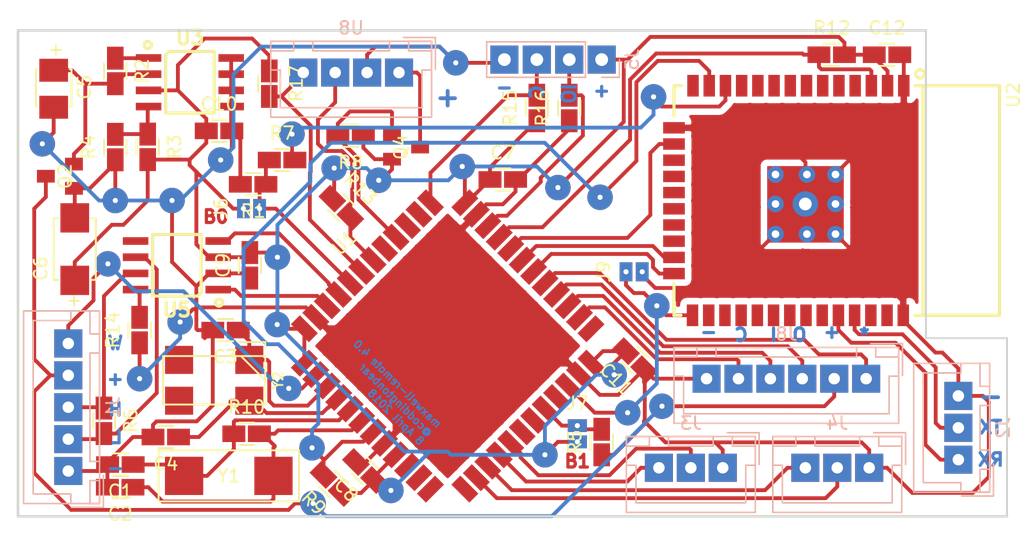
<source format=kicad_pcb>
(kicad_pcb (version 20171130) (host pcbnew no-vcs-found-fddd5ab~61~ubuntu16.04.1)

  (general
    (thickness 1.6)
    (drawings 29)
    (tracks 562)
    (zones 0)
    (modules 46)
    (nets 81)
  )

  (page A4)
  (layers
    (0 F.Cu signal)
    (31 B.Cu signal)
    (32 B.Adhes user)
    (33 F.Adhes user)
    (34 B.Paste user hide)
    (35 F.Paste user)
    (36 B.SilkS user)
    (37 F.SilkS user)
    (38 B.Mask user)
    (39 F.Mask user)
    (40 Dwgs.User user)
    (41 Cmts.User user)
    (42 Eco1.User user)
    (43 Eco2.User user)
    (44 Edge.Cuts user)
    (45 Margin user)
    (46 B.CrtYd user)
    (47 F.CrtYd user)
    (48 B.Fab user)
    (49 F.Fab user)
  )

  (setup
    (last_trace_width 0.3)
    (trace_clearance 0.195)
    (zone_clearance 0.508)
    (zone_45_only no)
    (trace_min 0.2)
    (segment_width 0.2)
    (edge_width 0.15)
    (via_size 2)
    (via_drill 0.4)
    (via_min_size 0.4)
    (via_min_drill 0.3)
    (uvia_size 0.3)
    (uvia_drill 0.1)
    (uvias_allowed no)
    (uvia_min_size 0.2)
    (uvia_min_drill 0.1)
    (pcb_text_width 0.3)
    (pcb_text_size 1.5 1.5)
    (mod_edge_width 0.15)
    (mod_text_size 1 1)
    (mod_text_width 0.15)
    (pad_size 1.524 1.524)
    (pad_drill 0.762)
    (pad_to_mask_clearance 0.2)
    (aux_axis_origin 97.79 93.98)
    (visible_elements FFF9FF7F)
    (pcbplotparams
      (layerselection 0x01000_ffffffff)
      (usegerberextensions false)
      (usegerberattributes false)
      (usegerberadvancedattributes false)
      (creategerberjobfile false)
      (excludeedgelayer true)
      (linewidth 0.100000)
      (plotframeref false)
      (viasonmask false)
      (mode 1)
      (useauxorigin true)
      (hpglpennumber 1)
      (hpglpenspeed 20)
      (hpglpendiameter 15)
      (psnegative false)
      (psa4output false)
      (plotreference true)
      (plotvalue true)
      (plotinvisibletext false)
      (padsonsilk false)
      (subtractmaskfromsilk false)
      (outputformat 1)
      (mirror false)
      (drillshape 0)
      (scaleselection 1)
      (outputdirectory ""))
  )

  (net 0 "")
  (net 1 +3V3)
  (net 2 GND)
  (net 3 +BATT)
  (net 4 ~RIGHT_A)
  (net 5 ~RIGHT_B)
  (net 6 ~LEFT_B)
  (net 7 ~LEFT_A)
  (net 8 "Net-(Q4-Pad3)")
  (net 9 "Net-(C5-Pad1)")
  (net 10 "Net-(R14-Pad2)")
  (net 11 "Net-(R3-Pad1)")
  (net 12 BT_KEY)
  (net 13 SDA)
  (net 14 SCL)
  (net 15 "Net-(U5-Pad5)")
  (net 16 WAKE)
  (net 17 CAN-)
  (net 18 CAN+)
  (net 19 "Net-(U1-Pad10)")
  (net 20 "Net-(U1-Pad18)")
  (net 21 "Net-(U1-Pad19)")
  (net 22 "Net-(U1-Pad38)")
  (net 23 "Net-(U1-Pad41)")
  (net 24 CAN_RX)
  (net 25 CAN_TX)
  (net 26 BOOT1)
  (net 27 SWDIO)
  (net 28 SWCLK)
  (net 29 BOOT0)
  (net 30 "Net-(C1-Pad1)")
  (net 31 "Net-(C2-Pad1)")
  (net 32 "Net-(R2-Pad1)")
  (net 33 ~ENABLE_SCREEN)
  (net 34 "Net-(U2-Pad4)")
  (net 35 "Net-(U2-Pad5)")
  (net 36 "Net-(U2-Pad10)")
  (net 37 "Net-(U2-Pad11)")
  (net 38 "Net-(U2-Pad17)")
  (net 39 "Net-(U2-Pad18)")
  (net 40 "Net-(U2-Pad19)")
  (net 41 "Net-(U2-Pad20)")
  (net 42 "Net-(U2-Pad21)")
  (net 43 "Net-(U2-Pad22)")
  (net 44 "Net-(U2-Pad26)")
  (net 45 "Net-(U2-Pad27)")
  (net 46 "Net-(U2-Pad28)")
  (net 47 "Net-(U2-Pad29)")
  (net 48 "Net-(U2-Pad30)")
  (net 49 "Net-(U2-Pad31)")
  (net 50 "Net-(U2-Pad32)")
  (net 51 "Net-(U2-Pad33)")
  (net 52 "Net-(U1-Pad12)")
  (net 53 "Net-(U1-Pad13)")
  (net 54 "Net-(R7-Pad2)")
  (net 55 "Net-(U2-Pad36)")
  (net 56 "Net-(U2-Pad37)")
  (net 57 "Net-(U2-Pad6)")
  (net 58 "Net-(U2-Pad7)")
  (net 59 "Net-(U1-Pad25)")
  (net 60 "Net-(U1-Pad21)")
  (net 61 "Net-(U2-Pad9)")
  (net 62 DISBABLE_BLUETOOTH_)
  (net 63 BT_OUT)
  (net 64 BT_IN)
  (net 65 "Net-(J8-Pad4)")
  (net 66 "Net-(J8-Pad5)")
  (net 67 "Net-(U1-Pad11)")
  (net 68 MC_IN)
  (net 69 MC_OUT)
  (net 70 "Net-(C4-Pad1)")
  (net 71 "Net-(C3-Pad1)")
  (net 72 "Net-(Y2-Pad2)")
  (net 73 "Net-(Y2-Pad3)")
  (net 74 "Net-(U2-Pad8)")
  (net 75 "Net-(U2-Pad14)")
  (net 76 SPI_CS)
  (net 77 "Net-(J8-Pad3)")
  (net 78 NRST)
  (net 79 "Net-(U1-Pad39)")
  (net 80 ESP_BOOT_MODE)

  (net_class Default "This is the default net class."
    (clearance 0.195)
    (trace_width 0.3)
    (via_dia 2)
    (via_drill 0.4)
    (uvia_dia 0.3)
    (uvia_drill 0.1)
    (add_net +3V3)
    (add_net +BATT)
    (add_net BOOT0)
    (add_net BOOT1)
    (add_net BT_IN)
    (add_net BT_KEY)
    (add_net BT_OUT)
    (add_net CAN+)
    (add_net CAN-)
    (add_net CAN_RX)
    (add_net CAN_TX)
    (add_net DISBABLE_BLUETOOTH_)
    (add_net ESP_BOOT_MODE)
    (add_net GND)
    (add_net MC_IN)
    (add_net MC_OUT)
    (add_net NRST)
    (add_net "Net-(C1-Pad1)")
    (add_net "Net-(C2-Pad1)")
    (add_net "Net-(C3-Pad1)")
    (add_net "Net-(C4-Pad1)")
    (add_net "Net-(C5-Pad1)")
    (add_net "Net-(J8-Pad3)")
    (add_net "Net-(J8-Pad4)")
    (add_net "Net-(J8-Pad5)")
    (add_net "Net-(Q4-Pad3)")
    (add_net "Net-(R14-Pad2)")
    (add_net "Net-(R2-Pad1)")
    (add_net "Net-(R3-Pad1)")
    (add_net "Net-(R7-Pad2)")
    (add_net "Net-(U1-Pad10)")
    (add_net "Net-(U1-Pad11)")
    (add_net "Net-(U1-Pad12)")
    (add_net "Net-(U1-Pad13)")
    (add_net "Net-(U1-Pad18)")
    (add_net "Net-(U1-Pad19)")
    (add_net "Net-(U1-Pad21)")
    (add_net "Net-(U1-Pad25)")
    (add_net "Net-(U1-Pad38)")
    (add_net "Net-(U1-Pad39)")
    (add_net "Net-(U1-Pad41)")
    (add_net "Net-(U2-Pad10)")
    (add_net "Net-(U2-Pad11)")
    (add_net "Net-(U2-Pad14)")
    (add_net "Net-(U2-Pad17)")
    (add_net "Net-(U2-Pad18)")
    (add_net "Net-(U2-Pad19)")
    (add_net "Net-(U2-Pad20)")
    (add_net "Net-(U2-Pad21)")
    (add_net "Net-(U2-Pad22)")
    (add_net "Net-(U2-Pad26)")
    (add_net "Net-(U2-Pad27)")
    (add_net "Net-(U2-Pad28)")
    (add_net "Net-(U2-Pad29)")
    (add_net "Net-(U2-Pad30)")
    (add_net "Net-(U2-Pad31)")
    (add_net "Net-(U2-Pad32)")
    (add_net "Net-(U2-Pad33)")
    (add_net "Net-(U2-Pad36)")
    (add_net "Net-(U2-Pad37)")
    (add_net "Net-(U2-Pad4)")
    (add_net "Net-(U2-Pad5)")
    (add_net "Net-(U2-Pad6)")
    (add_net "Net-(U2-Pad7)")
    (add_net "Net-(U2-Pad8)")
    (add_net "Net-(U2-Pad9)")
    (add_net "Net-(U5-Pad5)")
    (add_net "Net-(Y2-Pad2)")
    (add_net "Net-(Y2-Pad3)")
    (add_net SCL)
    (add_net SDA)
    (add_net SPI_CS)
    (add_net SWCLK)
    (add_net SWDIO)
    (add_net WAKE)
    (add_net ~ENABLE_SCREEN)
    (add_net ~LEFT_A)
    (add_net ~LEFT_B)
    (add_net ~RIGHT_A)
    (add_net ~RIGHT_B)
  )

  (module coddingtonbear/coddingtonbear.pretty:Pin_Header_Straight_1x02_Pitch1.27mm_JMP (layer F.Cu) (tedit 5AADA2C1) (tstamp 5B4968AF)
    (at 145.415 74.803 90)
    (descr "Through hole straight pin header, 1x02, 1.27mm pitch, single row")
    (tags "Through hole pin header THT 1x02 1.27mm single row")
    (path /5AE04FD4)
    (fp_text reference J9 (at 0 -1.755 90) (layer F.SilkS)
      (effects (font (size 1 1) (thickness 0.15)))
    )
    (fp_text value ESP_BM (at 0 3.025 90) (layer F.Fab)
      (effects (font (size 1 1) (thickness 0.15)))
    )
    (pad 1 thru_hole rect (at 0 0 90) (size 1.5 1) (drill 0.4) (layers *.Cu *.Mask)
      (net 80 ESP_BOOT_MODE))
    (pad 2 thru_hole rect (at 0 1.27 90) (size 1.5 1) (drill 0.4) (layers *.Cu *.Mask)
      (net 2 GND))
    (model Pin_Headers.3dshapes/Pin_Header_Straight_1x02_Pitch1.27mm.wrl
      (at (xyz 0 0 0))
      (scale (xyz 1 1 1))
      (rotate (xyz 0 0 0))
    )
  )

  (module coddingtonbear:JST_XH_B06B-XH-A_06x2.50mm_Straight_LargePads (layer B.Cu) (tedit 5A888AF4) (tstamp 5B48FAAD)
    (at 164.225 83.185 180)
    (descr "JST XH series connector, B06B-XH-A, top entry type, through hole")
    (tags "connector jst xh tht top vertical 2.50mm")
    (path /5ADB9B68)
    (fp_text reference J8 (at 6.25 3.5 180) (layer B.SilkS)
      (effects (font (size 1 1) (thickness 0.15)) (justify mirror))
    )
    (fp_text value SPI2 (at 6.25 -4.5 180) (layer B.Fab)
      (effects (font (size 1 1) (thickness 0.15)) (justify mirror))
    )
    (fp_text user %R (at 6.25 -2.5 180) (layer B.Fab)
      (effects (font (size 1 1) (thickness 0.15)) (justify mirror))
    )
    (fp_line (start -2.85 2.75) (end -2.85 0.25) (layer B.Fab) (width 0.1))
    (fp_line (start -0.35 2.75) (end -2.85 2.75) (layer B.Fab) (width 0.1))
    (fp_line (start -2.85 2.75) (end -2.85 0.25) (layer B.SilkS) (width 0.12))
    (fp_line (start -0.35 2.75) (end -2.85 2.75) (layer B.SilkS) (width 0.12))
    (fp_line (start 14.3 -2.75) (end 6.25 -2.75) (layer B.SilkS) (width 0.12))
    (fp_line (start 14.3 0.2) (end 14.3 -2.75) (layer B.SilkS) (width 0.12))
    (fp_line (start 15.05 0.2) (end 14.3 0.2) (layer B.SilkS) (width 0.12))
    (fp_line (start -1.8 -2.75) (end 6.25 -2.75) (layer B.SilkS) (width 0.12))
    (fp_line (start -1.8 0.2) (end -1.8 -2.75) (layer B.SilkS) (width 0.12))
    (fp_line (start -2.55 0.2) (end -1.8 0.2) (layer B.SilkS) (width 0.12))
    (fp_line (start 15.05 2.45) (end 13.25 2.45) (layer B.SilkS) (width 0.12))
    (fp_line (start 15.05 1.7) (end 15.05 2.45) (layer B.SilkS) (width 0.12))
    (fp_line (start 13.25 1.7) (end 15.05 1.7) (layer B.SilkS) (width 0.12))
    (fp_line (start 13.25 2.45) (end 13.25 1.7) (layer B.SilkS) (width 0.12))
    (fp_line (start -0.75 2.45) (end -2.55 2.45) (layer B.SilkS) (width 0.12))
    (fp_line (start -0.75 1.7) (end -0.75 2.45) (layer B.SilkS) (width 0.12))
    (fp_line (start -2.55 1.7) (end -0.75 1.7) (layer B.SilkS) (width 0.12))
    (fp_line (start -2.55 2.45) (end -2.55 1.7) (layer B.SilkS) (width 0.12))
    (fp_line (start 11.75 2.45) (end 0.75 2.45) (layer B.SilkS) (width 0.12))
    (fp_line (start 11.75 1.7) (end 11.75 2.45) (layer B.SilkS) (width 0.12))
    (fp_line (start 0.75 1.7) (end 11.75 1.7) (layer B.SilkS) (width 0.12))
    (fp_line (start 0.75 2.45) (end 0.75 1.7) (layer B.SilkS) (width 0.12))
    (fp_line (start 15.05 2.45) (end -2.55 2.45) (layer B.SilkS) (width 0.12))
    (fp_line (start 15.05 -3.5) (end 15.05 2.45) (layer B.SilkS) (width 0.12))
    (fp_line (start -2.55 -3.5) (end 15.05 -3.5) (layer B.SilkS) (width 0.12))
    (fp_line (start -2.55 2.45) (end -2.55 -3.5) (layer B.SilkS) (width 0.12))
    (fp_line (start 15.4 2.85) (end -2.95 2.85) (layer B.CrtYd) (width 0.05))
    (fp_line (start 15.4 -3.9) (end 15.4 2.85) (layer B.CrtYd) (width 0.05))
    (fp_line (start -2.95 -3.9) (end 15.4 -3.9) (layer B.CrtYd) (width 0.05))
    (fp_line (start -2.95 2.85) (end -2.95 -3.9) (layer B.CrtYd) (width 0.05))
    (fp_line (start 14.95 2.35) (end -2.45 2.35) (layer B.Fab) (width 0.1))
    (fp_line (start 14.95 -3.4) (end 14.95 2.35) (layer B.Fab) (width 0.1))
    (fp_line (start -2.45 -3.4) (end 14.95 -3.4) (layer B.Fab) (width 0.1))
    (fp_line (start -2.45 2.35) (end -2.45 -3.4) (layer B.Fab) (width 0.1))
    (pad 6 thru_hole rect (at 12.5 0 180) (size 2.2 2.2) (drill 0.9) (layers *.Cu *.Mask)
      (net 2 GND))
    (pad 5 thru_hole rect (at 10 0 180) (size 2.2 2.2) (drill 0.9) (layers *.Cu *.Mask)
      (net 66 "Net-(J8-Pad5)"))
    (pad 4 thru_hole rect (at 7.5 0 180) (size 2.2 2.2) (drill 0.9) (layers *.Cu *.Mask)
      (net 65 "Net-(J8-Pad4)"))
    (pad 3 thru_hole rect (at 5 0 180) (size 2.2 2.2) (drill 0.9) (layers *.Cu *.Mask)
      (net 77 "Net-(J8-Pad3)"))
    (pad 2 thru_hole rect (at 2.5 0 180) (size 2.2 2.2) (drill 0.9) (layers *.Cu *.Mask)
      (net 3 +BATT))
    (pad 1 thru_hole rect (at 0 0 180) (size 2.2 2.2) (drill 0.9) (layers *.Cu *.Mask)
      (net 76 SPI_CS))
    (model Connectors_JST.3dshapes/JST_XH_B06B-XH-A_06x2.50mm_Straight.wrl
      (at (xyz 0 0 0))
      (scale (xyz 1 1 1))
      (rotate (xyz 0 0 0))
    )
  )

  (module coddingtonbear:SM-CRYSTAL-ABS25_LargePads (layer F.Cu) (tedit 5AAD93AE) (tstamp 5B36DA9E)
    (at 113.157 83.312 180)
    (path /5AD8B52F)
    (fp_text reference Y2 (at -5 0 270) (layer F.SilkS)
      (effects (font (size 0.762 0.762) (thickness 0.1524)))
    )
    (fp_text value Crystal_GND23 (at 0 0 180) (layer F.SilkS) hide
      (effects (font (size 0.762 0.762) (thickness 0.1524)))
    )
    (fp_line (start -2 3) (end -4 3) (layer F.SilkS) (width 0.1524))
    (fp_line (start -4 3) (end -4 2.5) (layer F.SilkS) (width 0.1524))
    (fp_line (start -4 0) (end -2.1 1.9) (layer F.SilkS) (width 0.1524))
    (fp_line (start -4 -1.9) (end -4 1.9) (layer F.SilkS) (width 0.1524))
    (fp_line (start -4 1.9) (end 4 1.9) (layer F.SilkS) (width 0.1524))
    (fp_line (start 4 1.9) (end 4 -1.9) (layer F.SilkS) (width 0.1524))
    (fp_line (start 4 -1.9) (end -4 -1.9) (layer F.SilkS) (width 0.1524))
    (pad 1 smd rect (at -2.75 1.6 180) (size 2.2 2.2) (layers F.Cu F.Paste F.Mask)
      (net 71 "Net-(C3-Pad1)"))
    (pad 2 smd rect (at 2.75 1.6 180) (size 2.2 2.2) (layers F.Cu F.Paste F.Mask)
      (net 72 "Net-(Y2-Pad2)"))
    (pad 3 smd rect (at 2.75 -1.6 180) (size 2.2 2.2) (layers F.Cu F.Paste F.Mask)
      (net 73 "Net-(Y2-Pad3)"))
    (pad 4 smd rect (at -2.75 -1.6 180) (size 2.2 2.2) (layers F.Cu F.Paste F.Mask)
      (net 70 "Net-(C4-Pad1)"))
  )

  (module coddingtonbear/coddingtonbear.pretty:0805_Milling (layer F.Cu) (tedit 5A864972) (tstamp 5B36D9F5)
    (at 114.046 79.375 180)
    (descr "Resistor SMD 0805, reflow soldering, Vishay (see dcrcw.pdf)")
    (tags "resistor 0805")
    (path /5AD8B64B)
    (attr smd)
    (fp_text reference C3 (at 0 -2.1 180) (layer F.SilkS)
      (effects (font (size 1 1) (thickness 0.15)))
    )
    (fp_text value 22p (at 0 2.1 180) (layer F.Fab)
      (effects (font (size 1 1) (thickness 0.15)))
    )
    (fp_line (start 0.6 0.875) (end -0.6 0.875) (layer F.SilkS) (width 0.15))
    (fp_line (start -0.6 -0.875) (end 0.6 -0.875) (layer F.SilkS) (width 0.15))
    (pad 1 smd rect (at -1 0 180) (size 1.79 1.3) (layers F.Cu F.Paste F.Mask)
      (net 71 "Net-(C3-Pad1)"))
    (pad 2 smd rect (at 1 0 180) (size 1.79 1.3) (layers F.Cu F.Paste F.Mask)
      (net 2 GND))
    (model Resistors_SMD.3dshapes/R_0805.wrl
      (at (xyz 0 0 0))
      (scale (xyz 1 1 1))
      (rotate (xyz 0 0 0))
    )
  )

  (module coddingtonbear/coddingtonbear.pretty:0805_Milling (layer F.Cu) (tedit 5A864972) (tstamp 5B36D9ED)
    (at 109.363 87.757 180)
    (descr "Resistor SMD 0805, reflow soldering, Vishay (see dcrcw.pdf)")
    (tags "resistor 0805")
    (path /5AD8B6C1)
    (attr smd)
    (fp_text reference C4 (at 0 -2.1 180) (layer F.SilkS)
      (effects (font (size 1 1) (thickness 0.15)))
    )
    (fp_text value 22p (at 0 2.1 180) (layer F.Fab)
      (effects (font (size 1 1) (thickness 0.15)))
    )
    (fp_line (start -0.6 -0.875) (end 0.6 -0.875) (layer F.SilkS) (width 0.15))
    (fp_line (start 0.6 0.875) (end -0.6 0.875) (layer F.SilkS) (width 0.15))
    (pad 2 smd rect (at 1 0 180) (size 1.79 1.3) (layers F.Cu F.Paste F.Mask)
      (net 2 GND))
    (pad 1 smd rect (at -1 0 180) (size 1.79 1.3) (layers F.Cu F.Paste F.Mask)
      (net 70 "Net-(C4-Pad1)"))
    (model Resistors_SMD.3dshapes/R_0805.wrl
      (at (xyz 0 0 0))
      (scale (xyz 1 1 1))
      (rotate (xyz 0 0 0))
    )
  )

  (module coddingtonbear/coddingtonbear.pretty:0805_Milling (layer F.Cu) (tedit 5A864972) (tstamp 5C4F12D7)
    (at 123.117893 69.777893 315)
    (descr "Resistor SMD 0805, reflow soldering, Vishay (see dcrcw.pdf)")
    (tags "resistor 0805")
    (path /5AD2D96A)
    (attr smd)
    (fp_text reference R13 (at 0 -2.1 315) (layer F.SilkS)
      (effects (font (size 1 1) (thickness 0.15)))
    )
    (fp_text value 2.2k (at 0 2.1 315) (layer F.Fab)
      (effects (font (size 1 1) (thickness 0.15)))
    )
    (fp_line (start 0.6 0.875) (end -0.6 0.875) (layer F.SilkS) (width 0.15))
    (fp_line (start -0.6 -0.875) (end 0.6 -0.875) (layer F.SilkS) (width 0.15))
    (pad 1 smd rect (at -1 0 315) (size 1.79 1.3) (layers F.Cu F.Paste F.Mask)
      (net 1 +3V3))
    (pad 2 smd rect (at 1 0 315) (size 1.79 1.3) (layers F.Cu F.Paste F.Mask)
      (net 14 SCL))
    (model Resistors_SMD.3dshapes/R_0805.wrl
      (at (xyz 0 0 0))
      (scale (xyz 1 1 1))
      (rotate (xyz 0 0 0))
    )
  )

  (module coddingtonbear/coddingtonbear.pretty:0805_Milling (layer F.Cu) (tedit 5A864972) (tstamp 5C4F12EC)
    (at 117.475 60.055 270)
    (descr "Resistor SMD 0805, reflow soldering, Vishay (see dcrcw.pdf)")
    (tags "resistor 0805")
    (path /5AD2D9E4)
    (attr smd)
    (fp_text reference R17 (at 0 -2.1 270) (layer F.SilkS)
      (effects (font (size 1 1) (thickness 0.15)))
    )
    (fp_text value 2.2k (at 0 2.1 270) (layer F.Fab)
      (effects (font (size 1 1) (thickness 0.15)))
    )
    (fp_line (start -0.6 -0.875) (end 0.6 -0.875) (layer F.SilkS) (width 0.15))
    (fp_line (start 0.6 0.875) (end -0.6 0.875) (layer F.SilkS) (width 0.15))
    (pad 2 smd rect (at 1 0 270) (size 1.79 1.3) (layers F.Cu F.Paste F.Mask)
      (net 13 SDA))
    (pad 1 smd rect (at -1 0 270) (size 1.79 1.3) (layers F.Cu F.Paste F.Mask)
      (net 1 +3V3))
    (model Resistors_SMD.3dshapes/R_0805.wrl
      (at (xyz 0 0 0))
      (scale (xyz 1 1 1))
      (rotate (xyz 0 0 0))
    )
  )

  (module cpavlina/kicad-pcblib/smd-non-ipc.pretty:Abracon-ABM2 (layer F.Cu) (tedit 5750DE2C) (tstamp 5C4F0D71)
    (at 114.3 90.805 180)
    (path /5A6DB766)
    (fp_text reference Y1 (at 0 0 180) (layer F.SilkS)
      (effects (font (size 1 1) (thickness 0.15)))
    )
    (fp_text value Crystal (at 0 0 180) (layer F.Fab)
      (effects (font (size 1 1) (thickness 0.15)))
    )
    (fp_line (start 5.5 -2) (end 5.5 2) (layer F.SilkS) (width 0.15))
    (fp_line (start 5.5 2) (end -5.5 2) (layer F.SilkS) (width 0.15))
    (fp_line (start -5.5 2) (end -5.5 -2) (layer F.SilkS) (width 0.15))
    (fp_line (start -5.5 -2) (end 5.5 -2) (layer F.SilkS) (width 0.15))
    (pad 1 smd rect (at -3.5 0 180) (size 3 3) (layers F.Cu F.Paste F.Mask)
      (net 31 "Net-(C2-Pad1)"))
    (pad 2 smd rect (at 3.5 0 180) (size 3 3) (layers F.Cu F.Paste F.Mask)
      (net 30 "Net-(C1-Pad1)"))
  )

  (module coddingtonbear/coddingtonbear.pretty:Pin_Header_Straight_1x02_Pitch1.27mm_JMP (layer F.Cu) (tedit 5AADA2C1) (tstamp 5B605AF2)
    (at 141.605 86.868)
    (descr "Through hole straight pin header, 1x02, 1.27mm pitch, single row")
    (tags "Through hole pin header THT 1x02 1.27mm single row")
    (path /5A761DF6)
    (fp_text reference J7 (at 0 -1.755) (layer F.SilkS)
      (effects (font (size 1 1) (thickness 0.15)))
    )
    (fp_text value B1_JMP (at 0 3.025) (layer F.Fab)
      (effects (font (size 1 1) (thickness 0.15)))
    )
    (pad 2 thru_hole rect (at 0 1.27) (size 1.5 1) (drill 0.4) (layers *.Cu *.Mask)
      (net 1 +3V3))
    (pad 1 thru_hole rect (at 0 0) (size 1.5 1) (drill 0.4) (layers *.Cu *.Mask)
      (net 26 BOOT1))
    (model Pin_Headers.3dshapes/Pin_Header_Straight_1x02_Pitch1.27mm.wrl
      (at (xyz 0 0 0))
      (scale (xyz 1 1 1))
      (rotate (xyz 0 0 0))
    )
  )

  (module coddingtonbear/coddingtonbear.pretty:Pin_Header_Straight_1x02_Pitch1.27mm_JMP (layer F.Cu) (tedit 5AADA2C1) (tstamp 5B605AF7)
    (at 115.443 69.85 90)
    (descr "Through hole straight pin header, 1x02, 1.27mm pitch, single row")
    (tags "Through hole pin header THT 1x02 1.27mm single row")
    (path /5A77B1E4)
    (fp_text reference J6 (at 0 -1.755 90) (layer F.SilkS)
      (effects (font (size 1 1) (thickness 0.15)))
    )
    (fp_text value B0_JMP (at 0 3.025 90) (layer F.Fab)
      (effects (font (size 1 1) (thickness 0.15)))
    )
    (pad 2 thru_hole rect (at 0 1.27 90) (size 1.5 1) (drill 0.4) (layers *.Cu *.Mask)
      (net 29 BOOT0))
    (pad 1 thru_hole rect (at 0 0 90) (size 1.5 1) (drill 0.4) (layers *.Cu *.Mask)
      (net 1 +3V3))
    (model Pin_Headers.3dshapes/Pin_Header_Straight_1x02_Pitch1.27mm.wrl
      (at (xyz 0 0 0))
      (scale (xyz 1 1 1))
      (rotate (xyz 0 0 0))
    )
  )

  (module coddingtonbear:JST_XH_B03B-XH-A_03x2.50mm_Straight_LargePads (layer B.Cu) (tedit 5A888B23) (tstamp 5BABB0AA)
    (at 152.995 90.17 180)
    (descr "JST XH series connector, B03B-XH-A, top entry type, through hole")
    (tags "connector jst xh tht top vertical 2.50mm")
    (path /5A57AA24)
    (fp_text reference J3 (at 2.5 3.5 180) (layer B.SilkS)
      (effects (font (size 1 1) (thickness 0.15)) (justify mirror))
    )
    (fp_text value Left (at 2.5 -4.5 180) (layer B.Fab)
      (effects (font (size 1 1) (thickness 0.15)) (justify mirror))
    )
    (fp_text user %R (at 2.5 -2.5 180) (layer B.Fab)
      (effects (font (size 1 1) (thickness 0.15)) (justify mirror))
    )
    (fp_line (start -2.85 2.75) (end -2.85 0.25) (layer B.Fab) (width 0.1))
    (fp_line (start -0.35 2.75) (end -2.85 2.75) (layer B.Fab) (width 0.1))
    (fp_line (start -2.85 2.75) (end -2.85 0.25) (layer B.SilkS) (width 0.12))
    (fp_line (start -0.35 2.75) (end -2.85 2.75) (layer B.SilkS) (width 0.12))
    (fp_line (start 6.8 -2.75) (end 2.5 -2.75) (layer B.SilkS) (width 0.12))
    (fp_line (start 6.8 0.2) (end 6.8 -2.75) (layer B.SilkS) (width 0.12))
    (fp_line (start 7.55 0.2) (end 6.8 0.2) (layer B.SilkS) (width 0.12))
    (fp_line (start -1.8 -2.75) (end 2.5 -2.75) (layer B.SilkS) (width 0.12))
    (fp_line (start -1.8 0.2) (end -1.8 -2.75) (layer B.SilkS) (width 0.12))
    (fp_line (start -2.55 0.2) (end -1.8 0.2) (layer B.SilkS) (width 0.12))
    (fp_line (start 7.55 2.45) (end 5.75 2.45) (layer B.SilkS) (width 0.12))
    (fp_line (start 7.55 1.7) (end 7.55 2.45) (layer B.SilkS) (width 0.12))
    (fp_line (start 5.75 1.7) (end 7.55 1.7) (layer B.SilkS) (width 0.12))
    (fp_line (start 5.75 2.45) (end 5.75 1.7) (layer B.SilkS) (width 0.12))
    (fp_line (start -0.75 2.45) (end -2.55 2.45) (layer B.SilkS) (width 0.12))
    (fp_line (start -0.75 1.7) (end -0.75 2.45) (layer B.SilkS) (width 0.12))
    (fp_line (start -2.55 1.7) (end -0.75 1.7) (layer B.SilkS) (width 0.12))
    (fp_line (start -2.55 2.45) (end -2.55 1.7) (layer B.SilkS) (width 0.12))
    (fp_line (start 4.25 2.45) (end 0.75 2.45) (layer B.SilkS) (width 0.12))
    (fp_line (start 4.25 1.7) (end 4.25 2.45) (layer B.SilkS) (width 0.12))
    (fp_line (start 0.75 1.7) (end 4.25 1.7) (layer B.SilkS) (width 0.12))
    (fp_line (start 0.75 2.45) (end 0.75 1.7) (layer B.SilkS) (width 0.12))
    (fp_line (start 7.55 2.45) (end -2.55 2.45) (layer B.SilkS) (width 0.12))
    (fp_line (start 7.55 -3.5) (end 7.55 2.45) (layer B.SilkS) (width 0.12))
    (fp_line (start -2.55 -3.5) (end 7.55 -3.5) (layer B.SilkS) (width 0.12))
    (fp_line (start -2.55 2.45) (end -2.55 -3.5) (layer B.SilkS) (width 0.12))
    (fp_line (start 7.95 2.85) (end -2.95 2.85) (layer B.CrtYd) (width 0.05))
    (fp_line (start 7.95 -3.9) (end 7.95 2.85) (layer B.CrtYd) (width 0.05))
    (fp_line (start -2.95 -3.9) (end 7.95 -3.9) (layer B.CrtYd) (width 0.05))
    (fp_line (start -2.95 2.85) (end -2.95 -3.9) (layer B.CrtYd) (width 0.05))
    (fp_line (start 7.45 2.35) (end -2.45 2.35) (layer B.Fab) (width 0.1))
    (fp_line (start 7.45 -3.4) (end 7.45 2.35) (layer B.Fab) (width 0.1))
    (fp_line (start -2.45 -3.4) (end 7.45 -3.4) (layer B.Fab) (width 0.1))
    (fp_line (start -2.45 2.35) (end -2.45 -3.4) (layer B.Fab) (width 0.1))
    (pad 3 thru_hole rect (at 5 0 180) (size 2.2 2.2) (drill 0.9) (layers *.Cu *.Mask)
      (net 6 ~LEFT_B))
    (pad 2 thru_hole rect (at 2.5 0 180) (size 2.2 2.2) (drill 0.9) (layers *.Cu *.Mask)
      (net 7 ~LEFT_A))
    (pad 1 thru_hole rect (at 0 0 180) (size 2.2 2.2) (drill 0.9) (layers *.Cu *.Mask)
      (net 2 GND))
    (model Connectors_JST.3dshapes/JST_XH_B03B-XH-A_03x2.50mm_Straight.wrl
      (at (xyz 0 0 0))
      (scale (xyz 1 1 1))
      (rotate (xyz 0 0 0))
    )
  )

  (module coddingtonbear:JST_XH_B03B-XH-A_03x2.50mm_Straight_LargePads (layer B.Cu) (tedit 5A888B23) (tstamp 5BABB2FE)
    (at 164.465 90.17 180)
    (descr "JST XH series connector, B03B-XH-A, top entry type, through hole")
    (tags "connector jst xh tht top vertical 2.50mm")
    (path /5A57AB93)
    (fp_text reference J4 (at 2.5 3.5 180) (layer B.SilkS)
      (effects (font (size 1 1) (thickness 0.15)) (justify mirror))
    )
    (fp_text value Right (at 2.5 -4.5 180) (layer B.Fab)
      (effects (font (size 1 1) (thickness 0.15)) (justify mirror))
    )
    (fp_line (start -2.45 2.35) (end -2.45 -3.4) (layer B.Fab) (width 0.1))
    (fp_line (start -2.45 -3.4) (end 7.45 -3.4) (layer B.Fab) (width 0.1))
    (fp_line (start 7.45 -3.4) (end 7.45 2.35) (layer B.Fab) (width 0.1))
    (fp_line (start 7.45 2.35) (end -2.45 2.35) (layer B.Fab) (width 0.1))
    (fp_line (start -2.95 2.85) (end -2.95 -3.9) (layer B.CrtYd) (width 0.05))
    (fp_line (start -2.95 -3.9) (end 7.95 -3.9) (layer B.CrtYd) (width 0.05))
    (fp_line (start 7.95 -3.9) (end 7.95 2.85) (layer B.CrtYd) (width 0.05))
    (fp_line (start 7.95 2.85) (end -2.95 2.85) (layer B.CrtYd) (width 0.05))
    (fp_line (start -2.55 2.45) (end -2.55 -3.5) (layer B.SilkS) (width 0.12))
    (fp_line (start -2.55 -3.5) (end 7.55 -3.5) (layer B.SilkS) (width 0.12))
    (fp_line (start 7.55 -3.5) (end 7.55 2.45) (layer B.SilkS) (width 0.12))
    (fp_line (start 7.55 2.45) (end -2.55 2.45) (layer B.SilkS) (width 0.12))
    (fp_line (start 0.75 2.45) (end 0.75 1.7) (layer B.SilkS) (width 0.12))
    (fp_line (start 0.75 1.7) (end 4.25 1.7) (layer B.SilkS) (width 0.12))
    (fp_line (start 4.25 1.7) (end 4.25 2.45) (layer B.SilkS) (width 0.12))
    (fp_line (start 4.25 2.45) (end 0.75 2.45) (layer B.SilkS) (width 0.12))
    (fp_line (start -2.55 2.45) (end -2.55 1.7) (layer B.SilkS) (width 0.12))
    (fp_line (start -2.55 1.7) (end -0.75 1.7) (layer B.SilkS) (width 0.12))
    (fp_line (start -0.75 1.7) (end -0.75 2.45) (layer B.SilkS) (width 0.12))
    (fp_line (start -0.75 2.45) (end -2.55 2.45) (layer B.SilkS) (width 0.12))
    (fp_line (start 5.75 2.45) (end 5.75 1.7) (layer B.SilkS) (width 0.12))
    (fp_line (start 5.75 1.7) (end 7.55 1.7) (layer B.SilkS) (width 0.12))
    (fp_line (start 7.55 1.7) (end 7.55 2.45) (layer B.SilkS) (width 0.12))
    (fp_line (start 7.55 2.45) (end 5.75 2.45) (layer B.SilkS) (width 0.12))
    (fp_line (start -2.55 0.2) (end -1.8 0.2) (layer B.SilkS) (width 0.12))
    (fp_line (start -1.8 0.2) (end -1.8 -2.75) (layer B.SilkS) (width 0.12))
    (fp_line (start -1.8 -2.75) (end 2.5 -2.75) (layer B.SilkS) (width 0.12))
    (fp_line (start 7.55 0.2) (end 6.8 0.2) (layer B.SilkS) (width 0.12))
    (fp_line (start 6.8 0.2) (end 6.8 -2.75) (layer B.SilkS) (width 0.12))
    (fp_line (start 6.8 -2.75) (end 2.5 -2.75) (layer B.SilkS) (width 0.12))
    (fp_line (start -0.35 2.75) (end -2.85 2.75) (layer B.SilkS) (width 0.12))
    (fp_line (start -2.85 2.75) (end -2.85 0.25) (layer B.SilkS) (width 0.12))
    (fp_line (start -0.35 2.75) (end -2.85 2.75) (layer B.Fab) (width 0.1))
    (fp_line (start -2.85 2.75) (end -2.85 0.25) (layer B.Fab) (width 0.1))
    (fp_text user %R (at 2.5 -2.5 180) (layer B.Fab)
      (effects (font (size 1 1) (thickness 0.15)) (justify mirror))
    )
    (pad 1 thru_hole rect (at 0 0 180) (size 2.2 2.2) (drill 0.9) (layers *.Cu *.Mask)
      (net 2 GND))
    (pad 2 thru_hole rect (at 2.5 0 180) (size 2.2 2.2) (drill 0.9) (layers *.Cu *.Mask)
      (net 4 ~RIGHT_A))
    (pad 3 thru_hole rect (at 5 0 180) (size 2.2 2.2) (drill 0.9) (layers *.Cu *.Mask)
      (net 5 ~RIGHT_B))
    (model Connectors_JST.3dshapes/JST_XH_B03B-XH-A_03x2.50mm_Straight.wrl
      (at (xyz 0 0 0))
      (scale (xyz 1 1 1))
      (rotate (xyz 0 0 0))
    )
  )

  (module coddingtonbear:JST_XH_B05B-XH-A_05x2.50mm_Straight_LargePads (layer B.Cu) (tedit 5A888AA6) (tstamp 5BABB002)
    (at 101.727 90.424 90)
    (descr "JST XH series connector, B05B-XH-A, top entry type, through hole")
    (tags "connector jst xh tht top vertical 2.50mm")
    (path /5A3AD6C4)
    (fp_text reference J1 (at 5 3.5 90) (layer B.SilkS)
      (effects (font (size 1 1) (thickness 0.15)) (justify mirror))
    )
    (fp_text value INPUT (at 5 -4.5 90) (layer B.Fab)
      (effects (font (size 1 1) (thickness 0.15)) (justify mirror))
    )
    (fp_text user %R (at 5 -2.5 90) (layer B.Fab)
      (effects (font (size 1 1) (thickness 0.15)) (justify mirror))
    )
    (fp_line (start -2.85 2.75) (end -2.85 0.25) (layer B.Fab) (width 0.1))
    (fp_line (start -0.35 2.75) (end -2.85 2.75) (layer B.Fab) (width 0.1))
    (fp_line (start -2.85 2.75) (end -2.85 0.25) (layer B.SilkS) (width 0.12))
    (fp_line (start -0.35 2.75) (end -2.85 2.75) (layer B.SilkS) (width 0.12))
    (fp_line (start 11.8 -2.75) (end 5 -2.75) (layer B.SilkS) (width 0.12))
    (fp_line (start 11.8 0.2) (end 11.8 -2.75) (layer B.SilkS) (width 0.12))
    (fp_line (start 12.55 0.2) (end 11.8 0.2) (layer B.SilkS) (width 0.12))
    (fp_line (start -1.8 -2.75) (end 5 -2.75) (layer B.SilkS) (width 0.12))
    (fp_line (start -1.8 0.2) (end -1.8 -2.75) (layer B.SilkS) (width 0.12))
    (fp_line (start -2.55 0.2) (end -1.8 0.2) (layer B.SilkS) (width 0.12))
    (fp_line (start 12.55 2.45) (end 10.75 2.45) (layer B.SilkS) (width 0.12))
    (fp_line (start 12.55 1.7) (end 12.55 2.45) (layer B.SilkS) (width 0.12))
    (fp_line (start 10.75 1.7) (end 12.55 1.7) (layer B.SilkS) (width 0.12))
    (fp_line (start 10.75 2.45) (end 10.75 1.7) (layer B.SilkS) (width 0.12))
    (fp_line (start -0.75 2.45) (end -2.55 2.45) (layer B.SilkS) (width 0.12))
    (fp_line (start -0.75 1.7) (end -0.75 2.45) (layer B.SilkS) (width 0.12))
    (fp_line (start -2.55 1.7) (end -0.75 1.7) (layer B.SilkS) (width 0.12))
    (fp_line (start -2.55 2.45) (end -2.55 1.7) (layer B.SilkS) (width 0.12))
    (fp_line (start 9.25 2.45) (end 0.75 2.45) (layer B.SilkS) (width 0.12))
    (fp_line (start 9.25 1.7) (end 9.25 2.45) (layer B.SilkS) (width 0.12))
    (fp_line (start 0.75 1.7) (end 9.25 1.7) (layer B.SilkS) (width 0.12))
    (fp_line (start 0.75 2.45) (end 0.75 1.7) (layer B.SilkS) (width 0.12))
    (fp_line (start 12.55 2.45) (end -2.55 2.45) (layer B.SilkS) (width 0.12))
    (fp_line (start 12.55 -3.5) (end 12.55 2.45) (layer B.SilkS) (width 0.12))
    (fp_line (start -2.55 -3.5) (end 12.55 -3.5) (layer B.SilkS) (width 0.12))
    (fp_line (start -2.55 2.45) (end -2.55 -3.5) (layer B.SilkS) (width 0.12))
    (fp_line (start 12.9 2.85) (end -2.95 2.85) (layer B.CrtYd) (width 0.05))
    (fp_line (start 12.9 -3.9) (end 12.9 2.85) (layer B.CrtYd) (width 0.05))
    (fp_line (start -2.95 -3.9) (end 12.9 -3.9) (layer B.CrtYd) (width 0.05))
    (fp_line (start -2.95 2.85) (end -2.95 -3.9) (layer B.CrtYd) (width 0.05))
    (fp_line (start 12.45 2.35) (end -2.45 2.35) (layer B.Fab) (width 0.1))
    (fp_line (start 12.45 -3.4) (end 12.45 2.35) (layer B.Fab) (width 0.1))
    (fp_line (start -2.45 -3.4) (end 12.45 -3.4) (layer B.Fab) (width 0.1))
    (fp_line (start -2.45 2.35) (end -2.45 -3.4) (layer B.Fab) (width 0.1))
    (pad 5 thru_hole rect (at 10 0 90) (size 2.2 2.2) (drill 0.9) (layers *.Cu *.Mask)
      (net 16 WAKE))
    (pad 4 thru_hole rect (at 7.5 0 90) (size 2.2 2.2) (drill 0.9) (layers *.Cu *.Mask)
      (net 3 +BATT))
    (pad 3 thru_hole rect (at 5 0 90) (size 2.2 2.2) (drill 0.9) (layers *.Cu *.Mask)
      (net 18 CAN+))
    (pad 2 thru_hole rect (at 2.5 0 90) (size 2.2 2.2) (drill 0.9) (layers *.Cu *.Mask)
      (net 17 CAN-))
    (pad 1 thru_hole rect (at 0 0 90) (size 2.2 2.2) (drill 0.9) (layers *.Cu *.Mask)
      (net 2 GND))
    (model Connectors_JST.3dshapes/JST_XH_B05B-XH-A_05x2.50mm_Straight.wrl
      (at (xyz 0 0 0))
      (scale (xyz 1 1 1))
      (rotate (xyz 0 0 0))
    )
  )

  (module coddingtonbear:JST_XH_B03B-XH-A_03x2.50mm_Straight_LargePads (layer B.Cu) (tedit 5A888B23) (tstamp 5B997F1F)
    (at 171.45 89.535 90)
    (descr "JST XH series connector, B03B-XH-A, top entry type, through hole")
    (tags "connector jst xh tht top vertical 2.50mm")
    (path /5ABF5BFA)
    (fp_text reference J2 (at 2.5 3.5 90) (layer B.SilkS)
      (effects (font (size 1 1) (thickness 0.15)) (justify mirror))
    )
    (fp_text value UART (at 2.5 -4.5 90) (layer B.Fab)
      (effects (font (size 1 1) (thickness 0.15)) (justify mirror))
    )
    (fp_line (start -2.45 2.35) (end -2.45 -3.4) (layer B.Fab) (width 0.1))
    (fp_line (start -2.45 -3.4) (end 7.45 -3.4) (layer B.Fab) (width 0.1))
    (fp_line (start 7.45 -3.4) (end 7.45 2.35) (layer B.Fab) (width 0.1))
    (fp_line (start 7.45 2.35) (end -2.45 2.35) (layer B.Fab) (width 0.1))
    (fp_line (start -2.95 2.85) (end -2.95 -3.9) (layer B.CrtYd) (width 0.05))
    (fp_line (start -2.95 -3.9) (end 7.95 -3.9) (layer B.CrtYd) (width 0.05))
    (fp_line (start 7.95 -3.9) (end 7.95 2.85) (layer B.CrtYd) (width 0.05))
    (fp_line (start 7.95 2.85) (end -2.95 2.85) (layer B.CrtYd) (width 0.05))
    (fp_line (start -2.55 2.45) (end -2.55 -3.5) (layer B.SilkS) (width 0.12))
    (fp_line (start -2.55 -3.5) (end 7.55 -3.5) (layer B.SilkS) (width 0.12))
    (fp_line (start 7.55 -3.5) (end 7.55 2.45) (layer B.SilkS) (width 0.12))
    (fp_line (start 7.55 2.45) (end -2.55 2.45) (layer B.SilkS) (width 0.12))
    (fp_line (start 0.75 2.45) (end 0.75 1.7) (layer B.SilkS) (width 0.12))
    (fp_line (start 0.75 1.7) (end 4.25 1.7) (layer B.SilkS) (width 0.12))
    (fp_line (start 4.25 1.7) (end 4.25 2.45) (layer B.SilkS) (width 0.12))
    (fp_line (start 4.25 2.45) (end 0.75 2.45) (layer B.SilkS) (width 0.12))
    (fp_line (start -2.55 2.45) (end -2.55 1.7) (layer B.SilkS) (width 0.12))
    (fp_line (start -2.55 1.7) (end -0.75 1.7) (layer B.SilkS) (width 0.12))
    (fp_line (start -0.75 1.7) (end -0.75 2.45) (layer B.SilkS) (width 0.12))
    (fp_line (start -0.75 2.45) (end -2.55 2.45) (layer B.SilkS) (width 0.12))
    (fp_line (start 5.75 2.45) (end 5.75 1.7) (layer B.SilkS) (width 0.12))
    (fp_line (start 5.75 1.7) (end 7.55 1.7) (layer B.SilkS) (width 0.12))
    (fp_line (start 7.55 1.7) (end 7.55 2.45) (layer B.SilkS) (width 0.12))
    (fp_line (start 7.55 2.45) (end 5.75 2.45) (layer B.SilkS) (width 0.12))
    (fp_line (start -2.55 0.2) (end -1.8 0.2) (layer B.SilkS) (width 0.12))
    (fp_line (start -1.8 0.2) (end -1.8 -2.75) (layer B.SilkS) (width 0.12))
    (fp_line (start -1.8 -2.75) (end 2.5 -2.75) (layer B.SilkS) (width 0.12))
    (fp_line (start 7.55 0.2) (end 6.8 0.2) (layer B.SilkS) (width 0.12))
    (fp_line (start 6.8 0.2) (end 6.8 -2.75) (layer B.SilkS) (width 0.12))
    (fp_line (start 6.8 -2.75) (end 2.5 -2.75) (layer B.SilkS) (width 0.12))
    (fp_line (start -0.35 2.75) (end -2.85 2.75) (layer B.SilkS) (width 0.12))
    (fp_line (start -2.85 2.75) (end -2.85 0.25) (layer B.SilkS) (width 0.12))
    (fp_line (start -0.35 2.75) (end -2.85 2.75) (layer B.Fab) (width 0.1))
    (fp_line (start -2.85 2.75) (end -2.85 0.25) (layer B.Fab) (width 0.1))
    (fp_text user %R (at 2.5 -2.5 90) (layer B.Fab)
      (effects (font (size 1 1) (thickness 0.15)) (justify mirror))
    )
    (pad 1 thru_hole rect (at 0 0 90) (size 2.2 2.2) (drill 0.9) (layers *.Cu *.Mask)
      (net 64 BT_IN))
    (pad 2 thru_hole rect (at 2.5 0 90) (size 2.2 2.2) (drill 0.9) (layers *.Cu *.Mask)
      (net 63 BT_OUT))
    (pad 3 thru_hole rect (at 5 0 90) (size 2.2 2.2) (drill 0.9) (layers *.Cu *.Mask)
      (net 2 GND))
    (model Connectors_JST.3dshapes/JST_XH_B03B-XH-A_03x2.50mm_Straight.wrl
      (at (xyz 0 0 0))
      (scale (xyz 1 1 1))
      (rotate (xyz 0 0 0))
    )
  )

  (module celeritous/KiCad.pretty:CAPACITOR_TANTALUM_B (layer F.Cu) (tedit 580E4438) (tstamp 5B633388)
    (at 100.584 60.452 270)
    (path /5A3AEBCE)
    (fp_text reference C5 (at -0.127 -2.413 270) (layer F.SilkS)
      (effects (font (size 1 1) (thickness 0.15)))
    )
    (fp_text value 1u (at 6.604 -3.683 270) (layer F.Fab) hide
      (effects (font (size 1 1) (thickness 0.15)))
    )
    (fp_line (start 1.397 1.27) (end 1.397 1.397) (layer F.SilkS) (width 0.15))
    (fp_line (start 1.397 1.397) (end -1.524 1.397) (layer F.SilkS) (width 0.15))
    (fp_line (start -1.524 1.397) (end -1.524 1.27) (layer F.SilkS) (width 0.15))
    (fp_line (start -1.524 -1.27) (end -1.524 -1.397) (layer F.SilkS) (width 0.15))
    (fp_line (start -1.524 -1.397) (end 1.397 -1.397) (layer F.SilkS) (width 0.15))
    (fp_line (start 1.397 -1.397) (end 1.397 -1.27) (layer F.SilkS) (width 0.15))
    (fp_text user + (at -3.048 -0.127 270) (layer F.SilkS)
      (effects (font (size 1 1) (thickness 0.15)))
    )
    (pad 1 smd rect (at -1.45 0 270) (size 1.8 2.25) (layers F.Cu F.Paste F.Mask)
      (net 9 "Net-(C5-Pad1)"))
    (pad 2 smd rect (at 1.45 0 270) (size 1.8 2.25) (layers F.Cu F.Paste F.Mask)
      (net 2 GND))
  )

  (module celeritous/KiCad.pretty:CAPACITOR_TANTALUM_C (layer F.Cu) (tedit 580E43E1) (tstamp 5B63337C)
    (at 102.235 73.025 90)
    (path /5A3AF07E)
    (fp_text reference C6 (at -1.524 -2.667 90) (layer F.SilkS)
      (effects (font (size 1 1) (thickness 0.15)))
    )
    (fp_text value 2.2u (at 5.207 -4.191 90) (layer F.Fab) hide
      (effects (font (size 1 1) (thickness 0.15)))
    )
    (fp_line (start 2.413 1.27) (end 2.413 1.651) (layer F.SilkS) (width 0.15))
    (fp_line (start 2.413 1.651) (end -2.413 1.651) (layer F.SilkS) (width 0.15))
    (fp_line (start -2.413 1.651) (end -2.413 1.27) (layer F.SilkS) (width 0.15))
    (fp_line (start -2.413 -1.27) (end -2.413 -1.651) (layer F.SilkS) (width 0.15))
    (fp_line (start -2.413 -1.651) (end 2.413 -1.651) (layer F.SilkS) (width 0.15))
    (fp_line (start 2.413 -1.651) (end 2.413 -1.27) (layer F.SilkS) (width 0.15))
    (fp_text user + (at -4.064 -0.127 90) (layer F.SilkS)
      (effects (font (size 1 1) (thickness 0.15)))
    )
    (pad 1 smd rect (at -2.45 0 90) (size 2.3 2.25) (layers F.Cu F.Paste F.Mask)
      (net 1 +3V3))
    (pad 2 smd rect (at 2.45 0 90) (size 2.3 2.25) (layers F.Cu F.Paste F.Mask)
      (net 2 GND))
  )

  (module coddingtonbear/coddingtonbear.pretty:0805_Milling (layer F.Cu) (tedit 5A864972) (tstamp 5B1A884F)
    (at 161.528 57.785)
    (descr "Resistor SMD 0805, reflow soldering, Vishay (see dcrcw.pdf)")
    (tags "resistor 0805")
    (path /5AB6BF1F)
    (attr smd)
    (fp_text reference R12 (at 0 -2.1) (layer F.SilkS)
      (effects (font (size 1 1) (thickness 0.15)))
    )
    (fp_text value 10k (at 0 2.1) (layer F.Fab)
      (effects (font (size 1 1) (thickness 0.15)))
    )
    (fp_line (start -0.6 -0.875) (end 0.6 -0.875) (layer F.SilkS) (width 0.15))
    (fp_line (start 0.6 0.875) (end -0.6 0.875) (layer F.SilkS) (width 0.15))
    (pad 2 smd rect (at 1 0) (size 1.79 1.3) (layers F.Cu F.Paste F.Mask)
      (net 1 +3V3))
    (pad 1 smd rect (at -1 0) (size 1.79 1.3) (layers F.Cu F.Paste F.Mask)
      (net 62 DISBABLE_BLUETOOTH_))
    (model Resistors_SMD.3dshapes/R_0805.wrl
      (at (xyz 0 0 0))
      (scale (xyz 1 1 1))
      (rotate (xyz 0 0 0))
    )
  )

  (module coddingtonbear:JST_XH_B04B-XH-A_04x2.50mm_Straight_LargePads (layer B.Cu) (tedit 5A888AD4) (tstamp 5B1A7E8F)
    (at 127.635 59.182 180)
    (descr "JST XH series connector, B04B-XH-A, top entry type, through hole")
    (tags "connector jst xh tht top vertical 2.50mm")
    (path /5A3AAF00)
    (fp_text reference U8 (at 3.75 3.5 180) (layer B.SilkS)
      (effects (font (size 1 1) (thickness 0.15)) (justify mirror))
    )
    (fp_text value OLED-SSD1306 (at 3.75 -4.5 180) (layer B.Fab)
      (effects (font (size 1 1) (thickness 0.15)) (justify mirror))
    )
    (fp_text user %R (at 3.75 -2.5 180) (layer B.Fab)
      (effects (font (size 1 1) (thickness 0.15)) (justify mirror))
    )
    (fp_line (start -2.85 2.75) (end -2.85 0.25) (layer B.Fab) (width 0.1))
    (fp_line (start -0.35 2.75) (end -2.85 2.75) (layer B.Fab) (width 0.1))
    (fp_line (start -2.85 2.75) (end -2.85 0.25) (layer B.SilkS) (width 0.12))
    (fp_line (start -0.35 2.75) (end -2.85 2.75) (layer B.SilkS) (width 0.12))
    (fp_line (start 9.3 -2.75) (end 3.75 -2.75) (layer B.SilkS) (width 0.12))
    (fp_line (start 9.3 0.2) (end 9.3 -2.75) (layer B.SilkS) (width 0.12))
    (fp_line (start 10.05 0.2) (end 9.3 0.2) (layer B.SilkS) (width 0.12))
    (fp_line (start -1.8 -2.75) (end 3.75 -2.75) (layer B.SilkS) (width 0.12))
    (fp_line (start -1.8 0.2) (end -1.8 -2.75) (layer B.SilkS) (width 0.12))
    (fp_line (start -2.55 0.2) (end -1.8 0.2) (layer B.SilkS) (width 0.12))
    (fp_line (start 10.05 2.45) (end 8.25 2.45) (layer B.SilkS) (width 0.12))
    (fp_line (start 10.05 1.7) (end 10.05 2.45) (layer B.SilkS) (width 0.12))
    (fp_line (start 8.25 1.7) (end 10.05 1.7) (layer B.SilkS) (width 0.12))
    (fp_line (start 8.25 2.45) (end 8.25 1.7) (layer B.SilkS) (width 0.12))
    (fp_line (start -0.75 2.45) (end -2.55 2.45) (layer B.SilkS) (width 0.12))
    (fp_line (start -0.75 1.7) (end -0.75 2.45) (layer B.SilkS) (width 0.12))
    (fp_line (start -2.55 1.7) (end -0.75 1.7) (layer B.SilkS) (width 0.12))
    (fp_line (start -2.55 2.45) (end -2.55 1.7) (layer B.SilkS) (width 0.12))
    (fp_line (start 6.75 2.45) (end 0.75 2.45) (layer B.SilkS) (width 0.12))
    (fp_line (start 6.75 1.7) (end 6.75 2.45) (layer B.SilkS) (width 0.12))
    (fp_line (start 0.75 1.7) (end 6.75 1.7) (layer B.SilkS) (width 0.12))
    (fp_line (start 0.75 2.45) (end 0.75 1.7) (layer B.SilkS) (width 0.12))
    (fp_line (start 10.05 2.45) (end -2.55 2.45) (layer B.SilkS) (width 0.12))
    (fp_line (start 10.05 -3.5) (end 10.05 2.45) (layer B.SilkS) (width 0.12))
    (fp_line (start -2.55 -3.5) (end 10.05 -3.5) (layer B.SilkS) (width 0.12))
    (fp_line (start -2.55 2.45) (end -2.55 -3.5) (layer B.SilkS) (width 0.12))
    (fp_line (start 10.4 2.85) (end -2.95 2.85) (layer B.CrtYd) (width 0.05))
    (fp_line (start 10.4 -3.9) (end 10.4 2.85) (layer B.CrtYd) (width 0.05))
    (fp_line (start -2.95 -3.9) (end 10.4 -3.9) (layer B.CrtYd) (width 0.05))
    (fp_line (start -2.95 2.85) (end -2.95 -3.9) (layer B.CrtYd) (width 0.05))
    (fp_line (start 9.95 2.35) (end -2.45 2.35) (layer B.Fab) (width 0.1))
    (fp_line (start 9.95 -3.4) (end 9.95 2.35) (layer B.Fab) (width 0.1))
    (fp_line (start -2.45 -3.4) (end 9.95 -3.4) (layer B.Fab) (width 0.1))
    (fp_line (start -2.45 2.35) (end -2.45 -3.4) (layer B.Fab) (width 0.1))
    (pad 4 thru_hole rect (at 7.5 0 180) (size 2.2 2.2) (drill 0.9) (layers *.Cu *.Mask)
      (net 13 SDA))
    (pad 3 thru_hole rect (at 5 0 180) (size 2.2 2.2) (drill 0.9) (layers *.Cu *.Mask)
      (net 14 SCL))
    (pad 2 thru_hole rect (at 2.5 0 180) (size 2.2 2.2) (drill 0.9) (layers *.Cu *.Mask)
      (net 2 GND))
    (pad 1 thru_hole rect (at 0 0 180) (size 2.2 2.2) (drill 0.9) (layers *.Cu *.Mask)
      (net 8 "Net-(Q4-Pad3)"))
    (model Connectors_JST.3dshapes/JST_XH_B04B-XH-A_04x2.50mm_Straight.wrl
      (at (xyz 0 0 0))
      (scale (xyz 1 1 1))
      (rotate (xyz 0 0 0))
    )
  )

  (module kicad-castellated-breakouts:QFP48-1.27MM-CASTELLATED (layer F.Cu) (tedit 5A3B5D1F) (tstamp 5A8A2776)
    (at 131.445 83.312 45)
    (path /5A65D168)
    (fp_text reference U1 (at 1.904999 -13.335 45) (layer F.SilkS)
      (effects (font (size 1 1) (thickness 0.15)))
    )
    (fp_text value STM32F103C8Tx (at 1.905 9.525001 45) (layer F.Fab)
      (effects (font (size 1 1) (thickness 0.15)))
    )
    (pad 48 smd rect (at -5.08 -10.795 45) (size 1 2) (layers F.Cu F.Paste F.Mask)
      (net 1 +3V3))
    (pad 47 smd rect (at -3.81 -10.795 45) (size 1 2) (layers F.Cu F.Paste F.Mask)
      (net 2 GND))
    (pad 46 smd rect (at -2.54 -10.795 45) (size 1 2) (layers F.Cu F.Paste F.Mask)
      (net 25 CAN_TX))
    (pad 45 smd rect (at -1.27 -10.795 45) (size 1 2) (layers F.Cu F.Paste F.Mask)
      (net 24 CAN_RX))
    (pad 44 smd rect (at 0 -10.795 45) (size 1 2) (layers F.Cu F.Paste F.Mask)
      (net 29 BOOT0))
    (pad 43 smd rect (at 1.27 -10.795 45) (size 1 2) (layers F.Cu F.Paste F.Mask)
      (net 13 SDA))
    (pad 42 smd rect (at 2.54 -10.795 45) (size 1 2) (layers F.Cu F.Paste F.Mask)
      (net 14 SCL))
    (pad 41 smd rect (at 3.81 -10.795 45) (size 1 2) (layers F.Cu F.Paste F.Mask)
      (net 23 "Net-(U1-Pad41)"))
    (pad 40 smd rect (at 5.08 -10.795 45) (size 1 2) (layers F.Cu F.Paste F.Mask)
      (net 33 ~ENABLE_SCREEN))
    (pad 39 smd rect (at 6.35 -10.795 45) (size 1 2) (layers F.Cu F.Paste F.Mask)
      (net 79 "Net-(U1-Pad39)"))
    (pad 38 smd rect (at 7.62 -10.795 45) (size 1 2) (layers F.Cu F.Paste F.Mask)
      (net 22 "Net-(U1-Pad38)"))
    (pad 37 smd rect (at 8.89 -10.795 45) (size 1 2) (layers F.Cu F.Paste F.Mask)
      (net 28 SWCLK))
    (pad 36 smd rect (at 10.795 -8.89 45) (size 2 1) (layers F.Cu F.Paste F.Mask)
      (net 1 +3V3))
    (pad 35 smd rect (at 10.795 -7.62 45) (size 2 1) (layers F.Cu F.Paste F.Mask)
      (net 2 GND))
    (pad 34 smd rect (at 10.795 -6.35 45) (size 2 1) (layers F.Cu F.Paste F.Mask)
      (net 27 SWDIO))
    (pad 33 smd rect (at 10.795 -5.08 45) (size 2 1) (layers F.Cu F.Paste F.Mask)
      (net 62 DISBABLE_BLUETOOTH_))
    (pad 32 smd rect (at 10.795 -3.81 45) (size 2 1) (layers F.Cu F.Paste F.Mask)
      (net 12 BT_KEY))
    (pad 31 smd rect (at 10.795 -2.54 45) (size 2 1) (layers F.Cu F.Paste F.Mask)
      (net 68 MC_IN))
    (pad 30 smd rect (at 10.795 -1.27 45) (size 2 1) (layers F.Cu F.Paste F.Mask)
      (net 69 MC_OUT))
    (pad 29 smd rect (at 10.795 0 45) (size 2 1) (layers F.Cu F.Paste F.Mask)
      (net 76 SPI_CS))
    (pad 28 smd rect (at 10.795 1.27 45) (size 2 1) (layers F.Cu F.Paste F.Mask)
      (net 77 "Net-(J8-Pad3)"))
    (pad 27 smd rect (at 10.795 2.54 45) (size 2 1) (layers F.Cu F.Paste F.Mask)
      (net 65 "Net-(J8-Pad4)"))
    (pad 26 smd rect (at 10.795 3.81 45) (size 2 1) (layers F.Cu F.Paste F.Mask)
      (net 66 "Net-(J8-Pad5)"))
    (pad 25 smd rect (at 10.795 5.08 45) (size 2 1) (layers F.Cu F.Paste F.Mask)
      (net 59 "Net-(U1-Pad25)"))
    (pad 24 smd rect (at 8.89 6.985 45) (size 1 2) (layers F.Cu F.Paste F.Mask)
      (net 1 +3V3))
    (pad 23 smd rect (at 7.62 6.985 45) (size 1 2) (layers F.Cu F.Paste F.Mask)
      (net 2 GND))
    (pad 22 smd rect (at 6.35 6.985 45) (size 1 2) (layers F.Cu F.Paste F.Mask)
      (net 80 ESP_BOOT_MODE))
    (pad 21 smd rect (at 5.08 6.984999 45) (size 1 2) (layers F.Cu F.Paste F.Mask)
      (net 60 "Net-(U1-Pad21)"))
    (pad 20 smd rect (at 3.81 6.985 45) (size 1 2) (layers F.Cu F.Paste F.Mask)
      (net 26 BOOT1))
    (pad 19 smd rect (at 2.54 6.985 45) (size 1 2) (layers F.Cu F.Paste F.Mask)
      (net 21 "Net-(U1-Pad19)"))
    (pad 18 smd rect (at 1.27 6.984999 45) (size 1 2) (layers F.Cu F.Paste F.Mask)
      (net 20 "Net-(U1-Pad18)"))
    (pad 17 smd rect (at 0 6.985 45) (size 1 2) (layers F.Cu F.Paste F.Mask)
      (net 7 ~LEFT_A))
    (pad 16 smd rect (at -1.27 6.984999 45) (size 1 2) (layers F.Cu F.Paste F.Mask)
      (net 6 ~LEFT_B))
    (pad 15 smd rect (at -2.54 6.985 45) (size 1 2) (layers F.Cu F.Paste F.Mask)
      (net 5 ~RIGHT_B))
    (pad 14 smd rect (at -3.81 6.985 45) (size 1 2) (layers F.Cu F.Paste F.Mask)
      (net 4 ~RIGHT_A))
    (pad 13 smd rect (at -5.08 6.984999 45) (size 1 2) (layers F.Cu F.Paste F.Mask)
      (net 53 "Net-(U1-Pad13)"))
    (pad 12 smd rect (at -6.984999 5.08 45) (size 2 1) (layers F.Cu F.Paste F.Mask)
      (net 52 "Net-(U1-Pad12)"))
    (pad 11 smd rect (at -6.985 3.81 45) (size 2 1) (layers F.Cu F.Paste F.Mask)
      (net 67 "Net-(U1-Pad11)"))
    (pad 10 smd rect (at -6.985 2.54 45) (size 2 1) (layers F.Cu F.Paste F.Mask)
      (net 19 "Net-(U1-Pad10)"))
    (pad 9 smd rect (at -6.984999 1.27 45) (size 2 1) (layers F.Cu F.Paste F.Mask)
      (net 1 +3V3))
    (pad 8 smd rect (at -6.985 0 45) (size 2 1) (layers F.Cu F.Paste F.Mask)
      (net 2 GND))
    (pad 7 smd rect (at -6.984999 -1.27 45) (size 2 1) (layers F.Cu F.Paste F.Mask)
      (net 78 NRST))
    (pad 6 smd rect (at -6.985 -2.54 45) (size 2 1) (layers F.Cu F.Paste F.Mask)
      (net 31 "Net-(C2-Pad1)"))
    (pad 5 smd rect (at -6.985 -3.81 45) (size 2 1) (layers F.Cu F.Paste F.Mask)
      (net 30 "Net-(C1-Pad1)"))
    (pad 4 smd rect (at -6.984999 -5.08 45) (size 2 1) (layers F.Cu F.Paste F.Mask)
      (net 70 "Net-(C4-Pad1)"))
    (pad 3 smd rect (at -6.985 -6.35 45) (size 2 1) (layers F.Cu F.Paste F.Mask)
      (net 71 "Net-(C3-Pad1)"))
    (pad 2 smd rect (at -6.985 -7.62 45) (size 2 1) (layers F.Cu F.Paste F.Mask)
      (net 16 WAKE))
    (pad 1 smd rect (at -6.985 -8.89 45) (size 2 1) (layers F.Cu F.Paste F.Mask)
      (net 1 +3V3))
  )

  (module OLIMEX/KiCAD/KiCAD_Footprints/OLIMEX_Cases-FP.pretty:ESP-WROOM-32_MODULE (layer F.Cu) (tedit 58209115) (tstamp 5AE3C732)
    (at 161.925 69.215 270)
    (path /5AAD3E2C)
    (fp_text reference U2 (at -8.27 -13.83 270) (layer F.SilkS)
      (effects (font (size 1 1) (thickness 0.15)))
    )
    (fp_text value ESP32-WROOM (at 0.19 15.54 270) (layer F.Fab)
      (effects (font (size 1 1) (thickness 0.15)))
    )
    (fp_line (start -9 -12.75) (end -9 -6.13) (layer F.SilkS) (width 0.254))
    (fp_line (start 9 12.75) (end 9 12.21) (layer F.SilkS) (width 0.254))
    (fp_line (start 9 12.75) (end 6.51 12.75) (layer F.SilkS) (width 0.254))
    (fp_line (start -9 12.75) (end -6.63 12.75) (layer F.SilkS) (width 0.254))
    (fp_line (start -9 12.75) (end -9 12.16) (layer F.SilkS) (width 0.254))
    (fp_line (start 9 -12.75) (end 9 -6.13) (layer F.SilkS) (width 0.254))
    (fp_circle (center -9.93 -6.53) (end -9.69 -6.77) (layer F.SilkS) (width 0.254))
    (fp_text user "! Keep Out Zone !" (at -0.26 -9.61 270) (layer Dwgs.User)
      (effects (font (size 1 1) (thickness 0.15)))
    )
    (fp_line (start -9 -6.75) (end 9 -6.75) (layer F.SilkS) (width 0.254))
    (fp_line (start -9 -12.75) (end 9 -12.75) (layer F.SilkS) (width 0.254))
    (pad Past smd rect (at 1.5664 3.733 270) (size 1.4 1.4) (layers F.Paste))
    (pad Past smd rect (at -0.9736 3.733 270) (size 1.4 1.4) (layers F.Paste))
    (pad Past smd rect (at 1.541 1.066 270) (size 1.4 1.4) (layers F.Paste))
    (pad Past smd rect (at -0.999 1.066 270) (size 1.4 1.4) (layers F.Paste))
    (pad 39 thru_hole circle (at 2.6332 2.336 270) (size 1.3 1.3) (drill 0.6) (layers *.Cu *.Mask)
      (net 2 GND))
    (pad 39 thru_hole circle (at -2.0404 2.336 270) (size 1.3 1.3) (drill 0.6) (layers *.Cu *.Mask)
      (net 2 GND))
    (pad 39 thru_hole circle (at 0.271 4.7998 270) (size 1.3 1.3) (drill 0.6) (layers *.Cu *.Mask)
      (net 2 GND))
    (pad 39 thru_hole circle (at 0.271 0.1008 270) (size 1.3 1.3) (drill 0.6) (layers *.Cu *.Mask)
      (net 2 GND))
    (pad 39 thru_hole circle (at 2.6332 0.1008 270) (size 1.3 1.3) (drill 0.6) (layers *.Cu *.Mask)
      (net 2 GND))
    (pad 39 thru_hole circle (at -2.0404 0.1008 270) (size 1.3 1.3) (drill 0.6) (layers *.Cu *.Mask)
      (net 2 GND))
    (pad 39 thru_hole circle (at 2.6332 4.7998 270) (size 1.3 1.3) (drill 0.6) (layers *.Cu *.Mask)
      (net 2 GND))
    (pad 1 smd rect (at -9 -5.25 270) (size 1.7 0.9) (layers F.Cu F.Paste F.Mask)
      (net 2 GND) (solder_paste_margin -0.1325))
    (pad 2 smd rect (at -9 -3.98 270) (size 1.7 0.9) (layers F.Cu F.Paste F.Mask)
      (net 1 +3V3) (solder_paste_margin -0.1325))
    (pad 3 smd rect (at -9 -2.71 270) (size 1.7 0.9) (layers F.Cu F.Paste F.Mask)
      (net 62 DISBABLE_BLUETOOTH_) (solder_paste_margin -0.1325))
    (pad 4 smd rect (at -9 -1.44 270) (size 1.7 0.9) (layers F.Cu F.Paste F.Mask)
      (net 34 "Net-(U2-Pad4)") (solder_paste_margin -0.1325))
    (pad 5 smd rect (at -9 -0.17 270) (size 1.7 0.9) (layers F.Cu F.Paste F.Mask)
      (net 35 "Net-(U2-Pad5)") (solder_paste_margin -0.1325))
    (pad 6 smd rect (at -9 1.1 270) (size 1.7 0.9) (layers F.Cu F.Paste F.Mask)
      (net 57 "Net-(U2-Pad6)") (solder_paste_margin -0.1325))
    (pad 7 smd rect (at -9 2.37 270) (size 1.7 0.9) (layers F.Cu F.Paste F.Mask)
      (net 58 "Net-(U2-Pad7)") (solder_paste_margin -0.1325))
    (pad 8 smd rect (at -9 3.64 270) (size 1.7 0.9) (layers F.Cu F.Paste F.Mask)
      (net 74 "Net-(U2-Pad8)") (solder_paste_margin -0.1325))
    (pad 9 smd rect (at -9 4.91 270) (size 1.7 0.9) (layers F.Cu F.Paste F.Mask)
      (net 61 "Net-(U2-Pad9)") (solder_paste_margin -0.1325))
    (pad 10 smd rect (at -9 6.18 270) (size 1.7 0.9) (layers F.Cu F.Paste F.Mask)
      (net 36 "Net-(U2-Pad10)") (solder_paste_margin -0.1325))
    (pad 11 smd rect (at -9 7.45 270) (size 1.7 0.9) (layers F.Cu F.Paste F.Mask)
      (net 37 "Net-(U2-Pad11)") (solder_paste_margin -0.1325))
    (pad 12 smd rect (at -9 8.72 270) (size 1.7 0.9) (layers F.Cu F.Paste F.Mask)
      (net 54 "Net-(R7-Pad2)") (solder_paste_margin -0.1325))
    (pad 13 smd rect (at -9 9.99 270) (size 1.7 0.9) (layers F.Cu F.Paste F.Mask)
      (net 78 NRST) (solder_paste_margin -0.1325))
    (pad 14 smd rect (at -9 11.26 270) (size 1.7 0.9) (layers F.Cu F.Paste F.Mask)
      (net 75 "Net-(U2-Pad14)") (solder_paste_margin -0.1325))
    (pad 15 smd rect (at -5.7 12.75 270) (size 0.9 1.7) (layers F.Cu F.Paste F.Mask)
      (net 2 GND) (solder_paste_margin -0.1325))
    (pad 16 smd rect (at -4.43 12.75 270) (size 0.9 1.7) (layers F.Cu F.Paste F.Mask)
      (net 12 BT_KEY) (solder_paste_margin -0.1325))
    (pad 17 smd rect (at -3.16 12.75 270) (size 0.9 1.7) (layers F.Cu F.Paste F.Mask)
      (net 38 "Net-(U2-Pad17)") (solder_paste_margin -0.1325))
    (pad 18 smd rect (at -1.89 12.75 270) (size 0.9 1.7) (layers F.Cu F.Paste F.Mask)
      (net 39 "Net-(U2-Pad18)") (solder_paste_margin -0.1325))
    (pad 19 smd rect (at -0.62 12.75 270) (size 0.9 1.7) (layers F.Cu F.Paste F.Mask)
      (net 40 "Net-(U2-Pad19)") (solder_paste_margin -0.1325))
    (pad 20 smd rect (at 0.65 12.75 270) (size 0.9 1.7) (layers F.Cu F.Paste F.Mask)
      (net 41 "Net-(U2-Pad20)") (solder_paste_margin -0.1325))
    (pad 21 smd rect (at 1.92 12.75 270) (size 0.9 1.7) (layers F.Cu F.Paste F.Mask)
      (net 42 "Net-(U2-Pad21)") (solder_paste_margin -0.1325))
    (pad 22 smd rect (at 3.19 12.75 270) (size 0.9 1.7) (layers F.Cu F.Paste F.Mask)
      (net 43 "Net-(U2-Pad22)") (solder_paste_margin -0.1325))
    (pad 23 smd rect (at 4.46 12.75 270) (size 0.9 1.7) (layers F.Cu F.Paste F.Mask)
      (net 68 MC_IN) (solder_paste_margin -0.1325))
    (pad 24 smd rect (at 5.73 12.75 270) (size 0.9 1.7) (layers F.Cu F.Paste F.Mask)
      (net 69 MC_OUT) (solder_paste_margin -0.1325))
    (pad 25 smd rect (at 9 11.3 270) (size 1.7 0.9) (layers F.Cu F.Paste F.Mask)
      (net 80 ESP_BOOT_MODE) (solder_paste_margin -0.1325))
    (pad 26 smd rect (at 9 10.03 270) (size 1.7 0.9) (layers F.Cu F.Paste F.Mask)
      (net 44 "Net-(U2-Pad26)") (solder_paste_margin -0.1325))
    (pad 27 smd rect (at 9 8.76 270) (size 1.7 0.9) (layers F.Cu F.Paste F.Mask)
      (net 45 "Net-(U2-Pad27)") (solder_paste_margin -0.1325))
    (pad 28 smd rect (at 9 7.49 270) (size 1.7 0.9) (layers F.Cu F.Paste F.Mask)
      (net 46 "Net-(U2-Pad28)") (solder_paste_margin -0.1325))
    (pad 29 smd rect (at 9 6.22 270) (size 1.7 0.9) (layers F.Cu F.Paste F.Mask)
      (net 47 "Net-(U2-Pad29)") (solder_paste_margin -0.1325))
    (pad 30 smd rect (at 9 4.95 270) (size 1.7 0.9) (layers F.Cu F.Paste F.Mask)
      (net 48 "Net-(U2-Pad30)") (solder_paste_margin -0.1325))
    (pad 31 smd rect (at 9 3.68 270) (size 1.7 0.9) (layers F.Cu F.Paste F.Mask)
      (net 49 "Net-(U2-Pad31)") (solder_paste_margin -0.1325))
    (pad 32 smd rect (at 9 2.41 270) (size 1.7 0.9) (layers F.Cu F.Paste F.Mask)
      (net 50 "Net-(U2-Pad32)") (solder_paste_margin -0.1325))
    (pad 33 smd rect (at 9 1.14 270) (size 1.7 0.9) (layers F.Cu F.Paste F.Mask)
      (net 51 "Net-(U2-Pad33)") (solder_paste_margin -0.1325))
    (pad 34 smd rect (at 9 -0.13 270) (size 1.7 0.9) (layers F.Cu F.Paste F.Mask)
      (net 64 BT_IN) (solder_paste_margin -0.1325))
    (pad 35 smd rect (at 9 -1.4 270) (size 1.7 0.9) (layers F.Cu F.Paste F.Mask)
      (net 63 BT_OUT) (solder_paste_margin -0.1325))
    (pad 36 smd rect (at 9 -2.67 270) (size 1.7 0.9) (layers F.Cu F.Paste F.Mask)
      (net 55 "Net-(U2-Pad36)") (solder_paste_margin -0.1325))
    (pad 37 smd rect (at 9 -3.94 270) (size 1.7 0.9) (layers F.Cu F.Paste F.Mask)
      (net 56 "Net-(U2-Pad37)") (solder_paste_margin -0.1325))
    (pad 38 smd rect (at 9 -5.21 270) (size 1.7 0.9) (layers F.Cu F.Paste F.Mask)
      (net 2 GND) (solder_paste_margin -0.1325))
    (pad 39 smd rect (at 0.3 2.45 270) (size 6 6) (layers F.Cu F.Mask)
      (net 2 GND))
    (pad 39 thru_hole circle (at 0.271 2.463 270) (size 2 2) (drill 1) (layers *.Cu *.Mask)
      (net 2 GND))
    (pad 39 thru_hole circle (at -2.0404 4.7998 270) (size 1.3 1.3) (drill 0.6) (layers *.Cu *.Mask)
      (net 2 GND))
  )

  (module coddingtonbear/coddingtonbear.pretty:0805_Milling (layer F.Cu) (tedit 5A864972) (tstamp 5AD1AA4D)
    (at 165.862 57.785)
    (descr "Resistor SMD 0805, reflow soldering, Vishay (see dcrcw.pdf)")
    (tags "resistor 0805")
    (path /5AADA71D)
    (attr smd)
    (fp_text reference C12 (at 0 -2.1) (layer F.SilkS)
      (effects (font (size 1 1) (thickness 0.15)))
    )
    (fp_text value 0.1 (at 0 2.1) (layer F.Fab)
      (effects (font (size 1 1) (thickness 0.15)))
    )
    (fp_line (start -0.6 -0.875) (end 0.6 -0.875) (layer F.SilkS) (width 0.15))
    (fp_line (start 0.6 0.875) (end -0.6 0.875) (layer F.SilkS) (width 0.15))
    (pad 2 smd rect (at 1 0) (size 1.79 1.3) (layers F.Cu F.Paste F.Mask)
      (net 2 GND))
    (pad 1 smd rect (at -1 0) (size 1.79 1.3) (layers F.Cu F.Paste F.Mask)
      (net 1 +3V3))
    (model Resistors_SMD.3dshapes/R_0805.wrl
      (at (xyz 0 0 0))
      (scale (xyz 1 1 1))
      (rotate (xyz 0 0 0))
    )
  )

  (module coddingtonbear/coddingtonbear.pretty:Pin_Header_Straight_1x04_Pitch2.54mm_LargePads (layer B.Cu) (tedit 5A75223E) (tstamp 5A99F145)
    (at 143.51 58.166 90)
    (descr "Through hole straight pin header, 1x04, 2.54mm pitch, single row")
    (tags "Through hole pin header THT 1x04 2.54mm single row")
    (path /5A68EC32)
    (fp_text reference J5 (at 0 2.39 90) (layer B.SilkS)
      (effects (font (size 1 1) (thickness 0.15)) (justify mirror))
    )
    (fp_text value Programmer (at 0 -10.01 90) (layer B.Fab)
      (effects (font (size 1 1) (thickness 0.15)) (justify mirror))
    )
    (fp_line (start -1.27 1.27) (end -1.27 -8.89) (layer B.Fab) (width 0.1))
    (fp_line (start -1.27 -8.89) (end 1.27 -8.89) (layer B.Fab) (width 0.1))
    (fp_line (start 1.27 -8.89) (end 1.27 1.27) (layer B.Fab) (width 0.1))
    (fp_line (start 1.27 1.27) (end -1.27 1.27) (layer B.Fab) (width 0.1))
    (fp_line (start -1.39 -1.27) (end -1.39 -9.01) (layer B.SilkS) (width 0.12))
    (fp_line (start -1.39 -9.01) (end 1.39 -9.01) (layer B.SilkS) (width 0.12))
    (fp_line (start 1.39 -9.01) (end 1.39 -1.27) (layer B.SilkS) (width 0.12))
    (fp_line (start 1.39 -1.27) (end -1.39 -1.27) (layer B.SilkS) (width 0.12))
    (fp_line (start -1.39 0) (end -1.39 1.39) (layer B.SilkS) (width 0.12))
    (fp_line (start -1.39 1.39) (end 0 1.39) (layer B.SilkS) (width 0.12))
    (fp_line (start -1.6 1.6) (end -1.6 -9.2) (layer B.CrtYd) (width 0.05))
    (fp_line (start -1.6 -9.2) (end 1.6 -9.2) (layer B.CrtYd) (width 0.05))
    (fp_line (start 1.6 -9.2) (end 1.6 1.6) (layer B.CrtYd) (width 0.05))
    (fp_line (start 1.6 1.6) (end -1.6 1.6) (layer B.CrtYd) (width 0.05))
    (pad 1 thru_hole rect (at 0 0 90) (size 2.2 2.2) (drill 1) (layers *.Cu *.Mask)
      (net 1 +3V3))
    (pad 2 thru_hole rect (at 0 -2.54 90) (size 2.2 2.2) (drill 1) (layers *.Cu *.Mask)
      (net 27 SWDIO))
    (pad 3 thru_hole rect (at 0 -5.08 90) (size 2.2 2.2) (drill 1) (layers *.Cu *.Mask)
      (net 28 SWCLK))
    (pad 4 thru_hole rect (at 0 -7.62 90) (size 2.2 2.2) (drill 1) (layers *.Cu *.Mask)
      (net 2 GND))
    (model Pin_Headers.3dshapes/Pin_Header_Straight_1x04_Pitch2.54mm.wrl
      (offset (xyz 0 -3.809999942779541 0))
      (scale (xyz 1 1 1))
      (rotate (xyz 0 0 90))
    )
  )

  (module cvra/kicad-lib/footprints/_std.pretty:SSOT-3 (layer F.Cu) (tedit 558ECE2F) (tstamp 5A869A66)
    (at 99.9715 67.31 90)
    (path /5A3CC7A0)
    (fp_text reference Q2 (at 0 1.5 90) (layer F.SilkS)
      (effects (font (size 1 1) (thickness 0.15)))
    )
    (fp_text value NDS332P (at 0 -1.8 90) (layer F.Fab)
      (effects (font (size 1 1) (thickness 0.15)))
    )
    (pad 3 smd rect (at 0 0 90) (size 1 1.4) (layers F.Cu F.Paste F.Mask)
      (net 3 +BATT))
    (pad 1 smd rect (at -0.95 2.2 90) (size 1 1.4) (layers F.Cu F.Paste F.Mask)
      (net 2 GND))
    (pad 2 smd rect (at 0.95 2.2 90) (size 1 1.4) (layers F.Cu F.Paste F.Mask)
      (net 9 "Net-(C5-Pad1)"))
  )

  (module cvra/kicad-lib/footprints/_std.pretty:SSOT-3 (layer F.Cu) (tedit 558ECE2F) (tstamp 5A869A5A)
    (at 129.286 65.024 270)
    (path /5A4405D4)
    (fp_text reference Q4 (at 0 1.5 270) (layer F.SilkS)
      (effects (font (size 1 1) (thickness 0.15)))
    )
    (fp_text value NDS332P (at 0 -1.8 270) (layer F.Fab)
      (effects (font (size 1 1) (thickness 0.15)))
    )
    (pad 3 smd rect (at 0 0 270) (size 1 1.4) (layers F.Cu F.Paste F.Mask)
      (net 8 "Net-(Q4-Pad3)"))
    (pad 1 smd rect (at -0.95 2.2 270) (size 1 1.4) (layers F.Cu F.Paste F.Mask)
      (net 33 ~ENABLE_SCREEN))
    (pad 2 smd rect (at 0.95 2.2 270) (size 1 1.4) (layers F.Cu F.Paste F.Mask)
      (net 1 +3V3))
  )

  (module coddingtonbear/coddingtonbear.pretty:0805_Milling (layer F.Cu) (tedit 59DB0152) (tstamp 5AD39798)
    (at 105.807 89.916 180)
    (descr "Resistor SMD 0805, reflow soldering, Vishay (see dcrcw.pdf)")
    (tags "resistor 0805")
    (path /5A6DB88E)
    (attr smd)
    (fp_text reference C1 (at 0 -2.1 180) (layer F.SilkS)
      (effects (font (size 1 1) (thickness 0.15)))
    )
    (fp_text value 22p (at 0 2.1 180) (layer F.Fab)
      (effects (font (size 1 1) (thickness 0.15)))
    )
    (fp_line (start -0.6 -0.875) (end 0.6 -0.875) (layer F.SilkS) (width 0.15))
    (fp_line (start 0.6 0.875) (end -0.6 0.875) (layer F.SilkS) (width 0.15))
    (pad 2 smd rect (at 1 0 180) (size 1.8 1.3) (layers F.Cu F.Paste F.Mask)
      (net 2 GND))
    (pad 1 smd rect (at -1 0 180) (size 1.8 1.3) (layers F.Cu F.Paste F.Mask)
      (net 30 "Net-(C1-Pad1)"))
    (model Resistors_SMD.3dshapes/R_0805.wrl
      (at (xyz 0 0 0))
      (scale (xyz 1 1 1))
      (rotate (xyz 0 0 0))
    )
  )

  (module coddingtonbear/coddingtonbear.pretty:0805_Milling (layer F.Cu) (tedit 59DB0152) (tstamp 5AD39758)
    (at 135.763 67.564)
    (descr "Resistor SMD 0805, reflow soldering, Vishay (see dcrcw.pdf)")
    (tags "resistor 0805")
    (path /5A66F2DA)
    (attr smd)
    (fp_text reference C7 (at 0 -2.1) (layer F.SilkS)
      (effects (font (size 1 1) (thickness 0.15)))
    )
    (fp_text value 0.1 (at 0 2.1) (layer F.Fab)
      (effects (font (size 1 1) (thickness 0.15)))
    )
    (fp_line (start 0.6 0.875) (end -0.6 0.875) (layer F.SilkS) (width 0.15))
    (fp_line (start -0.6 -0.875) (end 0.6 -0.875) (layer F.SilkS) (width 0.15))
    (pad 1 smd rect (at -1 0) (size 1.8 1.3) (layers F.Cu F.Paste F.Mask)
      (net 1 +3V3))
    (pad 2 smd rect (at 1 0) (size 1.8 1.3) (layers F.Cu F.Paste F.Mask)
      (net 2 GND))
    (model Resistors_SMD.3dshapes/R_0805.wrl
      (at (xyz 0 0 0))
      (scale (xyz 1 1 1))
      (rotate (xyz 0 0 0))
    )
  )

  (module coddingtonbear/coddingtonbear.pretty:0805_Milling (layer F.Cu) (tedit 59DB0152) (tstamp 5AD39732)
    (at 105.791 91.694 180)
    (descr "Resistor SMD 0805, reflow soldering, Vishay (see dcrcw.pdf)")
    (tags "resistor 0805")
    (path /5A6DB900)
    (attr smd)
    (fp_text reference C2 (at 0 -2.1 180) (layer F.SilkS)
      (effects (font (size 1 1) (thickness 0.15)))
    )
    (fp_text value 22p (at 0 2.1 180) (layer F.Fab)
      (effects (font (size 1 1) (thickness 0.15)))
    )
    (fp_line (start -0.6 -0.875) (end 0.6 -0.875) (layer F.SilkS) (width 0.15))
    (fp_line (start 0.6 0.875) (end -0.6 0.875) (layer F.SilkS) (width 0.15))
    (pad 2 smd rect (at 1 0 180) (size 1.8 1.3) (layers F.Cu F.Paste F.Mask)
      (net 2 GND))
    (pad 1 smd rect (at -1 0 180) (size 1.8 1.3) (layers F.Cu F.Paste F.Mask)
      (net 31 "Net-(C2-Pad1)"))
    (model Resistors_SMD.3dshapes/R_0805.wrl
      (at (xyz 0 0 0))
      (scale (xyz 1 1 1))
      (rotate (xyz 0 0 0))
    )
  )

  (module coddingtonbear/coddingtonbear.pretty:0805_Milling (layer F.Cu) (tedit 59DB0152) (tstamp 5AD39707)
    (at 115.951 74.295 90)
    (descr "Resistor SMD 0805, reflow soldering, Vishay (see dcrcw.pdf)")
    (tags "resistor 0805")
    (path /5A66F39B)
    (attr smd)
    (fp_text reference C9 (at 0 -2.1 90) (layer F.SilkS)
      (effects (font (size 1 1) (thickness 0.15)))
    )
    (fp_text value 0.1 (at 0 2.1 90) (layer F.Fab)
      (effects (font (size 1 1) (thickness 0.15)))
    )
    (fp_line (start 0.6 0.875) (end -0.6 0.875) (layer F.SilkS) (width 0.15))
    (fp_line (start -0.6 -0.875) (end 0.6 -0.875) (layer F.SilkS) (width 0.15))
    (pad 1 smd rect (at -1 0 90) (size 1.8 1.3) (layers F.Cu F.Paste F.Mask)
      (net 2 GND))
    (pad 2 smd rect (at 1 0 90) (size 1.8 1.3) (layers F.Cu F.Paste F.Mask)
      (net 1 +3V3))
    (model Resistors_SMD.3dshapes/R_0805.wrl
      (at (xyz 0 0 0))
      (scale (xyz 1 1 1))
      (rotate (xyz 0 0 0))
    )
  )

  (module coddingtonbear/coddingtonbear.pretty:0805_Milling (layer F.Cu) (tedit 59DB0152) (tstamp 5AD3B0C8)
    (at 124.968 90.424 135)
    (descr "Resistor SMD 0805, reflow soldering, Vishay (see dcrcw.pdf)")
    (tags "resistor 0805")
    (path /5A66F12F)
    (attr smd)
    (fp_text reference C8 (at 0 -2.1 135) (layer F.SilkS)
      (effects (font (size 1 1) (thickness 0.15)))
    )
    (fp_text value 0.1 (at 0 2.1 135) (layer F.Fab)
      (effects (font (size 1 1) (thickness 0.15)))
    )
    (fp_line (start -0.6 -0.875) (end 0.6 -0.875) (layer F.SilkS) (width 0.15))
    (fp_line (start 0.6 0.875) (end -0.6 0.875) (layer F.SilkS) (width 0.15))
    (pad 2 smd rect (at 1 0 135) (size 1.8 1.3) (layers F.Cu F.Paste F.Mask)
      (net 2 GND))
    (pad 1 smd rect (at -1 0 135) (size 1.8 1.3) (layers F.Cu F.Paste F.Mask)
      (net 1 +3V3))
    (model Resistors_SMD.3dshapes/R_0805.wrl
      (at (xyz 0 0 0))
      (scale (xyz 1 1 1))
      (rotate (xyz 0 0 0))
    )
  )

  (module coddingtonbear/coddingtonbear.pretty:0805_Milling (layer F.Cu) (tedit 59DB0152) (tstamp 5A9C39B6)
    (at 116.205 67.945 180)
    (descr "Resistor SMD 0805, reflow soldering, Vishay (see dcrcw.pdf)")
    (tags "resistor 0805")
    (path /5A6B09A1)
    (attr smd)
    (fp_text reference R1 (at 0 -2.1 180) (layer F.SilkS)
      (effects (font (size 1 1) (thickness 0.15)))
    )
    (fp_text value 100k (at 0 2.1 180) (layer F.Fab)
      (effects (font (size 1 1) (thickness 0.15)))
    )
    (fp_line (start 0.6 0.875) (end -0.6 0.875) (layer F.SilkS) (width 0.15))
    (fp_line (start -0.6 -0.875) (end 0.6 -0.875) (layer F.SilkS) (width 0.15))
    (pad 1 smd rect (at -1 0 180) (size 1.8 1.3) (layers F.Cu F.Paste F.Mask)
      (net 29 BOOT0))
    (pad 2 smd rect (at 1 0 180) (size 1.8 1.3) (layers F.Cu F.Paste F.Mask)
      (net 2 GND))
    (model Resistors_SMD.3dshapes/R_0805.wrl
      (at (xyz 0 0 0))
      (scale (xyz 1 1 1))
      (rotate (xyz 0 0 0))
    )
  )

  (module coddingtonbear/coddingtonbear.pretty:0805_Milling (layer F.Cu) (tedit 59DB0152) (tstamp 5A9C39AE)
    (at 138.43 61.96 90)
    (descr "Resistor SMD 0805, reflow soldering, Vishay (see dcrcw.pdf)")
    (tags "resistor 0805")
    (path /5A68ECA0)
    (attr smd)
    (fp_text reference R15 (at 0 -2.1 90) (layer F.SilkS)
      (effects (font (size 1 1) (thickness 0.15)))
    )
    (fp_text value 10k (at 0 2.1 90) (layer F.Fab)
      (effects (font (size 1 1) (thickness 0.15)))
    )
    (fp_line (start -0.6 -0.875) (end 0.6 -0.875) (layer F.SilkS) (width 0.15))
    (fp_line (start 0.6 0.875) (end -0.6 0.875) (layer F.SilkS) (width 0.15))
    (pad 2 smd rect (at 1 0 90) (size 1.8 1.3) (layers F.Cu F.Paste F.Mask)
      (net 28 SWCLK))
    (pad 1 smd rect (at -1 0 90) (size 1.8 1.3) (layers F.Cu F.Paste F.Mask)
      (net 1 +3V3))
    (model Resistors_SMD.3dshapes/R_0805.wrl
      (at (xyz 0 0 0))
      (scale (xyz 1 1 1))
      (rotate (xyz 0 0 0))
    )
  )

  (module coddingtonbear/coddingtonbear.pretty:0805_Milling (layer F.Cu) (tedit 59DB0152) (tstamp 5A9C39A6)
    (at 140.97 61.96 90)
    (descr "Resistor SMD 0805, reflow soldering, Vishay (see dcrcw.pdf)")
    (tags "resistor 0805")
    (path /5A68ED67)
    (attr smd)
    (fp_text reference R16 (at 0 -2.1 90) (layer F.SilkS)
      (effects (font (size 1 1) (thickness 0.15)))
    )
    (fp_text value 10k (at 0 2.1 90) (layer F.Fab)
      (effects (font (size 1 1) (thickness 0.15)))
    )
    (fp_line (start 0.6 0.875) (end -0.6 0.875) (layer F.SilkS) (width 0.15))
    (fp_line (start -0.6 -0.875) (end 0.6 -0.875) (layer F.SilkS) (width 0.15))
    (pad 1 smd rect (at -1 0 90) (size 1.8 1.3) (layers F.Cu F.Paste F.Mask)
      (net 2 GND))
    (pad 2 smd rect (at 1 0 90) (size 1.8 1.3) (layers F.Cu F.Paste F.Mask)
      (net 27 SWDIO))
    (model Resistors_SMD.3dshapes/R_0805.wrl
      (at (xyz 0 0 0))
      (scale (xyz 1 1 1))
      (rotate (xyz 0 0 0))
    )
  )

  (module coddingtonbear/coddingtonbear.pretty:0805_Milling (layer F.Cu) (tedit 59DB0152) (tstamp 5A9C3982)
    (at 143.51 88.154 90)
    (descr "Resistor SMD 0805, reflow soldering, Vishay (see dcrcw.pdf)")
    (tags "resistor 0805")
    (path /5A6B0A45)
    (attr smd)
    (fp_text reference R5 (at 0 -2.1 90) (layer F.SilkS)
      (effects (font (size 1 1) (thickness 0.15)))
    )
    (fp_text value 100k (at 0 2.1 90) (layer F.Fab)
      (effects (font (size 1 1) (thickness 0.15)))
    )
    (fp_line (start -0.6 -0.875) (end 0.6 -0.875) (layer F.SilkS) (width 0.15))
    (fp_line (start 0.6 0.875) (end -0.6 0.875) (layer F.SilkS) (width 0.15))
    (pad 2 smd rect (at 1 0 90) (size 1.8 1.3) (layers F.Cu F.Paste F.Mask)
      (net 26 BOOT1))
    (pad 1 smd rect (at -1 0 90) (size 1.8 1.3) (layers F.Cu F.Paste F.Mask)
      (net 2 GND))
    (model Resistors_SMD.3dshapes/R_0805.wrl
      (at (xyz 0 0 0))
      (scale (xyz 1 1 1))
      (rotate (xyz 0 0 0))
    )
  )

  (module OLIMEX/KiCAD/KiCAD_Footprints/OLIMEX_IC-FP.pretty:SOIC-8_208mil (layer F.Cu) (tedit 55F7BF65) (tstamp 5A80449C)
    (at 110.236 74.295 90)
    (descr SO-8)
    (tags SO-8)
    (path /5A3AA892)
    (attr smd)
    (fp_text reference U5 (at -3.48996 -0.00762 180) (layer F.SilkS)
      (effects (font (size 1.1 1.1) (thickness 0.254)))
    )
    (fp_text value SN65HVD235 (at 3.60934 -0.19812 180) (layer F.Fab)
      (effects (font (size 1.1 1.1) (thickness 0.254)))
    )
    (fp_line (start -2.39776 -1.89992) (end 2.39776 -1.89992) (layer F.SilkS) (width 0.254))
    (fp_line (start -2.1336 1.89992) (end -2.39776 1.63322) (layer F.SilkS) (width 0.254))
    (fp_line (start 2.39776 1.89992) (end -2.1336 1.89992) (layer F.SilkS) (width 0.254))
    (fp_line (start -2.14884 -2.63398) (end -2.14884 -3.7338) (layer Dwgs.User) (width 0.06604))
    (fp_line (start -2.14884 -3.7338) (end -1.65862 -3.7338) (layer Dwgs.User) (width 0.06604))
    (fp_line (start -1.65862 -2.63398) (end -1.65862 -3.7338) (layer Dwgs.User) (width 0.06604))
    (fp_line (start -2.14884 -2.63398) (end -1.65862 -2.63398) (layer Dwgs.User) (width 0.06604))
    (fp_line (start -0.87884 -2.63398) (end -0.87884 -3.7338) (layer Dwgs.User) (width 0.06604))
    (fp_line (start -0.87884 -3.7338) (end -0.38862 -3.7338) (layer Dwgs.User) (width 0.06604))
    (fp_line (start -0.38862 -2.63398) (end -0.38862 -3.7338) (layer Dwgs.User) (width 0.06604))
    (fp_line (start -0.87884 -2.63398) (end -0.38862 -2.63398) (layer Dwgs.User) (width 0.06604))
    (fp_line (start 0.38862 -2.63398) (end 0.38862 -3.7338) (layer Dwgs.User) (width 0.06604))
    (fp_line (start 0.38862 -3.7338) (end 0.87884 -3.7338) (layer Dwgs.User) (width 0.06604))
    (fp_line (start 0.87884 -2.63398) (end 0.87884 -3.7338) (layer Dwgs.User) (width 0.06604))
    (fp_line (start 0.38862 -2.63398) (end 0.87884 -2.63398) (layer Dwgs.User) (width 0.06604))
    (fp_line (start 1.65862 -2.63398) (end 1.65862 -3.7338) (layer Dwgs.User) (width 0.06604))
    (fp_line (start 1.65862 -3.7338) (end 2.14884 -3.7338) (layer Dwgs.User) (width 0.06604))
    (fp_line (start 2.14884 -2.63398) (end 2.14884 -3.7338) (layer Dwgs.User) (width 0.06604))
    (fp_line (start 1.65862 -2.63398) (end 2.14884 -2.63398) (layer Dwgs.User) (width 0.06604))
    (fp_line (start 1.65862 3.7338) (end 1.65862 2.63398) (layer Dwgs.User) (width 0.06604))
    (fp_line (start 1.65862 2.63398) (end 2.14884 2.63398) (layer Dwgs.User) (width 0.06604))
    (fp_line (start 2.14884 3.7338) (end 2.14884 2.63398) (layer Dwgs.User) (width 0.06604))
    (fp_line (start 1.65862 3.7338) (end 2.14884 3.7338) (layer Dwgs.User) (width 0.06604))
    (fp_line (start 0.38862 3.7338) (end 0.38862 2.63398) (layer Dwgs.User) (width 0.06604))
    (fp_line (start 0.38862 2.63398) (end 0.87884 2.63398) (layer Dwgs.User) (width 0.06604))
    (fp_line (start 0.87884 3.7338) (end 0.87884 2.63398) (layer Dwgs.User) (width 0.06604))
    (fp_line (start 0.38862 3.7338) (end 0.87884 3.7338) (layer Dwgs.User) (width 0.06604))
    (fp_line (start -0.87884 3.7338) (end -0.87884 2.63398) (layer Dwgs.User) (width 0.06604))
    (fp_line (start -0.87884 2.63398) (end -0.38862 2.63398) (layer Dwgs.User) (width 0.06604))
    (fp_line (start -0.38862 3.7338) (end -0.38862 2.63398) (layer Dwgs.User) (width 0.06604))
    (fp_line (start -0.87884 3.7338) (end -0.38862 3.7338) (layer Dwgs.User) (width 0.06604))
    (fp_line (start -2.14884 3.7338) (end -2.14884 2.63398) (layer Dwgs.User) (width 0.06604))
    (fp_line (start -2.14884 2.63398) (end -1.65862 2.63398) (layer Dwgs.User) (width 0.06604))
    (fp_line (start -1.65862 3.7338) (end -1.65862 2.63398) (layer Dwgs.User) (width 0.06604))
    (fp_line (start -2.14884 3.7338) (end -1.65862 3.7338) (layer Dwgs.User) (width 0.06604))
    (fp_line (start -2.413 -1.905) (end -2.413 1.651) (layer F.SilkS) (width 0.254))
    (fp_line (start 2.413 -1.905) (end 2.413 1.905) (layer F.SilkS) (width 0.254))
    (fp_circle (center -2.921 3.302) (end -3.175 3.429) (layer F.SilkS) (width 0.254))
    (fp_line (start -2.7 2.6) (end -2.7 -2.6) (layer F.Fab) (width 0.15))
    (fp_line (start 2.7 2.6) (end -2.7 2.6) (layer F.Fab) (width 0.15))
    (fp_line (start 2.7 -2.6) (end 2.7 2.6) (layer F.Fab) (width 0.15))
    (fp_line (start -2.7 -2.6) (end 2.7 -2.6) (layer F.Fab) (width 0.15))
    (pad 8 smd rect (at -1.905 -3.235 90) (size 0.6 2) (layers F.Cu F.Paste F.Mask)
      (net 10 "Net-(R14-Pad2)") (solder_mask_margin 0.0508) (clearance 0.0508))
    (pad 7 smd rect (at -0.635 -3.235 90) (size 0.6 2) (layers F.Cu F.Paste F.Mask)
      (net 18 CAN+) (solder_mask_margin 0.0508) (clearance 0.0508))
    (pad 6 smd rect (at 0.635 -3.235 90) (size 0.6 2) (layers F.Cu F.Paste F.Mask)
      (net 17 CAN-) (solder_mask_margin 0.0508) (clearance 0.0508))
    (pad 5 smd rect (at 1.905 -3.235 90) (size 0.6 2) (layers F.Cu F.Paste F.Mask)
      (net 15 "Net-(U5-Pad5)") (solder_mask_margin 0.0508) (clearance 0.0508))
    (pad 4 smd rect (at 1.905 3.235 90) (size 0.6 2) (layers F.Cu F.Paste F.Mask)
      (net 24 CAN_RX) (solder_mask_margin 0.0508) (clearance 0.0508))
    (pad 3 smd rect (at 0.635 3.235 90) (size 0.6 2) (layers F.Cu F.Paste F.Mask)
      (net 1 +3V3) (solder_mask_margin 0.0508) (clearance 0.0508))
    (pad 2 smd rect (at -0.635 3.235 90) (size 0.6 2) (layers F.Cu F.Paste F.Mask)
      (net 2 GND) (solder_mask_margin 0.0508) (clearance 0.0508))
    (pad 1 smd rect (at -1.905 3.235 90) (size 0.6 2) (layers F.Cu F.Paste F.Mask)
      (net 25 CAN_TX) (solder_mask_margin 0.0508) (clearance 0.0508))
  )

  (module OLIMEX/KiCAD/KiCAD_Footprints/OLIMEX_IC-FP.pretty:SOIC-8_208mil (layer F.Cu) (tedit 55F7BF65) (tstamp 5A804466)
    (at 111.252 59.944 270)
    (descr SO-8)
    (tags SO-8)
    (path /5A3AD30C)
    (attr smd)
    (fp_text reference U3 (at -3.48996 -0.00762) (layer F.SilkS)
      (effects (font (size 1.1 1.1) (thickness 0.254)))
    )
    (fp_text value MIC5209-ADJ (at 3.60934 -0.19812) (layer F.Fab)
      (effects (font (size 1.1 1.1) (thickness 0.254)))
    )
    (fp_line (start -2.7 -2.6) (end 2.7 -2.6) (layer F.Fab) (width 0.15))
    (fp_line (start 2.7 -2.6) (end 2.7 2.6) (layer F.Fab) (width 0.15))
    (fp_line (start 2.7 2.6) (end -2.7 2.6) (layer F.Fab) (width 0.15))
    (fp_line (start -2.7 2.6) (end -2.7 -2.6) (layer F.Fab) (width 0.15))
    (fp_circle (center -2.921 3.302) (end -3.175 3.429) (layer F.SilkS) (width 0.254))
    (fp_line (start 2.413 -1.905) (end 2.413 1.905) (layer F.SilkS) (width 0.254))
    (fp_line (start -2.413 -1.905) (end -2.413 1.651) (layer F.SilkS) (width 0.254))
    (fp_line (start -2.14884 3.7338) (end -1.65862 3.7338) (layer Dwgs.User) (width 0.06604))
    (fp_line (start -1.65862 3.7338) (end -1.65862 2.63398) (layer Dwgs.User) (width 0.06604))
    (fp_line (start -2.14884 2.63398) (end -1.65862 2.63398) (layer Dwgs.User) (width 0.06604))
    (fp_line (start -2.14884 3.7338) (end -2.14884 2.63398) (layer Dwgs.User) (width 0.06604))
    (fp_line (start -0.87884 3.7338) (end -0.38862 3.7338) (layer Dwgs.User) (width 0.06604))
    (fp_line (start -0.38862 3.7338) (end -0.38862 2.63398) (layer Dwgs.User) (width 0.06604))
    (fp_line (start -0.87884 2.63398) (end -0.38862 2.63398) (layer Dwgs.User) (width 0.06604))
    (fp_line (start -0.87884 3.7338) (end -0.87884 2.63398) (layer Dwgs.User) (width 0.06604))
    (fp_line (start 0.38862 3.7338) (end 0.87884 3.7338) (layer Dwgs.User) (width 0.06604))
    (fp_line (start 0.87884 3.7338) (end 0.87884 2.63398) (layer Dwgs.User) (width 0.06604))
    (fp_line (start 0.38862 2.63398) (end 0.87884 2.63398) (layer Dwgs.User) (width 0.06604))
    (fp_line (start 0.38862 3.7338) (end 0.38862 2.63398) (layer Dwgs.User) (width 0.06604))
    (fp_line (start 1.65862 3.7338) (end 2.14884 3.7338) (layer Dwgs.User) (width 0.06604))
    (fp_line (start 2.14884 3.7338) (end 2.14884 2.63398) (layer Dwgs.User) (width 0.06604))
    (fp_line (start 1.65862 2.63398) (end 2.14884 2.63398) (layer Dwgs.User) (width 0.06604))
    (fp_line (start 1.65862 3.7338) (end 1.65862 2.63398) (layer Dwgs.User) (width 0.06604))
    (fp_line (start 1.65862 -2.63398) (end 2.14884 -2.63398) (layer Dwgs.User) (width 0.06604))
    (fp_line (start 2.14884 -2.63398) (end 2.14884 -3.7338) (layer Dwgs.User) (width 0.06604))
    (fp_line (start 1.65862 -3.7338) (end 2.14884 -3.7338) (layer Dwgs.User) (width 0.06604))
    (fp_line (start 1.65862 -2.63398) (end 1.65862 -3.7338) (layer Dwgs.User) (width 0.06604))
    (fp_line (start 0.38862 -2.63398) (end 0.87884 -2.63398) (layer Dwgs.User) (width 0.06604))
    (fp_line (start 0.87884 -2.63398) (end 0.87884 -3.7338) (layer Dwgs.User) (width 0.06604))
    (fp_line (start 0.38862 -3.7338) (end 0.87884 -3.7338) (layer Dwgs.User) (width 0.06604))
    (fp_line (start 0.38862 -2.63398) (end 0.38862 -3.7338) (layer Dwgs.User) (width 0.06604))
    (fp_line (start -0.87884 -2.63398) (end -0.38862 -2.63398) (layer Dwgs.User) (width 0.06604))
    (fp_line (start -0.38862 -2.63398) (end -0.38862 -3.7338) (layer Dwgs.User) (width 0.06604))
    (fp_line (start -0.87884 -3.7338) (end -0.38862 -3.7338) (layer Dwgs.User) (width 0.06604))
    (fp_line (start -0.87884 -2.63398) (end -0.87884 -3.7338) (layer Dwgs.User) (width 0.06604))
    (fp_line (start -2.14884 -2.63398) (end -1.65862 -2.63398) (layer Dwgs.User) (width 0.06604))
    (fp_line (start -1.65862 -2.63398) (end -1.65862 -3.7338) (layer Dwgs.User) (width 0.06604))
    (fp_line (start -2.14884 -3.7338) (end -1.65862 -3.7338) (layer Dwgs.User) (width 0.06604))
    (fp_line (start -2.14884 -2.63398) (end -2.14884 -3.7338) (layer Dwgs.User) (width 0.06604))
    (fp_line (start 2.39776 1.89992) (end -2.1336 1.89992) (layer F.SilkS) (width 0.254))
    (fp_line (start -2.1336 1.89992) (end -2.39776 1.63322) (layer F.SilkS) (width 0.254))
    (fp_line (start -2.39776 -1.89992) (end 2.39776 -1.89992) (layer F.SilkS) (width 0.254))
    (pad 1 smd rect (at -1.905 3.235 270) (size 0.6 2) (layers F.Cu F.Paste F.Mask)
      (net 32 "Net-(R2-Pad1)") (solder_mask_margin 0.0508) (clearance 0.0508))
    (pad 2 smd rect (at -0.635 3.235 270) (size 0.6 2) (layers F.Cu F.Paste F.Mask)
      (net 9 "Net-(C5-Pad1)") (solder_mask_margin 0.0508) (clearance 0.0508))
    (pad 3 smd rect (at 0.635 3.235 270) (size 0.6 2) (layers F.Cu F.Paste F.Mask)
      (net 1 +3V3) (solder_mask_margin 0.0508) (clearance 0.0508))
    (pad 4 smd rect (at 1.905 3.235 270) (size 0.6 2) (layers F.Cu F.Paste F.Mask)
      (net 11 "Net-(R3-Pad1)") (solder_mask_margin 0.0508) (clearance 0.0508))
    (pad 5 smd rect (at 1.905 -3.235 270) (size 0.6 2) (layers F.Cu F.Paste F.Mask)
      (net 2 GND) (solder_mask_margin 0.0508) (clearance 0.0508))
    (pad 6 smd rect (at 0.635 -3.235 270) (size 0.6 2) (layers F.Cu F.Paste F.Mask)
      (net 2 GND) (solder_mask_margin 0.0508) (clearance 0.0508))
    (pad 7 smd rect (at -0.635 -3.235 270) (size 0.6 2) (layers F.Cu F.Paste F.Mask)
      (net 2 GND) (solder_mask_margin 0.0508) (clearance 0.0508))
    (pad 8 smd rect (at -1.905 -3.235 270) (size 0.6 2) (layers F.Cu F.Paste F.Mask)
      (net 2 GND) (solder_mask_margin 0.0508) (clearance 0.0508))
  )

  (module coddingtonbear/coddingtonbear.pretty:0805_Milling (layer F.Cu) (tedit 59DB0152) (tstamp 5A8062AD)
    (at 115.697 87.503)
    (descr "Resistor SMD 0805, reflow soldering, Vishay (see dcrcw.pdf)")
    (tags "resistor 0805")
    (path /5A70AF0F)
    (attr smd)
    (fp_text reference R10 (at 0 -2.1) (layer F.SilkS)
      (effects (font (size 1 1) (thickness 0.15)))
    )
    (fp_text value 1M (at 0 2.1) (layer F.Fab)
      (effects (font (size 1 1) (thickness 0.15)))
    )
    (fp_line (start -0.6 -0.875) (end 0.6 -0.875) (layer F.SilkS) (width 0.15))
    (fp_line (start 0.6 0.875) (end -0.6 0.875) (layer F.SilkS) (width 0.15))
    (pad 2 smd rect (at 1 0) (size 1.8 1.3) (layers F.Cu F.Paste F.Mask)
      (net 31 "Net-(C2-Pad1)"))
    (pad 1 smd rect (at -1 0) (size 1.8 1.3) (layers F.Cu F.Paste F.Mask)
      (net 30 "Net-(C1-Pad1)"))
    (model Resistors_SMD.3dshapes/R_0805.wrl
      (at (xyz 0 0 0))
      (scale (xyz 1 1 1))
      (rotate (xyz 0 0 0))
    )
  )

  (module coddingtonbear/coddingtonbear.pretty:0805_Milling (layer F.Cu) (tedit 59DB0152) (tstamp 5A806263)
    (at 122.428 91.44 135)
    (descr "Resistor SMD 0805, reflow soldering, Vishay (see dcrcw.pdf)")
    (tags "resistor 0805")
    (path /5A6CC7D8)
    (attr smd)
    (fp_text reference R9 (at 0 -2.1 135) (layer F.SilkS)
      (effects (font (size 1 1) (thickness 0.15)))
    )
    (fp_text value 10k (at 0 2.1 135) (layer F.Fab)
      (effects (font (size 1 1) (thickness 0.15)))
    )
    (fp_line (start 0.6 0.875) (end -0.6 0.875) (layer F.SilkS) (width 0.15))
    (fp_line (start -0.6 -0.875) (end 0.6 -0.875) (layer F.SilkS) (width 0.15))
    (pad 1 smd rect (at -1 0 135) (size 1.8 1.3) (layers F.Cu F.Paste F.Mask)
      (net 1 +3V3))
    (pad 2 smd rect (at 1 0 135) (size 1.8 1.3) (layers F.Cu F.Paste F.Mask)
      (net 78 NRST))
    (model Resistors_SMD.3dshapes/R_0805.wrl
      (at (xyz 0 0 0))
      (scale (xyz 1 1 1))
      (rotate (xyz 0 0 0))
    )
  )

  (module coddingtonbear/coddingtonbear.pretty:0805_Milling (layer F.Cu) (tedit 59DB0152) (tstamp 5A8066E6)
    (at 123.841 64.135 180)
    (descr "Resistor SMD 0805, reflow soldering, Vishay (see dcrcw.pdf)")
    (tags "resistor 0805")
    (path /5A44C126)
    (attr smd)
    (fp_text reference R8 (at 0 -2.1 180) (layer F.SilkS)
      (effects (font (size 1 1) (thickness 0.15)))
    )
    (fp_text value 10k (at 0 2.1 180) (layer F.Fab)
      (effects (font (size 1 1) (thickness 0.15)))
    )
    (fp_line (start -0.6 -0.875) (end 0.6 -0.875) (layer F.SilkS) (width 0.15))
    (fp_line (start 0.6 0.875) (end -0.6 0.875) (layer F.SilkS) (width 0.15))
    (pad 2 smd rect (at 1 0 180) (size 1.8 1.3) (layers F.Cu F.Paste F.Mask)
      (net 33 ~ENABLE_SCREEN))
    (pad 1 smd rect (at -1 0 180) (size 1.8 1.3) (layers F.Cu F.Paste F.Mask)
      (net 1 +3V3))
    (model Resistors_SMD.3dshapes/R_0805.wrl
      (at (xyz 0 0 0))
      (scale (xyz 1 1 1))
      (rotate (xyz 0 0 0))
    )
  )

  (module coddingtonbear/coddingtonbear.pretty:0805_Milling (layer F.Cu) (tedit 59DB0152) (tstamp 5B51119A)
    (at 118.475 66.04)
    (descr "Resistor SMD 0805, reflow soldering, Vishay (see dcrcw.pdf)")
    (tags "resistor 0805")
    (path /5AAEE024)
    (attr smd)
    (fp_text reference R7 (at 0 -2.1) (layer F.SilkS)
      (effects (font (size 1 1) (thickness 0.15)))
    )
    (fp_text value 330 (at 0 2.1) (layer F.Fab)
      (effects (font (size 1 1) (thickness 0.15)))
    )
    (fp_line (start 0.6 0.875) (end -0.6 0.875) (layer F.SilkS) (width 0.15))
    (fp_line (start -0.6 -0.875) (end 0.6 -0.875) (layer F.SilkS) (width 0.15))
    (pad 1 smd rect (at -1 0) (size 1.8 1.3) (layers F.Cu F.Paste F.Mask)
      (net 29 BOOT0))
    (pad 2 smd rect (at 1 0) (size 1.8 1.3) (layers F.Cu F.Paste F.Mask)
      (net 54 "Net-(R7-Pad2)"))
    (model Resistors_SMD.3dshapes/R_0805.wrl
      (at (xyz 0 0 0))
      (scale (xyz 1 1 1))
      (rotate (xyz 0 0 0))
    )
  )

  (module coddingtonbear/coddingtonbear.pretty:0805_Milling (layer F.Cu) (tedit 59DB0152) (tstamp 5A804351)
    (at 104.521 86.487 270)
    (descr "Resistor SMD 0805, reflow soldering, Vishay (see dcrcw.pdf)")
    (tags "resistor 0805")
    (path /5A54E603)
    (attr smd)
    (fp_text reference R6 (at 0 -2.1 270) (layer F.SilkS)
      (effects (font (size 1 1) (thickness 0.15)))
    )
    (fp_text value 120 (at 0 2.1 270) (layer F.Fab)
      (effects (font (size 1 1) (thickness 0.15)))
    )
    (fp_line (start -0.6 -0.875) (end 0.6 -0.875) (layer F.SilkS) (width 0.15))
    (fp_line (start 0.6 0.875) (end -0.6 0.875) (layer F.SilkS) (width 0.15))
    (pad 2 smd rect (at 1 0 270) (size 1.8 1.3) (layers F.Cu F.Paste F.Mask)
      (net 17 CAN-))
    (pad 1 smd rect (at -1 0 270) (size 1.8 1.3) (layers F.Cu F.Paste F.Mask)
      (net 18 CAN+))
    (model Resistors_SMD.3dshapes/R_0805.wrl
      (at (xyz 0 0 0))
      (scale (xyz 1 1 1))
      (rotate (xyz 0 0 0))
    )
  )

  (module coddingtonbear/coddingtonbear.pretty:0805_Milling (layer F.Cu) (tedit 59DB0152) (tstamp 5A804341)
    (at 105.41 65.024 90)
    (descr "Resistor SMD 0805, reflow soldering, Vishay (see dcrcw.pdf)")
    (tags "resistor 0805")
    (path /5A3B2A1B)
    (attr smd)
    (fp_text reference R4 (at 0 -2.1 90) (layer F.SilkS)
      (effects (font (size 1 1) (thickness 0.15)))
    )
    (fp_text value 100k (at 0 2.1 90) (layer F.Fab)
      (effects (font (size 1 1) (thickness 0.15)))
    )
    (fp_line (start -0.6 -0.875) (end 0.6 -0.875) (layer F.SilkS) (width 0.15))
    (fp_line (start 0.6 0.875) (end -0.6 0.875) (layer F.SilkS) (width 0.15))
    (pad 2 smd rect (at 1 0 90) (size 1.8 1.3) (layers F.Cu F.Paste F.Mask)
      (net 11 "Net-(R3-Pad1)"))
    (pad 1 smd rect (at -1 0 90) (size 1.8 1.3) (layers F.Cu F.Paste F.Mask)
      (net 2 GND))
    (model Resistors_SMD.3dshapes/R_0805.wrl
      (at (xyz 0 0 0))
      (scale (xyz 1 1 1))
      (rotate (xyz 0 0 0))
    )
  )

  (module coddingtonbear/coddingtonbear.pretty:0805_Milling (layer F.Cu) (tedit 59DB0152) (tstamp 5A804339)
    (at 107.95 65.008 270)
    (descr "Resistor SMD 0805, reflow soldering, Vishay (see dcrcw.pdf)")
    (tags "resistor 0805")
    (path /5A3AF96F)
    (attr smd)
    (fp_text reference R3 (at 0 -2.1 270) (layer F.SilkS)
      (effects (font (size 1 1) (thickness 0.15)))
    )
    (fp_text value 60k (at 0 2.1 270) (layer F.Fab)
      (effects (font (size 1 1) (thickness 0.15)))
    )
    (fp_line (start 0.6 0.875) (end -0.6 0.875) (layer F.SilkS) (width 0.15))
    (fp_line (start -0.6 -0.875) (end 0.6 -0.875) (layer F.SilkS) (width 0.15))
    (pad 1 smd rect (at -1 0 270) (size 1.8 1.3) (layers F.Cu F.Paste F.Mask)
      (net 11 "Net-(R3-Pad1)"))
    (pad 2 smd rect (at 1 0 270) (size 1.8 1.3) (layers F.Cu F.Paste F.Mask)
      (net 1 +3V3))
    (model Resistors_SMD.3dshapes/R_0805.wrl
      (at (xyz 0 0 0))
      (scale (xyz 1 1 1))
      (rotate (xyz 0 0 0))
    )
  )

  (module coddingtonbear/coddingtonbear.pretty:0805_Milling (layer F.Cu) (tedit 59DB0152) (tstamp 5AD3B8C4)
    (at 105.41 59.055 270)
    (descr "Resistor SMD 0805, reflow soldering, Vishay (see dcrcw.pdf)")
    (tags "resistor 0805")
    (path /5A3AE490)
    (attr smd)
    (fp_text reference R2 (at 0 -2.1 270) (layer F.SilkS)
      (effects (font (size 1 1) (thickness 0.15)))
    )
    (fp_text value 10k (at 0 2.1 270) (layer F.Fab)
      (effects (font (size 1 1) (thickness 0.15)))
    )
    (fp_line (start -0.6 -0.875) (end 0.6 -0.875) (layer F.SilkS) (width 0.15))
    (fp_line (start 0.6 0.875) (end -0.6 0.875) (layer F.SilkS) (width 0.15))
    (pad 2 smd rect (at 1 0 270) (size 1.8 1.3) (layers F.Cu F.Paste F.Mask)
      (net 9 "Net-(C5-Pad1)"))
    (pad 1 smd rect (at -1 0 270) (size 1.8 1.3) (layers F.Cu F.Paste F.Mask)
      (net 32 "Net-(R2-Pad1)"))
    (model Resistors_SMD.3dshapes/R_0805.wrl
      (at (xyz 0 0 0))
      (scale (xyz 1 1 1))
      (rotate (xyz 0 0 0))
    )
  )

  (module coddingtonbear/coddingtonbear.pretty:0805_Milling (layer F.Cu) (tedit 59DB0152) (tstamp 5AAF8A2F)
    (at 107.315 79.375 90)
    (descr "Resistor SMD 0805, reflow soldering, Vishay (see dcrcw.pdf)")
    (tags "resistor 0805")
    (path /5A560CD1)
    (attr smd)
    (fp_text reference R14 (at 0 -2.1 90) (layer F.SilkS)
      (effects (font (size 1 1) (thickness 0.15)))
    )
    (fp_text value 10k (at 0 2.1 90) (layer F.Fab)
      (effects (font (size 1 1) (thickness 0.15)))
    )
    (fp_line (start 0.6 0.875) (end -0.6 0.875) (layer F.SilkS) (width 0.15))
    (fp_line (start -0.6 -0.875) (end 0.6 -0.875) (layer F.SilkS) (width 0.15))
    (pad 1 smd rect (at -1 0 90) (size 1.8 1.3) (layers F.Cu F.Paste F.Mask)
      (net 2 GND))
    (pad 2 smd rect (at 1 0 90) (size 1.8 1.3) (layers F.Cu F.Paste F.Mask)
      (net 10 "Net-(R14-Pad2)"))
    (model Resistors_SMD.3dshapes/R_0805.wrl
      (at (xyz 0 0 0))
      (scale (xyz 1 1 1))
      (rotate (xyz 0 0 0))
    )
  )

  (module coddingtonbear/coddingtonbear.pretty:0805_Milling (layer F.Cu) (tedit 59DB0152) (tstamp 5A8042E1)
    (at 146.122107 81.733107 135)
    (descr "Resistor SMD 0805, reflow soldering, Vishay (see dcrcw.pdf)")
    (tags "resistor 0805")
    (path /5A66F330)
    (attr smd)
    (fp_text reference C11 (at 0 -2.1 135) (layer F.SilkS)
      (effects (font (size 1 1) (thickness 0.15)))
    )
    (fp_text value 0.1 (at 0 2.1 135) (layer F.Fab)
      (effects (font (size 1 1) (thickness 0.15)))
    )
    (fp_line (start -0.6 -0.875) (end 0.6 -0.875) (layer F.SilkS) (width 0.15))
    (fp_line (start 0.6 0.875) (end -0.6 0.875) (layer F.SilkS) (width 0.15))
    (pad 2 smd rect (at 1 0 135) (size 1.8 1.3) (layers F.Cu F.Paste F.Mask)
      (net 1 +3V3))
    (pad 1 smd rect (at -1 0 135) (size 1.8 1.3) (layers F.Cu F.Paste F.Mask)
      (net 2 GND))
    (model Resistors_SMD.3dshapes/R_0805.wrl
      (at (xyz 0 0 0))
      (scale (xyz 1 1 1))
      (rotate (xyz 0 0 0))
    )
  )

  (module coddingtonbear/coddingtonbear.pretty:0805_Milling (layer F.Cu) (tedit 59DB0152) (tstamp 5AD3B0EC)
    (at 113.538 63.754)
    (descr "Resistor SMD 0805, reflow soldering, Vishay (see dcrcw.pdf)")
    (tags "resistor 0805")
    (path /5A426147)
    (attr smd)
    (fp_text reference C10 (at 0 -2.1) (layer F.SilkS)
      (effects (font (size 1 1) (thickness 0.15)))
    )
    (fp_text value 0.1u (at 0 2.1) (layer F.Fab)
      (effects (font (size 1 1) (thickness 0.15)))
    )
    (fp_line (start 0.6 0.875) (end -0.6 0.875) (layer F.SilkS) (width 0.15))
    (fp_line (start -0.6 -0.875) (end 0.6 -0.875) (layer F.SilkS) (width 0.15))
    (pad 1 smd rect (at -1 0) (size 1.8 1.3) (layers F.Cu F.Paste F.Mask)
      (net 1 +3V3))
    (pad 2 smd rect (at 1 0) (size 1.8 1.3) (layers F.Cu F.Paste F.Mask)
      (net 2 GND))
    (model Resistors_SMD.3dshapes/R_0805.wrl
      (at (xyz 0 0 0))
      (scale (xyz 1 1 1))
      (rotate (xyz 0 0 0))
    )
  )

  (gr_line (start 168.91 80.01) (end 175.26 80.01) (layer Edge.Cuts) (width 0.15))
  (gr_line (start 175.26 93.98) (end 175.26 80.01) (layer Edge.Cuts) (width 0.15))
  (gr_line (start 168.91 55.88) (end 168.91 80.01) (layer Edge.Cuts) (width 0.15))
  (gr_line (start 168.91 93.98) (end 175.26 93.98) (layer Edge.Cuts) (width 0.2))
  (gr_text C (at 154.432 79.756) (layer B.Cu) (tstamp 5B36DFA0)
    (effects (font (size 1 1) (thickness 0.25)) (justify mirror))
  )
  (gr_text I (at 156.972 79.756) (layer B.Cu)
    (effects (font (size 1 1) (thickness 0.25)) (justify mirror))
  )
  (gr_text O (at 159.004 79.756) (layer B.Cu)
    (effects (font (size 1 1) (thickness 0.25)) (justify mirror))
  )
  (gr_text - (at 151.892 79.502) (layer B.Cu)
    (effects (font (size 1 1) (thickness 0.25)) (justify mirror))
  )
  (gr_text + (at 161.544 79.502) (layer B.Cu)
    (effects (font (size 1 1) (thickness 0.25)) (justify mirror))
  )
  (gr_text * (at 164.084 79.756) (layer B.Cu)
    (effects (font (size 1 1) (thickness 0.25)) (justify mirror))
  )
  (gr_text _ (at 173.99 83.82) (layer B.Cu) (tstamp 5B999868)
    (effects (font (size 1.5 1.5) (thickness 0.3)) (justify mirror))
  )
  (gr_text IO (at 140.97 60.833 90) (layer B.Cu)
    (effects (font (size 1 1) (thickness 0.25)) (justify mirror))
  )
  (gr_text C (at 138.43 60.706 90) (layer B.Cu)
    (effects (font (size 1 1) (thickness 0.25)) (justify mirror))
  )
  (gr_text - (at 135.89 60.325) (layer B.Cu)
    (effects (font (size 1 1) (thickness 0.25)) (justify mirror))
  )
  (gr_text - (at 105.41 90.17) (layer B.Cu)
    (effects (font (size 1 1) (thickness 0.25)) (justify mirror))
  )
  (gr_text L (at 105.537 87.757) (layer B.Cu)
    (effects (font (size 1 1) (thickness 0.25)) (justify mirror))
  )
  (gr_text H (at 105.41 85.598) (layer B.Cu)
    (effects (font (size 1 1) (thickness 0.25)) (justify mirror))
  )
  (gr_text + (at 105.41 83.185) (layer B.Cu)
    (effects (font (size 1 1) (thickness 0.25)) (justify mirror))
  )
  (gr_text W (at 105.41 80.391) (layer B.Cu)
    (effects (font (size 1 1) (thickness 0.25)) (justify mirror))
  )
  (gr_text "maxwell-remote 4.0\n@coddingtonbear\n8 April 2018" (at 130.175 87.63 -45) (layer B.Cu)
    (effects (font (size 0.6 0.6) (thickness 0.125)) (justify left mirror))
  )
  (gr_text + (at 131.445 61.087) (layer B.Cu)
    (effects (font (size 1.5 1.5) (thickness 0.3)))
  )
  (gr_text TX (at 173.99 86.995) (layer B.Cu)
    (effects (font (size 1 1) (thickness 0.25)) (justify mirror))
  )
  (gr_text RX (at 173.99 89.535) (layer B.Cu)
    (effects (font (size 1 1) (thickness 0.25)) (justify mirror))
  )
  (gr_text B0 (at 113.284 70.485) (layer F.Cu)
    (effects (font (size 1 1) (thickness 0.25)))
  )
  (gr_text B1 (at 141.605 89.662) (layer F.Cu)
    (effects (font (size 1 1) (thickness 0.25)))
  )
  (gr_text + (at 143.51 60.579) (layer B.Cu)
    (effects (font (size 1 1) (thickness 0.25)))
  )
  (gr_line (start 97.79 93.98) (end 168.91 93.98) (layer Edge.Cuts) (width 0.2))
  (gr_line (start 97.79 55.88) (end 97.79 93.98) (layer Edge.Cuts) (width 0.2))
  (gr_line (start 168.91 55.88) (end 97.79 55.88) (layer Edge.Cuts) (width 0.2))

  (segment (start 140.064999 88.154001) (end 139.065 89.154) (width 0.3) (layer F.Cu) (net 1))
  (segment (start 144.488415 82.878881) (end 143.074202 82.878881) (width 0.3) (layer B.Cu) (net 1))
  (via (at 139.065 89.154) (size 2) (drill 0.4) (layers F.Cu B.Cu) (net 1))
  (segment (start 137.650787 89.154) (end 139.065 89.154) (width 0.3) (layer B.Cu) (net 1))
  (segment (start 139.065 87.739787) (end 139.065 89.154) (width 0.3) (layer B.Cu) (net 1))
  (segment (start 139.065 86.888083) (end 139.065 87.739787) (width 0.3) (layer B.Cu) (net 1))
  (segment (start 141.605 88.138) (end 140.081 88.138) (width 0.3) (layer F.Cu) (net 1))
  (segment (start 131.699 89.154) (end 137.650787 89.154) (width 0.3) (layer B.Cu) (net 1))
  (segment (start 143.074202 82.878881) (end 139.065 86.888083) (width 0.3) (layer B.Cu) (net 1))
  (segment (start 131.445 88.9) (end 131.699 89.154) (width 0.3) (layer B.Cu) (net 1))
  (segment (start 140.081 88.138) (end 140.064999 88.154001) (width 0.3) (layer F.Cu) (net 1))
  (segment (start 125.675107 91.131107) (end 125.675107 90.877944) (width 0.3) (layer F.Cu) (net 1))
  (segment (start 125.675107 90.877944) (end 127.403885 89.149166) (width 0.3) (layer F.Cu) (net 1))
  (segment (start 145.415 81.026) (end 144.488415 81.952585) (width 0.3) (layer F.Cu) (net 1))
  (segment (start 144.488415 81.952585) (end 144.488415 82.878881) (width 0.3) (layer F.Cu) (net 1))
  (via (at 144.488415 82.878881) (size 2) (drill 0.4) (layers F.Cu B.Cu) (net 1))
  (segment (start 145.238976 58.469024) (end 145.238976 63.043892) (width 0.3) (layer F.Cu) (net 1))
  (segment (start 145.542 58.166) (end 145.238976 58.469024) (width 0.3) (layer F.Cu) (net 1))
  (segment (start 141.082437 67.200431) (end 140.082438 68.20043) (width 0.3) (layer F.Cu) (net 1))
  (segment (start 145.238976 63.043892) (end 141.082437 67.200431) (width 0.3) (layer F.Cu) (net 1))
  (segment (start 142.67032 81.964962) (end 143.609282 81.026) (width 0.3) (layer F.Cu) (net 1))
  (segment (start 143.609282 81.026) (end 145.415 81.026) (width 0.3) (layer F.Cu) (net 1))
  (segment (start 123.135107 92.147107) (end 124.659107 92.147107) (width 0.3) (layer F.Cu) (net 1))
  (segment (start 124.659107 92.147107) (end 125.675107 91.131107) (width 0.3) (layer F.Cu) (net 1))
  (segment (start 138.430008 66.548) (end 139.082439 67.200431) (width 0.3) (layer B.Cu) (net 1))
  (segment (start 139.082439 67.200431) (end 140.082438 68.20043) (width 0.3) (layer B.Cu) (net 1))
  (segment (start 132.588 66.548) (end 138.430008 66.548) (width 0.3) (layer B.Cu) (net 1))
  (via (at 140.082438 68.20043) (size 2) (drill 0.4) (layers F.Cu B.Cu) (net 1))
  (segment (start 126.508001 91.456001) (end 126.999996 91.947996) (width 0.3) (layer F.Cu) (net 1))
  (segment (start 130.047992 88.9) (end 127.999995 90.947997) (width 0.3) (layer B.Cu) (net 1))
  (segment (start 125.858213 91.456001) (end 126.508001 91.456001) (width 0.3) (layer F.Cu) (net 1))
  (segment (start 131.445 88.9) (end 130.047992 88.9) (width 0.3) (layer B.Cu) (net 1))
  (segment (start 125.802107 91.512107) (end 125.858213 91.456001) (width 0.3) (layer F.Cu) (net 1))
  (via (at 126.999996 91.947996) (size 2) (drill 0.4) (layers F.Cu B.Cu) (net 1))
  (segment (start 127.999995 90.947997) (end 126.999996 91.947996) (width 0.3) (layer B.Cu) (net 1))
  (segment (start 165.905 60.215) (end 165.905 59.065) (width 0.3) (layer F.Cu) (net 1))
  (segment (start 165.905 59.065) (end 164.862 58.022) (width 0.3) (layer F.Cu) (net 1))
  (segment (start 164.862 58.022) (end 164.862 57.785) (width 0.3) (layer F.Cu) (net 1))
  (segment (start 162.081 56.388) (end 147.32 56.388) (width 0.3) (layer F.Cu) (net 1))
  (segment (start 147.32 56.388) (end 145.542 58.166) (width 0.3) (layer F.Cu) (net 1))
  (segment (start 162.528 57.785) (end 162.528 56.835) (width 0.3) (layer F.Cu) (net 1))
  (segment (start 162.528 56.835) (end 162.081 56.388) (width 0.3) (layer F.Cu) (net 1))
  (segment (start 164.862 57.785) (end 162.528 57.785) (width 0.3) (layer F.Cu) (net 1))
  (segment (start 145.542 58.166) (end 143.51 58.166) (width 0.3) (layer F.Cu) (net 1))
  (segment (start 132.588 66.548) (end 131.507066 67.628934) (width 0.3) (layer B.Cu) (net 1))
  (segment (start 131.507066 67.628934) (end 126.046066 67.628934) (width 0.3) (layer B.Cu) (net 1))
  (segment (start 132.792038 69.392603) (end 132.792038 66.752038) (width 0.3) (layer F.Cu) (net 1))
  (segment (start 132.792038 66.752038) (end 132.588 66.548) (width 0.3) (layer F.Cu) (net 1))
  (via (at 132.588 66.548) (size 2) (drill 0.4) (layers F.Cu B.Cu) (net 1))
  (segment (start 134.763 67.564) (end 134.763 66.614) (width 0.3) (layer F.Cu) (net 1))
  (segment (start 134.763 66.614) (end 138.417 62.96) (width 0.3) (layer F.Cu) (net 1))
  (segment (start 138.417 62.96) (end 138.43 62.96) (width 0.3) (layer F.Cu) (net 1))
  (segment (start 132.792038 69.392603) (end 132.934397 69.392603) (width 0.3) (layer F.Cu) (net 1))
  (segment (start 132.934397 69.392603) (end 134.763 67.564) (width 0.3) (layer F.Cu) (net 1))
  (segment (start 127.086 65.974) (end 127.086 66.774) (width 0.3) (layer F.Cu) (net 1))
  (segment (start 127.086 66.774) (end 126.231066 67.628934) (width 0.3) (layer F.Cu) (net 1))
  (via (at 126.046066 67.628934) (size 2) (drill 0.4) (layers F.Cu B.Cu) (net 1))
  (segment (start 125.092132 66.675) (end 126.046066 67.628934) (width 0.3) (layer B.Cu) (net 1))
  (segment (start 126.231066 67.628934) (end 126.046066 67.628934) (width 0.3) (layer F.Cu) (net 1))
  (segment (start 122.555 66.675) (end 125.092132 66.675) (width 0.3) (layer B.Cu) (net 1))
  (segment (start 122.555 66.675) (end 122.555 68.926572) (width 0.3) (layer F.Cu) (net 1))
  (segment (start 122.555 68.926572) (end 122.410786 69.070786) (width 0.3) (layer F.Cu) (net 1))
  (segment (start 118.11 71.12) (end 122.555 66.675) (width 0.3) (layer B.Cu) (net 1))
  (segment (start 118.11 73.66) (end 118.11 71.12) (width 0.3) (layer B.Cu) (net 1))
  (via (at 122.555 66.675) (size 2) (drill 0.4) (layers F.Cu B.Cu) (net 1))
  (segment (start 119.089019 79.940052) (end 118.08902 78.940053) (width 0.3) (layer B.Cu) (net 1))
  (segment (start 128.048967 88.9) (end 119.089019 79.940052) (width 0.3) (layer B.Cu) (net 1))
  (segment (start 118.11 73.66) (end 118.11 78.919073) (width 0.3) (layer B.Cu) (net 1))
  (segment (start 118.11 78.919073) (end 118.08902 78.940053) (width 0.3) (layer B.Cu) (net 1))
  (segment (start 131.445 88.9) (end 128.048967 88.9) (width 0.3) (layer B.Cu) (net 1))
  (via (at 118.08902 78.940053) (size 2) (drill 0.4) (layers F.Cu B.Cu) (net 1))
  (segment (start 118.419852 79.270885) (end 118.08902 78.940053) (width 0.3) (layer F.Cu) (net 1))
  (segment (start 120.21968 79.270885) (end 118.419852 79.270885) (width 0.3) (layer F.Cu) (net 1))
  (segment (start 115.951 73.295) (end 117.745 73.295) (width 0.3) (layer F.Cu) (net 1))
  (segment (start 117.745 73.295) (end 118.11 73.66) (width 0.3) (layer F.Cu) (net 1))
  (via (at 118.11 73.66) (size 2) (drill 0.4) (layers F.Cu B.Cu) (net 1))
  (segment (start 114.643 69.85) (end 111.76 66.967) (width 0.3) (layer F.Cu) (net 1))
  (segment (start 113.471 73.66) (end 112.771 73.66) (width 0.3) (layer F.Cu) (net 1))
  (segment (start 111.76 66.967) (end 111.234 66.441) (width 0.3) (layer F.Cu) (net 1))
  (segment (start 112.771 73.66) (end 111.76 72.649) (width 0.3) (layer F.Cu) (net 1))
  (segment (start 111.76 72.649) (end 111.76 66.967) (width 0.3) (layer F.Cu) (net 1))
  (segment (start 115.443 69.85) (end 114.643 69.85) (width 0.3) (layer F.Cu) (net 1))
  (segment (start 111.234 66.441) (end 111.234 66.008) (width 0.3) (layer F.Cu) (net 1))
  (segment (start 124.841 64.135) (end 124.841 65.085) (width 0.3) (layer F.Cu) (net 1))
  (segment (start 124.841 65.085) (end 125.73 65.974) (width 0.3) (layer F.Cu) (net 1))
  (segment (start 125.73 65.974) (end 126.086 65.974) (width 0.3) (layer F.Cu) (net 1))
  (segment (start 126.086 65.974) (end 127.086 65.974) (width 0.3) (layer F.Cu) (net 1))
  (segment (start 106.045 71.12) (end 107.95 69.215) (width 0.3) (layer F.Cu) (net 1))
  (segment (start 107.95 69.215) (end 107.95 66.008) (width 0.3) (layer F.Cu) (net 1))
  (segment (start 105.14 71.12) (end 106.045 71.12) (width 0.3) (layer F.Cu) (net 1))
  (segment (start 102.235 75.475) (end 102.235 74.025) (width 0.3) (layer F.Cu) (net 1))
  (segment (start 102.235 74.025) (end 105.14 71.12) (width 0.3) (layer F.Cu) (net 1))
  (segment (start 112.395 56.515) (end 110.313 58.597) (width 0.3) (layer F.Cu) (net 1))
  (segment (start 110.313 58.597) (end 110.313 60.579) (width 0.3) (layer F.Cu) (net 1))
  (segment (start 116.13 56.515) (end 112.395 56.515) (width 0.3) (layer F.Cu) (net 1))
  (segment (start 117.475 59.055) (end 117.475 57.86) (width 0.3) (layer F.Cu) (net 1))
  (segment (start 117.475 57.86) (end 116.13 56.515) (width 0.3) (layer F.Cu) (net 1))
  (segment (start 108.017 60.579) (end 110.313 60.579) (width 0.3) (layer F.Cu) (net 1))
  (segment (start 110.313 60.579) (end 112.538 62.804) (width 0.3) (layer F.Cu) (net 1))
  (segment (start 112.538 62.804) (end 112.538 63.754) (width 0.3) (layer F.Cu) (net 1))
  (segment (start 107.95 66.008) (end 111.234 66.008) (width 0.3) (layer F.Cu) (net 1))
  (segment (start 112.538 64.704) (end 112.538 63.754) (width 0.3) (layer F.Cu) (net 1))
  (segment (start 111.234 66.008) (end 112.538 64.704) (width 0.3) (layer F.Cu) (net 1))
  (segment (start 113.471 73.66) (end 115.586 73.66) (width 0.3) (layer F.Cu) (net 1))
  (segment (start 115.586 73.66) (end 115.951 73.295) (width 0.3) (layer F.Cu) (net 1))
  (segment (start 120.21968 81.964962) (end 120.21968 79.270885) (width 0.3) (layer F.Cu) (net 1))
  (segment (start 154.051 76.073) (end 154.051 74.897) (width 0.3) (layer F.Cu) (net 2))
  (segment (start 154.051 74.897) (end 159.462 69.486) (width 0.3) (layer F.Cu) (net 2))
  (segment (start 147.705 76.073) (end 154.051 76.073) (width 0.3) (layer F.Cu) (net 2))
  (segment (start 146.685 74.803) (end 146.685 75.053) (width 0.3) (layer F.Cu) (net 2))
  (segment (start 146.685 75.053) (end 147.705 76.073) (width 0.3) (layer F.Cu) (net 2))
  (segment (start 143.364308 84.455) (end 144.814428 84.455) (width 0.3) (layer F.Cu) (net 2))
  (segment (start 144.814428 84.455) (end 146.829214 82.440214) (width 0.3) (layer F.Cu) (net 2))
  (segment (start 141.772295 82.862987) (end 143.364308 84.455) (width 0.3) (layer F.Cu) (net 2))
  (segment (start 146.887002 83.517241) (end 146.829214 83.459453) (width 0.3) (layer F.Cu) (net 2))
  (segment (start 146.829214 83.459453) (end 146.829214 82.440214) (width 0.3) (layer F.Cu) (net 2))
  (segment (start 146.829214 86.504214) (end 146.887002 86.446426) (width 0.3) (layer F.Cu) (net 2))
  (segment (start 146.887002 86.446426) (end 146.887002 83.517241) (width 0.3) (layer F.Cu) (net 2))
  (segment (start 143.51 89.154) (end 144.46 89.154) (width 0.3) (layer F.Cu) (net 2))
  (segment (start 144.46 89.154) (end 146.829214 86.784786) (width 0.3) (layer F.Cu) (net 2))
  (segment (start 146.829214 86.784786) (end 146.829214 86.504214) (width 0.3) (layer F.Cu) (net 2))
  (segment (start 148.5 88.175) (end 146.829214 86.504214) (width 0.3) (layer F.Cu) (net 2))
  (segment (start 152.4 88.175) (end 148.5 88.175) (width 0.3) (layer F.Cu) (net 2))
  (segment (start 146.829214 82.440214) (end 147.574 83.185) (width 0.3) (layer F.Cu) (net 2))
  (segment (start 147.574 83.185) (end 151.725 83.185) (width 0.3) (layer F.Cu) (net 2))
  (segment (start 124.260893 89.716893) (end 125.040107 89.716893) (width 0.3) (layer F.Cu) (net 2))
  (segment (start 125.040107 89.716893) (end 126.505859 88.251141) (width 0.3) (layer F.Cu) (net 2))
  (segment (start 104.807 89.916) (end 104.807 89.744998) (width 0.3) (layer F.Cu) (net 2))
  (segment (start 104.807 89.744998) (end 106.794998 87.757) (width 0.3) (layer F.Cu) (net 2))
  (segment (start 106.794998 87.757) (end 108.363 87.757) (width 0.3) (layer F.Cu) (net 2))
  (segment (start 111.788417 86.529946) (end 113.046 85.272363) (width 0.3) (layer F.Cu) (net 2))
  (segment (start 113.046 85.272363) (end 113.046 79.375) (width 0.3) (layer F.Cu) (net 2))
  (segment (start 108.640054 86.529946) (end 111.788417 86.529946) (width 0.3) (layer F.Cu) (net 2))
  (segment (start 108.363 87.757) (end 108.363 86.807) (width 0.3) (layer F.Cu) (net 2))
  (segment (start 108.363 86.807) (end 108.640054 86.529946) (width 0.3) (layer F.Cu) (net 2))
  (segment (start 112.411 80.01) (end 113.046 79.375) (width 0.3) (layer F.Cu) (net 2))
  (segment (start 113.046 79.375) (end 111.851 79.375) (width 0.3) (layer F.Cu) (net 2))
  (segment (start 111.851 79.375) (end 111.76 79.284) (width 0.3) (layer F.Cu) (net 2))
  (segment (start 111.76 79.284) (end 111.76 77.81) (width 0.3) (layer F.Cu) (net 2))
  (segment (start 136.763 67.564) (end 137.013 67.564) (width 0.3) (layer F.Cu) (net 2))
  (segment (start 137.013 67.564) (end 140.97 63.607) (width 0.3) (layer F.Cu) (net 2))
  (segment (start 140.97 63.607) (end 140.97 62.96) (width 0.3) (layer F.Cu) (net 2))
  (segment (start 133.690064 70.290629) (end 134.46788 69.512813) (width 0.3) (layer F.Cu) (net 2))
  (segment (start 134.46788 69.512813) (end 135.764187 69.512813) (width 0.3) (layer F.Cu) (net 2))
  (segment (start 135.764187 69.512813) (end 136.763 68.514) (width 0.3) (layer F.Cu) (net 2))
  (segment (start 136.763 68.514) (end 136.763 67.564) (width 0.3) (layer F.Cu) (net 2))
  (segment (start 121.117705 78.372859) (end 120.339889 77.595043) (width 0.3) (layer F.Cu) (net 2))
  (segment (start 111.76 77.81) (end 111.76 77.47) (width 0.3) (layer F.Cu) (net 2))
  (segment (start 111.76 77.47) (end 111.76 75.941) (width 0.3) (layer F.Cu) (net 2))
  (segment (start 120.339889 77.595043) (end 111.885043 77.595043) (width 0.3) (layer F.Cu) (net 2))
  (segment (start 111.885043 77.595043) (end 111.76 77.47) (width 0.3) (layer F.Cu) (net 2))
  (segment (start 109.855 69.215) (end 109.855 74.036) (width 0.3) (layer F.Cu) (net 2))
  (segment (start 109.855 74.036) (end 111.76 75.941) (width 0.3) (layer F.Cu) (net 2))
  (segment (start 105.41 69.215) (end 109.22 69.215) (width 0.3) (layer B.Cu) (net 2))
  (via (at 109.855 69.215) (size 2) (drill 0.4) (layers F.Cu B.Cu) (net 2))
  (segment (start 109.855 69.215) (end 110.49 69.215) (width 0.3) (layer B.Cu) (net 2))
  (segment (start 109.22 69.215) (end 109.855 69.215) (width 0.3) (layer B.Cu) (net 2))
  (segment (start 110.49 69.215) (end 113.665 66.04) (width 0.3) (layer B.Cu) (net 2))
  (segment (start 125.767 57.15) (end 130.81 57.15) (width 0.3) (layer F.Cu) (net 2))
  (segment (start 130.81 57.15) (end 132.08 58.42) (width 0.3) (layer F.Cu) (net 2))
  (segment (start 125.135 59.182) (end 125.135 57.782) (width 0.3) (layer F.Cu) (net 2))
  (segment (start 125.135 57.782) (end 125.767 57.15) (width 0.3) (layer F.Cu) (net 2))
  (segment (start 132.08 58.42) (end 135.636 58.42) (width 0.3) (layer F.Cu) (net 2))
  (segment (start 135.636 58.42) (end 135.89 58.166) (width 0.3) (layer F.Cu) (net 2))
  (segment (start 116.84 57.15) (end 130.81 57.15) (width 0.3) (layer B.Cu) (net 2))
  (segment (start 130.81 57.15) (end 132.08 58.42) (width 0.3) (layer B.Cu) (net 2))
  (via (at 132.08 58.42) (size 2) (drill 0.4) (layers F.Cu B.Cu) (net 2))
  (segment (start 114.664999 59.325001) (end 116.84 57.15) (width 0.3) (layer B.Cu) (net 2))
  (segment (start 113.665 66.04) (end 114.664999 65.040001) (width 0.3) (layer B.Cu) (net 2))
  (segment (start 114.664999 65.040001) (end 114.664999 59.325001) (width 0.3) (layer B.Cu) (net 2))
  (segment (start 114.538 63.754) (end 114.538 65.167) (width 0.3) (layer F.Cu) (net 2))
  (segment (start 114.538 65.167) (end 113.665 66.04) (width 0.3) (layer F.Cu) (net 2))
  (via (at 113.665 66.04) (size 2) (drill 0.4) (layers F.Cu B.Cu) (net 2))
  (segment (start 105.41 69.215) (end 105.41 66.024) (width 0.3) (layer F.Cu) (net 2))
  (segment (start 99.695 64.77) (end 104.14 69.215) (width 0.3) (layer B.Cu) (net 2))
  (segment (start 104.14 69.215) (end 105.41 69.215) (width 0.3) (layer B.Cu) (net 2))
  (via (at 105.41 69.215) (size 2) (drill 0.4) (layers F.Cu B.Cu) (net 2))
  (segment (start 100.584 61.902) (end 100.584 63.881) (width 0.3) (layer F.Cu) (net 2))
  (segment (start 100.584 63.881) (end 99.695 64.77) (width 0.3) (layer F.Cu) (net 2))
  (via (at 99.695 64.77) (size 2) (drill 0.4) (layers F.Cu B.Cu) (net 2))
  (segment (start 102.1715 68.26) (end 103.424 68.26) (width 0.3) (layer F.Cu) (net 2))
  (segment (start 103.424 68.26) (end 105.41 66.274) (width 0.3) (layer F.Cu) (net 2))
  (segment (start 105.41 66.274) (end 105.41 66.024) (width 0.3) (layer F.Cu) (net 2))
  (segment (start 102.235 70.575) (end 102.235 68.3235) (width 0.3) (layer F.Cu) (net 2))
  (segment (start 102.235 68.3235) (end 102.1715 68.26) (width 0.3) (layer F.Cu) (net 2))
  (segment (start 161.725 83.185) (end 161.725 84.585) (width 0.3) (layer F.Cu) (net 3))
  (segment (start 120.904 92.964) (end 121.903999 93.963999) (width 0.3) (layer B.Cu) (net 3))
  (segment (start 147.232013 86.343999) (end 148.232012 85.344) (width 0.3) (layer B.Cu) (net 3))
  (segment (start 121.903999 93.963999) (end 139.612013 93.963999) (width 0.3) (layer B.Cu) (net 3))
  (segment (start 160.966 85.344) (end 149.646225 85.344) (width 0.3) (layer F.Cu) (net 3))
  (segment (start 161.725 84.585) (end 160.966 85.344) (width 0.3) (layer F.Cu) (net 3))
  (segment (start 139.612013 93.963999) (end 147.232013 86.343999) (width 0.3) (layer B.Cu) (net 3))
  (via (at 148.232012 85.344) (size 2) (drill 0.4) (layers F.Cu B.Cu) (net 3))
  (segment (start 149.646225 85.344) (end 148.232012 85.344) (width 0.3) (layer F.Cu) (net 3))
  (segment (start 99.06 90.578002) (end 99.06 84.191) (width 0.3) (layer F.Cu) (net 3))
  (segment (start 99.06 84.191) (end 100.327 82.924) (width 0.3) (layer F.Cu) (net 3))
  (segment (start 118.981787 93.472) (end 101.953998 93.472) (width 0.3) (layer F.Cu) (net 3))
  (segment (start 101.953998 93.472) (end 99.06 90.578002) (width 0.3) (layer F.Cu) (net 3))
  (segment (start 120.904 92.964) (end 119.489787 92.964) (width 0.3) (layer F.Cu) (net 3))
  (segment (start 119.489787 92.964) (end 118.981787 93.472) (width 0.3) (layer F.Cu) (net 3))
  (via (at 120.904 92.964) (size 2) (drill 0.4) (layers F.Cu B.Cu) (net 3))
  (segment (start 99.06 69.85) (end 99.9715 68.9385) (width 0.3) (layer F.Cu) (net 3))
  (segment (start 99.9715 68.9385) (end 99.9715 67.31) (width 0.3) (layer F.Cu) (net 3))
  (segment (start 99.06 81.657) (end 99.06 69.85) (width 0.3) (layer F.Cu) (net 3))
  (segment (start 101.727 82.924) (end 100.327 82.924) (width 0.3) (layer F.Cu) (net 3))
  (segment (start 100.327 82.924) (end 99.06 81.657) (width 0.3) (layer F.Cu) (net 3))
  (segment (start 135.486115 89.149166) (end 137.584961 91.248012) (width 0.3) (layer F.Cu) (net 6))
  (segment (start 137.584961 91.248012) (end 145.516988 91.248012) (width 0.3) (layer F.Cu) (net 6))
  (segment (start 146.595 90.17) (end 147.995 90.17) (width 0.3) (layer F.Cu) (net 6))
  (segment (start 145.516988 91.248012) (end 146.595 90.17) (width 0.3) (layer F.Cu) (net 6))
  (segment (start 136.384141 88.251141) (end 137.161957 89.028957) (width 0.3) (layer F.Cu) (net 7))
  (segment (start 144.124376 90.753001) (end 146.207366 88.670011) (width 0.3) (layer F.Cu) (net 7))
  (segment (start 138.546399 90.753001) (end 144.124376 90.753001) (width 0.3) (layer F.Cu) (net 7))
  (segment (start 137.161957 89.368559) (end 138.546399 90.753001) (width 0.3) (layer F.Cu) (net 7))
  (segment (start 146.207366 88.670011) (end 150.395011 88.670011) (width 0.3) (layer F.Cu) (net 7))
  (segment (start 150.395011 88.670011) (end 150.495 88.77) (width 0.3) (layer F.Cu) (net 7))
  (segment (start 137.161957 89.028957) (end 137.161957 89.368559) (width 0.3) (layer F.Cu) (net 7))
  (segment (start 150.495 88.77) (end 150.495 90.17) (width 0.3) (layer F.Cu) (net 7))
  (segment (start 129.286 65.024) (end 129.286 59.433) (width 0.3) (layer F.Cu) (net 8))
  (segment (start 129.035 59.182) (end 127.635 59.182) (width 0.3) (layer F.Cu) (net 8))
  (segment (start 129.286 59.433) (end 129.035 59.182) (width 0.3) (layer F.Cu) (net 8))
  (segment (start 102.1715 66.36) (end 102.1715 65.56) (width 0.3) (layer F.Cu) (net 9))
  (segment (start 102.1715 65.56) (end 103.062 64.6695) (width 0.3) (layer F.Cu) (net 9))
  (segment (start 103.062 64.6695) (end 103.062 60.055) (width 0.3) (layer F.Cu) (net 9))
  (segment (start 102.325 66.5085) (end 102.1715 66.355) (width 0.3) (layer F.Cu) (net 9))
  (segment (start 115.205 67.945) (end 115.205 64.421) (width 0.3) (layer F.Cu) (net 2))
  (segment (start 115.205 64.421) (end 114.538 63.754) (width 0.3) (layer F.Cu) (net 2))
  (segment (start 114.487 61.849) (end 114.487 63.703) (width 0.3) (layer F.Cu) (net 2))
  (segment (start 114.487 63.703) (end 114.538 63.754) (width 0.3) (layer F.Cu) (net 2))
  (segment (start 114.487 60.579) (end 114.487 61.849) (width 0.3) (layer F.Cu) (net 2))
  (segment (start 114.487 59.309) (end 114.487 60.579) (width 0.3) (layer F.Cu) (net 2))
  (segment (start 114.487 58.039) (end 114.487 59.309) (width 0.3) (layer F.Cu) (net 2))
  (segment (start 124.387893 90.097893) (end 124.659107 90.097893) (width 0.3) (layer F.Cu) (net 2))
  (segment (start 110.49 78.74) (end 111.489999 77.740001) (width 0.3) (layer F.Cu) (net 2))
  (segment (start 111.489999 77.740001) (end 111.690001 77.740001) (width 0.3) (layer F.Cu) (net 2))
  (segment (start 111.690001 77.740001) (end 111.76 77.81) (width 0.3) (layer F.Cu) (net 2))
  (segment (start 107.315 83.185) (end 110.49 80.01) (width 0.3) (layer B.Cu) (net 2))
  (segment (start 110.49 80.01) (end 110.49 78.74) (width 0.3) (layer B.Cu) (net 2))
  (via (at 110.49 78.74) (size 2) (drill 0.4) (layers F.Cu B.Cu) (net 2))
  (segment (start 107.315 80.375) (end 107.315 83.185) (width 0.3) (layer F.Cu) (net 2))
  (via (at 107.315 83.185) (size 2) (drill 0.4) (layers F.Cu B.Cu) (net 2))
  (segment (start 111.76 75.941) (end 112.771 74.93) (width 0.3) (layer F.Cu) (net 2))
  (segment (start 112.771 74.93) (end 113.471 74.93) (width 0.3) (layer F.Cu) (net 2))
  (segment (start 113.57 79.375) (end 113.325 79.375) (width 0.3) (layer F.Cu) (net 2))
  (segment (start 113.471 74.93) (end 115.586 74.93) (width 0.3) (layer F.Cu) (net 2))
  (segment (start 115.586 74.93) (end 115.951 75.295) (width 0.3) (layer F.Cu) (net 2))
  (segment (start 126.505859 88.251141) (end 132.671829 82.085171) (width 0.3) (layer F.Cu) (net 2))
  (segment (start 132.671829 82.085171) (end 140.994479 82.085171) (width 0.3) (layer F.Cu) (net 2))
  (segment (start 140.994479 82.085171) (end 141.772295 82.862987) (width 0.3) (layer F.Cu) (net 2))
  (segment (start 121.117705 78.372859) (end 127.283675 84.538829) (width 0.3) (layer F.Cu) (net 2))
  (segment (start 127.283675 84.538829) (end 127.283675 87.473325) (width 0.3) (layer F.Cu) (net 2))
  (segment (start 127.283675 87.473325) (end 126.505859 88.251141) (width 0.3) (layer F.Cu) (net 2))
  (segment (start 133.690064 70.290629) (end 124.830018 79.150675) (width 0.3) (layer F.Cu) (net 2))
  (segment (start 124.830018 79.150675) (end 121.895521 79.150675) (width 0.3) (layer F.Cu) (net 2))
  (segment (start 121.895521 79.150675) (end 121.117705 78.372859) (width 0.3) (layer F.Cu) (net 2))
  (segment (start 173.837912 85.002497) (end 173.370415 84.535) (width 0.3) (layer F.Cu) (net 2))
  (segment (start 173.370415 84.535) (end 171.45 84.535) (width 0.3) (layer F.Cu) (net 2))
  (segment (start 173.837912 90.88036) (end 173.837912 85.002497) (width 0.3) (layer F.Cu) (net 2))
  (segment (start 172.580099 92.138173) (end 173.837912 90.88036) (width 0.3) (layer F.Cu) (net 2))
  (segment (start 167.833173 92.138173) (end 172.580099 92.138173) (width 0.3) (layer F.Cu) (net 2))
  (segment (start 164.465 90.17) (end 165.865 90.17) (width 0.3) (layer F.Cu) (net 2))
  (segment (start 165.865 90.17) (end 167.833173 92.138173) (width 0.3) (layer F.Cu) (net 2))
  (segment (start 152.995 88.77) (end 152.4 88.175) (width 0.3) (layer F.Cu) (net 2))
  (segment (start 164.465 90.17) (end 164.465 88.77) (width 0.3) (layer F.Cu) (net 2))
  (segment (start 164.465 88.77) (end 163.87 88.175) (width 0.3) (layer F.Cu) (net 2))
  (segment (start 163.87 88.175) (end 152.4 88.175) (width 0.3) (layer F.Cu) (net 2))
  (segment (start 152.995 90.17) (end 152.995 88.77) (width 0.3) (layer F.Cu) (net 2))
  (segment (start 113.3 79.645) (end 113.57 79.375) (width 0.3) (layer F.Cu) (net 2))
  (segment (start 101.727 90.424) (end 104.299 90.424) (width 0.3) (layer F.Cu) (net 2))
  (segment (start 104.299 90.424) (end 104.807 89.916) (width 0.3) (layer F.Cu) (net 2))
  (segment (start 104.791 91.694) (end 104.791 89.932) (width 0.3) (layer F.Cu) (net 2))
  (segment (start 104.791 89.932) (end 104.807 89.916) (width 0.3) (layer F.Cu) (net 2))
  (segment (start 167.175 60.215) (end 167.175 58.098) (width 0.3) (layer F.Cu) (net 2))
  (segment (start 167.175 58.098) (end 166.862 57.785) (width 0.3) (layer F.Cu) (net 2))
  (segment (start 149.175 63.515) (end 156.775 63.515) (width 0.3) (layer F.Cu) (net 2))
  (segment (start 156.775 63.515) (end 159.475 66.215) (width 0.3) (layer F.Cu) (net 2))
  (segment (start 159.475 66.215) (end 159.475 69.515) (width 0.3) (layer F.Cu) (net 2))
  (segment (start 167.175 60.215) (end 167.175 61.773) (width 0.3) (layer F.Cu) (net 2))
  (segment (start 167.175 61.773) (end 159.462 69.486) (width 0.3) (layer F.Cu) (net 2))
  (segment (start 159.462 69.486) (end 167.135 77.159) (width 0.3) (layer F.Cu) (net 2))
  (segment (start 167.135 77.159) (end 167.135 78.215) (width 0.3) (layer F.Cu) (net 2))
  (segment (start 170.197562 81.135137) (end 171.45 82.387575) (width 0.3) (layer F.Cu) (net 2))
  (segment (start 171.45 82.387575) (end 171.45 84.535) (width 0.3) (layer F.Cu) (net 2))
  (segment (start 169.655137 81.135137) (end 170.197562 81.135137) (width 0.3) (layer F.Cu) (net 2))
  (segment (start 167.135 78.215) (end 167.135 78.615) (width 0.3) (layer F.Cu) (net 2))
  (segment (start 167.135 78.615) (end 169.655137 81.135137) (width 0.3) (layer F.Cu) (net 2))
  (segment (start 161.055278 92.553646) (end 161.965 91.643924) (width 0.3) (layer F.Cu) (net 4))
  (segment (start 161.965 91.643924) (end 161.965 90.17) (width 0.3) (layer F.Cu) (net 4))
  (segment (start 133.690064 90.945218) (end 135.298492 92.553646) (width 0.3) (layer F.Cu) (net 4))
  (segment (start 135.298492 92.553646) (end 161.055278 92.553646) (width 0.3) (layer F.Cu) (net 4))
  (segment (start 134.58809 90.047192) (end 136.467404 91.926506) (width 0.3) (layer F.Cu) (net 5))
  (segment (start 136.467404 91.926506) (end 156.308494 91.926506) (width 0.3) (layer F.Cu) (net 5))
  (segment (start 156.308494 91.926506) (end 158.065 90.17) (width 0.3) (layer F.Cu) (net 5))
  (segment (start 158.065 90.17) (end 159.465 90.17) (width 0.3) (layer F.Cu) (net 5))
  (segment (start 108.017 59.309) (end 106.156 59.309) (width 0.3) (layer F.Cu) (net 9))
  (segment (start 106.156 59.309) (end 105.41 60.055) (width 0.3) (layer F.Cu) (net 9))
  (segment (start 100.584 59.002) (end 102.009 59.002) (width 0.3) (layer F.Cu) (net 9))
  (segment (start 102.009 59.002) (end 103.062 60.055) (width 0.3) (layer F.Cu) (net 9))
  (segment (start 103.062 60.055) (end 104.46 60.055) (width 0.3) (layer F.Cu) (net 9))
  (segment (start 104.46 60.055) (end 105.41 60.055) (width 0.3) (layer F.Cu) (net 9))
  (segment (start 107.315 78.375) (end 107.315 76.514) (width 0.3) (layer F.Cu) (net 10))
  (segment (start 107.315 76.514) (end 107.001 76.2) (width 0.3) (layer F.Cu) (net 10))
  (segment (start 107.95 64.008) (end 107.95 61.916) (width 0.3) (layer F.Cu) (net 11))
  (segment (start 107.95 61.916) (end 108.017 61.849) (width 0.3) (layer F.Cu) (net 11))
  (segment (start 107.95 64.008) (end 105.426 64.008) (width 0.3) (layer F.Cu) (net 11))
  (segment (start 105.426 64.008) (end 105.41 64.024) (width 0.3) (layer F.Cu) (net 11))
  (segment (start 147.32 70.358) (end 147.32 65.49) (width 0.3) (layer F.Cu) (net 12))
  (segment (start 147.32 65.49) (end 148.025 64.785) (width 0.3) (layer F.Cu) (net 12))
  (segment (start 148.025 64.785) (end 149.175 64.785) (width 0.3) (layer F.Cu) (net 12))
  (segment (start 145.529011 72.148989) (end 147.32 70.358) (width 0.3) (layer F.Cu) (net 12))
  (segment (start 136.384141 72.984705) (end 137.219857 72.148989) (width 0.3) (layer F.Cu) (net 12))
  (segment (start 137.219857 72.148989) (end 145.529011 72.148989) (width 0.3) (layer F.Cu) (net 12))
  (segment (start 118.425 61.055) (end 120.720001 63.350001) (width 0.3) (layer F.Cu) (net 13))
  (segment (start 120.65 67.036002) (end 120.65 70.720949) (width 0.3) (layer F.Cu) (net 13))
  (segment (start 120.720001 63.350001) (end 120.720001 66.966001) (width 0.3) (layer F.Cu) (net 13))
  (segment (start 120.720001 66.966001) (end 120.65 67.036002) (width 0.3) (layer F.Cu) (net 13))
  (segment (start 120.65 70.720949) (end 124.709808 74.780757) (width 0.3) (layer F.Cu) (net 13))
  (segment (start 117.475 61.055) (end 118.425 61.055) (width 0.3) (layer F.Cu) (net 13))
  (segment (start 118.425 61.055) (end 120.135 59.345) (width 0.3) (layer F.Cu) (net 13))
  (segment (start 120.135 59.345) (end 120.135 59.182) (width 0.3) (layer F.Cu) (net 13))
  (segment (start 121.285 62.865) (end 122.635 61.515) (width 0.3) (layer F.Cu) (net 14))
  (segment (start 121.285 64.77) (end 121.285 62.865) (width 0.3) (layer F.Cu) (net 14))
  (segment (start 121.844999 65.329999) (end 121.285 64.77) (width 0.3) (layer F.Cu) (net 14))
  (segment (start 123.964989 66.130041) (end 123.164947 65.329999) (width 0.3) (layer F.Cu) (net 14))
  (segment (start 122.635 60.582) (end 122.635 59.182) (width 0.3) (layer F.Cu) (net 14))
  (segment (start 123.964989 69.325772) (end 123.964989 66.130041) (width 0.3) (layer F.Cu) (net 14))
  (segment (start 123.825 70.485) (end 123.825 69.465761) (width 0.3) (layer F.Cu) (net 14))
  (segment (start 122.635 61.515) (end 122.635 60.582) (width 0.3) (layer F.Cu) (net 14))
  (segment (start 123.825 69.465761) (end 123.964989 69.325772) (width 0.3) (layer F.Cu) (net 14))
  (segment (start 123.164947 65.329999) (end 121.844999 65.329999) (width 0.3) (layer F.Cu) (net 14))
  (segment (start 125.607834 73.882731) (end 123.825 72.099897) (width 0.3) (layer F.Cu) (net 14))
  (segment (start 123.825 72.099897) (end 123.825 70.485) (width 0.3) (layer F.Cu) (net 14))
  (segment (start 118.999 83.947) (end 120.033692 83.947) (width 0.3) (layer F.Cu) (net 16))
  (segment (start 120.033692 83.947) (end 121.117705 82.862987) (width 0.3) (layer F.Cu) (net 16))
  (segment (start 110.744 76.327) (end 118.364 83.947) (width 0.3) (layer B.Cu) (net 16))
  (segment (start 118.364 83.947) (end 118.999 83.947) (width 0.3) (layer B.Cu) (net 16))
  (via (at 118.999 83.947) (size 2) (drill 0.4) (layers F.Cu B.Cu) (net 16))
  (segment (start 106.972952 76.327) (end 110.744 76.327) (width 0.3) (layer B.Cu) (net 16))
  (segment (start 104.826532 74.18058) (end 106.972952 76.327) (width 0.3) (layer B.Cu) (net 16))
  (segment (start 101.727 80.424) (end 101.727 79.024) (width 0.3) (layer F.Cu) (net 16))
  (via (at 104.826532 74.18058) (size 2) (drill 0.4) (layers F.Cu B.Cu) (net 16))
  (segment (start 101.727 79.024) (end 103.705001 77.045999) (width 0.3) (layer F.Cu) (net 16))
  (segment (start 103.705001 77.045999) (end 103.705001 75.302111) (width 0.3) (layer F.Cu) (net 16))
  (segment (start 103.705001 75.302111) (end 104.826532 74.18058) (width 0.3) (layer F.Cu) (net 16))
  (segment (start 105.471 87.487) (end 104.521 87.487) (width 0.3) (layer F.Cu) (net 17))
  (segment (start 108.660002 84.297998) (end 105.471 87.487) (width 0.3) (layer F.Cu) (net 17))
  (segment (start 108.660002 74.619002) (end 108.660002 84.297998) (width 0.3) (layer F.Cu) (net 17))
  (segment (start 107.701 73.66) (end 108.660002 74.619002) (width 0.3) (layer F.Cu) (net 17))
  (segment (start 107.001 73.66) (end 107.701 73.66) (width 0.3) (layer F.Cu) (net 17))
  (segment (start 101.727 87.924) (end 104.084 87.924) (width 0.3) (layer F.Cu) (net 17))
  (segment (start 104.084 87.924) (end 104.521 87.487) (width 0.3) (layer F.Cu) (net 17))
  (segment (start 104.521 85.487) (end 104.521 76.71) (width 0.3) (layer F.Cu) (net 18))
  (segment (start 104.521 76.71) (end 106.301 74.93) (width 0.3) (layer F.Cu) (net 18))
  (segment (start 106.301 74.93) (end 107.001 74.93) (width 0.3) (layer F.Cu) (net 18))
  (segment (start 101.727 85.424) (end 104.458 85.424) (width 0.3) (layer F.Cu) (net 18))
  (segment (start 104.458 85.424) (end 104.521 85.487) (width 0.3) (layer F.Cu) (net 18))
  (segment (start 122.135941 75.798992) (end 122.913757 76.576808) (width 0.3) (layer F.Cu) (net 24))
  (segment (start 118.230604 71.79) (end 122.135941 75.695337) (width 0.3) (layer F.Cu) (net 24))
  (segment (start 113.471 72.39) (end 114.171 72.39) (width 0.3) (layer F.Cu) (net 24))
  (segment (start 114.771 71.79) (end 118.230604 71.79) (width 0.3) (layer F.Cu) (net 24))
  (segment (start 114.171 72.39) (end 114.771 71.79) (width 0.3) (layer F.Cu) (net 24))
  (segment (start 122.135941 75.695337) (end 122.135941 75.798992) (width 0.3) (layer F.Cu) (net 24))
  (segment (start 113.471 76.2) (end 114.771 76.2) (width 0.3) (layer F.Cu) (net 25))
  (segment (start 114.771 76.2) (end 115.268018 76.697018) (width 0.3) (layer F.Cu) (net 25))
  (segment (start 115.268018 76.697018) (end 121.237915 76.697018) (width 0.3) (layer F.Cu) (net 25))
  (segment (start 121.237915 76.697018) (end 122.015731 77.474834) (width 0.3) (layer F.Cu) (net 25))
  (segment (start 143.51 87.154) (end 141.891 87.154) (width 0.3) (layer F.Cu) (net 26))
  (segment (start 141.891 87.154) (end 141.605 86.868) (width 0.3) (layer F.Cu) (net 26))
  (segment (start 141.605 86.868) (end 140.389154 86.868) (width 0.3) (layer F.Cu) (net 26))
  (segment (start 140.389154 86.868) (end 139.078218 85.557064) (width 0.3) (layer F.Cu) (net 26))
  (segment (start 142.037996 61.077996) (end 141.92 60.96) (width 0.3) (layer F.Cu) (net 27))
  (segment (start 141.92 60.96) (end 140.97 60.96) (width 0.3) (layer F.Cu) (net 27))
  (segment (start 138.737437 67.760565) (end 138.737437 67.424959) (width 0.3) (layer F.Cu) (net 27))
  (segment (start 134.58809 71.188654) (end 135.365906 70.410838) (width 0.3) (layer F.Cu) (net 27))
  (segment (start 142.037996 64.1244) (end 142.037996 61.077996) (width 0.3) (layer F.Cu) (net 27))
  (segment (start 138.737437 67.424959) (end 142.037996 64.1244) (width 0.3) (layer F.Cu) (net 27))
  (segment (start 136.087164 70.410838) (end 138.737437 67.760565) (width 0.3) (layer F.Cu) (net 27))
  (segment (start 135.365906 70.410838) (end 136.087164 70.410838) (width 0.3) (layer F.Cu) (net 27))
  (segment (start 140.97 58.166) (end 140.97 60.96) (width 0.3) (layer F.Cu) (net 27))
  (segment (start 130.097962 67.047434) (end 136.185396 60.96) (width 0.3) (layer F.Cu) (net 28))
  (segment (start 130.097962 69.392603) (end 130.097962 67.047434) (width 0.3) (layer F.Cu) (net 28))
  (segment (start 137.48 60.96) (end 138.43 60.96) (width 0.3) (layer F.Cu) (net 28))
  (segment (start 136.185396 60.96) (end 137.48 60.96) (width 0.3) (layer F.Cu) (net 28))
  (segment (start 138.43 60.96) (end 138.43 58.166) (width 0.3) (layer F.Cu) (net 28))
  (segment (start 117.205 67.945) (end 117.205 66.31) (width 0.3) (layer F.Cu) (net 29))
  (segment (start 117.205 66.31) (end 117.475 66.04) (width 0.3) (layer F.Cu) (net 29))
  (segment (start 116.713 69.85) (end 116.713 68.437) (width 0.3) (layer F.Cu) (net 29))
  (segment (start 116.713 68.437) (end 117.205 67.945) (width 0.3) (layer F.Cu) (net 29))
  (segment (start 116.713 69.85) (end 117.983 69.85) (width 0.3) (layer F.Cu) (net 29))
  (segment (start 117.983 69.85) (end 123.811782 75.678782) (width 0.3) (layer F.Cu) (net 29))
  (segment (start 110.8 90.805) (end 112.6 90.805) (width 0.3) (layer F.Cu) (net 30))
  (segment (start 114.697 88.708) (end 114.697 88.453) (width 0.3) (layer F.Cu) (net 30))
  (segment (start 112.6 90.805) (end 114.697 88.708) (width 0.3) (layer F.Cu) (net 30))
  (segment (start 114.697 88.453) (end 114.697 87.503) (width 0.3) (layer F.Cu) (net 30))
  (segment (start 114.800983 86.449017) (end 122.919829 86.449017) (width 0.3) (layer F.Cu) (net 30))
  (segment (start 122.919829 86.449017) (end 123.811782 85.557064) (width 0.3) (layer F.Cu) (net 30))
  (segment (start 114.697 87.503) (end 114.697 86.553) (width 0.3) (layer F.Cu) (net 30))
  (segment (start 114.697 86.553) (end 114.800983 86.449017) (width 0.3) (layer F.Cu) (net 30))
  (segment (start 106.807 89.916) (end 109.911 89.916) (width 0.3) (layer F.Cu) (net 30))
  (segment (start 109.911 89.916) (end 110.8 90.805) (width 0.3) (layer F.Cu) (net 30))
  (segment (start 116.697 87.503) (end 117.897 87.503) (width 0.3) (layer F.Cu) (net 31))
  (segment (start 117.897 87.503) (end 118.167094 87.232906) (width 0.3) (layer F.Cu) (net 31))
  (segment (start 123.931992 87.232906) (end 124.709808 86.45509) (width 0.3) (layer F.Cu) (net 31))
  (segment (start 118.167094 87.232906) (end 123.931992 87.232906) (width 0.3) (layer F.Cu) (net 31))
  (segment (start 117.8 90.805) (end 117.8 88.606) (width 0.3) (layer F.Cu) (net 31))
  (segment (start 117.8 88.606) (end 117.897 88.509) (width 0.3) (layer F.Cu) (net 31))
  (segment (start 117.897 88.509) (end 117.897 88.453) (width 0.3) (layer F.Cu) (net 31))
  (segment (start 117.897 88.453) (end 116.947 87.503) (width 0.3) (layer F.Cu) (net 31))
  (segment (start 116.947 87.503) (end 116.697 87.503) (width 0.3) (layer F.Cu) (net 31))
  (segment (start 117.586206 92.818794) (end 109.115794 92.818794) (width 0.3) (layer F.Cu) (net 31))
  (segment (start 109.115794 92.818794) (end 107.991 91.694) (width 0.3) (layer F.Cu) (net 31))
  (segment (start 107.991 91.694) (end 106.791 91.694) (width 0.3) (layer F.Cu) (net 31))
  (segment (start 117.8 90.805) (end 117.8 92.605) (width 0.3) (layer F.Cu) (net 31))
  (segment (start 117.8 92.605) (end 117.586206 92.818794) (width 0.3) (layer F.Cu) (net 31))
  (segment (start 119.253 64.008) (end 119.253 65.818) (width 0.3) (layer F.Cu) (net 54))
  (segment (start 119.253 65.818) (end 119.475 66.04) (width 0.3) (layer F.Cu) (net 54))
  (segment (start 146.575213 63.5) (end 119.761 63.5) (width 0.3) (layer B.Cu) (net 54))
  (segment (start 119.761 63.5) (end 119.253 64.008) (width 0.3) (layer B.Cu) (net 54))
  (via (at 119.253 64.008) (size 2) (drill 0.4) (layers F.Cu B.Cu) (net 54))
  (segment (start 147.574 61.087) (end 147.574 62.501213) (width 0.3) (layer B.Cu) (net 54))
  (segment (start 147.574 62.501213) (end 146.575213 63.5) (width 0.3) (layer B.Cu) (net 54))
  (via (at 147.574 61.087) (size 2) (drill 0.4) (layers F.Cu B.Cu) (net 54))
  (segment (start 148.209 61.849) (end 147.574 61.214) (width 0.3) (layer F.Cu) (net 54))
  (segment (start 147.574 61.214) (end 147.574 61.087) (width 0.3) (layer F.Cu) (net 54))
  (segment (start 152.721 61.849) (end 148.209 61.849) (width 0.3) (layer F.Cu) (net 54))
  (segment (start 153.205 60.215) (end 153.205 61.365) (width 0.3) (layer F.Cu) (net 54))
  (segment (start 153.205 61.365) (end 152.721 61.849) (width 0.3) (layer F.Cu) (net 54))
  (segment (start 145.733987 64.451013) (end 145.733987 59.732944) (width 0.3) (layer F.Cu) (net 62))
  (segment (start 159.333 57.785) (end 160.528 57.785) (width 0.3) (layer F.Cu) (net 62))
  (segment (start 135.486115 72.08668) (end 136.263931 71.308864) (width 0.3) (layer F.Cu) (net 62))
  (segment (start 147.779035 57.687896) (end 159.235896 57.687896) (width 0.3) (layer F.Cu) (net 62))
  (segment (start 145.733987 59.732944) (end 147.779035 57.687896) (width 0.3) (layer F.Cu) (net 62))
  (segment (start 138.876136 71.308864) (end 145.733987 64.451013) (width 0.3) (layer F.Cu) (net 62))
  (segment (start 136.263931 71.308864) (end 138.876136 71.308864) (width 0.3) (layer F.Cu) (net 62))
  (segment (start 159.235896 57.687896) (end 159.333 57.785) (width 0.3) (layer F.Cu) (net 62))
  (segment (start 148.082 81.153) (end 156.093 81.153) (width 0.3) (layer F.Cu) (net 65))
  (segment (start 156.093 81.153) (end 156.725 81.785) (width 0.3) (layer F.Cu) (net 65))
  (segment (start 156.725 81.785) (end 156.725 83.185) (width 0.3) (layer F.Cu) (net 65))
  (segment (start 143.626018 76.697018) (end 148.082 81.153) (width 0.3) (layer F.Cu) (net 65))
  (segment (start 140.874269 77.474834) (end 141.652085 76.697018) (width 0.3) (layer F.Cu) (net 65))
  (segment (start 141.652085 76.697018) (end 143.626018 76.697018) (width 0.3) (layer F.Cu) (net 65))
  (segment (start 154.225 83.185) (end 154.225 81.785) (width 0.3) (layer F.Cu) (net 66))
  (segment (start 142.550111 77.595043) (end 141.772295 78.372859) (width 0.3) (layer F.Cu) (net 66))
  (segment (start 154.101 81.661) (end 147.828 81.661) (width 0.3) (layer F.Cu) (net 66))
  (segment (start 147.828 81.661) (end 143.762043 77.595043) (width 0.3) (layer F.Cu) (net 66))
  (segment (start 154.225 81.785) (end 154.101 81.661) (width 0.3) (layer F.Cu) (net 66))
  (segment (start 143.762043 77.595043) (end 142.550111 77.595043) (width 0.3) (layer F.Cu) (net 66))
  (segment (start 154.225 83.185) (end 154.225 82.597) (width 0.3) (layer F.Cu) (net 66))
  (segment (start 148.41605 73.675) (end 149.175 73.675) (width 0.3) (layer F.Cu) (net 68))
  (segment (start 147.52504 72.78399) (end 148.41605 73.675) (width 0.3) (layer F.Cu) (net 68))
  (segment (start 138.380907 72.78399) (end 147.52504 72.78399) (width 0.3) (layer F.Cu) (net 68))
  (segment (start 137.282166 73.882731) (end 138.380907 72.78399) (width 0.3) (layer F.Cu) (net 68))
  (segment (start 147.066 73.406) (end 139.554949 73.406) (width 0.3) (layer F.Cu) (net 69))
  (segment (start 139.554949 73.406) (end 138.180192 74.780757) (width 0.3) (layer F.Cu) (net 69))
  (segment (start 147.530001 73.870001) (end 147.066 73.406) (width 0.3) (layer F.Cu) (net 69))
  (segment (start 149.175 74.945) (end 148.025 74.945) (width 0.3) (layer F.Cu) (net 69))
  (segment (start 148.025 74.945) (end 147.530001 74.450001) (width 0.3) (layer F.Cu) (net 69))
  (segment (start 147.530001 74.450001) (end 147.530001 73.870001) (width 0.3) (layer F.Cu) (net 69))
  (segment (start 114.434817 85.283577) (end 114.434817 84.984183) (width 0.3) (layer F.Cu) (net 70))
  (segment (start 114.434817 84.984183) (end 114.507 84.912) (width 0.3) (layer F.Cu) (net 70))
  (segment (start 114.507 84.912) (end 115.907 84.912) (width 0.3) (layer F.Cu) (net 70))
  (segment (start 111.961394 87.757) (end 114.434817 85.283577) (width 0.3) (layer F.Cu) (net 70))
  (segment (start 110.363 87.757) (end 111.961394 87.757) (width 0.3) (layer F.Cu) (net 70))
  (segment (start 122.913757 84.659038) (end 122.135941 85.436854) (width 0.3) (layer F.Cu) (net 70))
  (segment (start 122.135941 85.436854) (end 122.078353 85.436854) (width 0.3) (layer F.Cu) (net 70))
  (segment (start 122.078353 85.436854) (end 121.634208 85.880999) (width 0.3) (layer F.Cu) (net 70))
  (segment (start 121.634208 85.880999) (end 117.264104 85.880999) (width 0.3) (layer F.Cu) (net 70))
  (segment (start 117.264104 85.880999) (end 116.295105 84.912) (width 0.3) (layer F.Cu) (net 70))
  (segment (start 116.295105 84.912) (end 115.907 84.912) (width 0.3) (layer F.Cu) (net 70))
  (segment (start 117.467218 84.931999) (end 117.467218 81.872218) (width 0.3) (layer F.Cu) (net 71))
  (segment (start 117.467218 81.872218) (end 117.307 81.712) (width 0.3) (layer F.Cu) (net 71))
  (segment (start 117.307 81.712) (end 115.907 81.712) (width 0.3) (layer F.Cu) (net 71))
  (segment (start 117.829759 85.29454) (end 117.467218 84.931999) (width 0.3) (layer F.Cu) (net 71))
  (segment (start 120.482204 85.29454) (end 117.829759 85.29454) (width 0.3) (layer F.Cu) (net 71))
  (segment (start 122.015731 83.761013) (end 120.482204 85.29454) (width 0.3) (layer F.Cu) (net 71))
  (segment (start 115.907 81.712) (end 115.907 80.236) (width 0.3) (layer F.Cu) (net 71))
  (segment (start 115.907 80.236) (end 115.046 79.375) (width 0.3) (layer F.Cu) (net 71))
  (segment (start 163.83 81.28) (end 164.225 81.675) (width 0.3) (layer F.Cu) (net 76))
  (segment (start 164.225 81.675) (end 164.225 83.185) (width 0.3) (layer F.Cu) (net 76))
  (segment (start 160.528 81.28) (end 163.83 81.28) (width 0.3) (layer F.Cu) (net 76))
  (segment (start 159.385 80.137) (end 160.528 81.28) (width 0.3) (layer F.Cu) (net 76))
  (segment (start 148.59 80.137) (end 159.385 80.137) (width 0.3) (layer F.Cu) (net 76))
  (segment (start 143.353966 74.900966) (end 148.59 80.137) (width 0.3) (layer F.Cu) (net 76))
  (segment (start 139.078218 75.678782) (end 139.856034 74.900966) (width 0.3) (layer F.Cu) (net 76))
  (segment (start 139.856034 74.900966) (end 143.353966 74.900966) (width 0.3) (layer F.Cu) (net 76))
  (segment (start 148.336 80.645) (end 158.085 80.645) (width 0.3) (layer F.Cu) (net 77))
  (segment (start 158.085 80.645) (end 159.225 81.785) (width 0.3) (layer F.Cu) (net 77))
  (segment (start 159.225 81.785) (end 159.225 83.185) (width 0.3) (layer F.Cu) (net 77))
  (segment (start 143.489992 75.798992) (end 148.336 80.645) (width 0.3) (layer F.Cu) (net 77))
  (segment (start 139.976243 76.576808) (end 140.754059 75.798992) (width 0.3) (layer F.Cu) (net 77))
  (segment (start 140.754059 75.798992) (end 143.489992 75.798992) (width 0.3) (layer F.Cu) (net 77))
  (segment (start 105.41 58.055) (end 108.001 58.055) (width 0.3) (layer F.Cu) (net 32))
  (segment (start 108.001 58.055) (end 108.017 58.039) (width 0.3) (layer F.Cu) (net 32))
  (segment (start 122.841 64.306002) (end 122.841 64.135) (width 0.3) (layer F.Cu) (net 33))
  (segment (start 124.46 69.142795) (end 124.46 65.925002) (width 0.3) (layer F.Cu) (net 33))
  (segment (start 124.46 65.925002) (end 122.841 64.306002) (width 0.3) (layer F.Cu) (net 33))
  (segment (start 127.403885 72.08668) (end 124.46 69.142795) (width 0.3) (layer F.Cu) (net 33))
  (segment (start 127.086 64.074) (end 127.086 62.316) (width 0.3) (layer F.Cu) (net 33))
  (segment (start 123.796 62.23) (end 122.841 63.185) (width 0.3) (layer F.Cu) (net 33))
  (segment (start 127.086 62.316) (end 127 62.23) (width 0.3) (layer F.Cu) (net 33))
  (segment (start 122.841 63.185) (end 122.841 64.135) (width 0.3) (layer F.Cu) (net 33))
  (segment (start 127 62.23) (end 123.796 62.23) (width 0.3) (layer F.Cu) (net 33))
  (segment (start 164.498 58.928) (end 160.721 58.928) (width 0.3) (layer F.Cu) (net 62))
  (segment (start 160.721 58.928) (end 160.528 58.735) (width 0.3) (layer F.Cu) (net 62))
  (segment (start 160.528 58.735) (end 160.528 57.785) (width 0.3) (layer F.Cu) (net 62))
  (segment (start 164.635 60.215) (end 164.635 59.065) (width 0.3) (layer F.Cu) (net 62))
  (segment (start 164.635 59.065) (end 164.498 58.928) (width 0.3) (layer F.Cu) (net 62))
  (segment (start 169.675293 82.301898) (end 169.675293 86.660293) (width 0.3) (layer F.Cu) (net 63))
  (segment (start 169.675293 86.660293) (end 170.05 87.035) (width 0.3) (layer F.Cu) (net 63))
  (segment (start 170.05 87.035) (end 171.45 87.035) (width 0.3) (layer F.Cu) (net 63))
  (segment (start 167.078976 79.705581) (end 169.675293 82.301898) (width 0.3) (layer F.Cu) (net 63))
  (segment (start 163.665581 79.705581) (end 167.078976 79.705581) (width 0.3) (layer F.Cu) (net 63))
  (segment (start 163.325 78.215) (end 163.325 79.365) (width 0.3) (layer F.Cu) (net 63))
  (segment (start 163.325 79.365) (end 163.665581 79.705581) (width 0.3) (layer F.Cu) (net 63))
  (segment (start 162.055 78.215) (end 162.055 79.365) (width 0.3) (layer F.Cu) (net 64))
  (segment (start 162.055 79.365) (end 163.059301 80.369301) (width 0.3) (layer F.Cu) (net 64))
  (segment (start 168.874925 82.711844) (end 168.874925 88.359925) (width 0.3) (layer F.Cu) (net 64))
  (segment (start 166.532382 80.369301) (end 168.874925 82.711844) (width 0.3) (layer F.Cu) (net 64))
  (segment (start 163.059301 80.369301) (end 166.532382 80.369301) (width 0.3) (layer F.Cu) (net 64))
  (segment (start 168.874925 88.359925) (end 170.05 89.535) (width 0.3) (layer F.Cu) (net 64))
  (segment (start 170.05 89.535) (end 171.45 89.535) (width 0.3) (layer F.Cu) (net 64))
  (segment (start 146.228998 59.937983) (end 147.900167 58.266814) (width 0.3) (layer F.Cu) (net 78))
  (segment (start 147.900167 58.266814) (end 151.136814 58.266814) (width 0.3) (layer F.Cu) (net 78))
  (segment (start 143.383 68.961) (end 146.228998 66.115002) (width 0.3) (layer F.Cu) (net 78))
  (segment (start 151.935 59.065) (end 151.935 60.215) (width 0.3) (layer F.Cu) (net 78))
  (segment (start 146.228998 66.115002) (end 146.228998 59.937983) (width 0.3) (layer F.Cu) (net 78))
  (segment (start 151.136814 58.266814) (end 151.935 59.065) (width 0.3) (layer F.Cu) (net 78))
  (segment (start 139.050021 64.685636) (end 143.325385 68.961) (width 0.3) (layer B.Cu) (net 78))
  (segment (start 143.325385 68.961) (end 143.383 68.961) (width 0.3) (layer B.Cu) (net 78))
  (via (at 143.383 68.961) (size 2) (drill 0.4) (layers F.Cu B.Cu) (net 78))
  (segment (start 122.307113 64.685636) (end 139.050021 64.685636) (width 0.3) (layer B.Cu) (net 78))
  (segment (start 120.686831 66.305918) (end 122.307113 64.685636) (width 0.3) (layer B.Cu) (net 78))
  (segment (start 120.686831 67.747171) (end 120.686831 66.305918) (width 0.3) (layer B.Cu) (net 78))
  (segment (start 115.465923 78.660565) (end 115.465923 72.968079) (width 0.3) (layer B.Cu) (net 78))
  (segment (start 115.465923 72.968079) (end 120.686831 67.747171) (width 0.3) (layer B.Cu) (net 78))
  (segment (start 117.28874 80.483382) (end 115.465923 78.660565) (width 0.3) (layer B.Cu) (net 78))
  (segment (start 118.188896 80.483382) (end 117.28874 80.483382) (width 0.3) (layer B.Cu) (net 78))
  (segment (start 121.31694 83.611426) (end 118.188896 80.483382) (width 0.3) (layer B.Cu) (net 78))
  (segment (start 121.31694 86.697995) (end 121.31694 83.611426) (width 0.3) (layer B.Cu) (net 78))
  (segment (start 120.821854 88.607294) (end 120.821854 87.193081) (width 0.3) (layer B.Cu) (net 78))
  (segment (start 120.821854 87.193081) (end 121.31694 86.697995) (width 0.3) (layer B.Cu) (net 78))
  (segment (start 121.720893 90.732893) (end 121.720893 89.506333) (width 0.3) (layer F.Cu) (net 78))
  (segment (start 121.720893 89.506333) (end 120.821854 88.607294) (width 0.3) (layer F.Cu) (net 78))
  (via (at 120.821854 88.607294) (size 2) (drill 0.4) (layers F.Cu B.Cu) (net 78))
  (segment (start 123.187345 88.130931) (end 121.720893 89.597383) (width 0.3) (layer F.Cu) (net 78))
  (segment (start 121.720893 89.597383) (end 121.720893 90.732893) (width 0.3) (layer F.Cu) (net 78))
  (segment (start 125.607834 87.353115) (end 124.830018 88.130931) (width 0.3) (layer F.Cu) (net 78))
  (segment (start 124.830018 88.130931) (end 123.187345 88.130931) (width 0.3) (layer F.Cu) (net 78))
  (segment (start 147.828 77.47) (end 146.828001 76.470001) (width 0.3) (layer F.Cu) (net 80))
  (segment (start 146.828001 76.470001) (end 146.032001 76.470001) (width 0.3) (layer F.Cu) (net 80))
  (segment (start 146.032001 76.470001) (end 145.415 75.853) (width 0.3) (layer F.Cu) (net 80))
  (segment (start 145.415 75.853) (end 145.415 74.803) (width 0.3) (layer F.Cu) (net 80))
  (segment (start 142.965256 85.852) (end 144.127787 85.852) (width 0.3) (layer F.Cu) (net 80))
  (segment (start 147.828 77.47) (end 147.828 83.566) (width 0.3) (layer B.Cu) (net 80))
  (segment (start 144.127787 85.852) (end 145.542 85.852) (width 0.3) (layer F.Cu) (net 80))
  (segment (start 140.874269 83.761013) (end 142.965256 85.852) (width 0.3) (layer F.Cu) (net 80))
  (segment (start 146.541999 84.852001) (end 145.542 85.852) (width 0.3) (layer B.Cu) (net 80))
  (segment (start 147.828 83.566) (end 146.541999 84.852001) (width 0.3) (layer B.Cu) (net 80))
  (via (at 145.542 85.852) (size 2) (drill 0.4) (layers F.Cu B.Cu) (net 80))
  (segment (start 150.625 78.215) (end 148.573 78.215) (width 0.3) (layer F.Cu) (net 80))
  (segment (start 148.573 78.215) (end 147.828 77.47) (width 0.3) (layer F.Cu) (net 80))
  (via (at 147.828 77.47) (size 2) (drill 0.4) (layers F.Cu B.Cu) (net 80))

  (zone (net 0) (net_name "") (layers *.Cu) (tstamp 0) (hatch edge 0.508)
    (connect_pads (clearance 0.508))
    (min_thickness 0.254)
    (keepout (tracks not_allowed) (vias not_allowed) (copperpour allowed))
    (fill (arc_segments 16) (thermal_gap 0.508) (thermal_bridge_width 0.508))
    (polygon
      (pts
        (xy 168.91 80.01) (xy 168.91 55.88) (xy 175.895 55.88) (xy 175.895 80.01)
      )
    )
  )
  (zone (net 2) (net_name GND) (layer F.Cu) (tstamp 0) (hatch edge 0.508)
    (connect_pads (clearance 0.508))
    (min_thickness 0.254)
    (fill yes (arc_segments 16) (thermal_gap 0.508) (thermal_bridge_width 0.508))
    (polygon
      (pts
        (xy 149.225 60.325) (xy 168.91 60.325) (xy 168.91 78.105) (xy 149.225 78.105)
      )
    )
    (filled_polygon
      (pts
        (xy 167.302 61.54125) (xy 167.46075 61.7) (xy 167.75131 61.7) (xy 167.984699 61.603327) (xy 168.163327 61.424698)
        (xy 168.2 61.336162) (xy 168.2 77.190407) (xy 168.123327 77.005302) (xy 167.944699 76.826673) (xy 167.71131 76.73)
        (xy 167.42075 76.73) (xy 167.262 76.88875) (xy 167.262 77.978) (xy 167.008 77.978) (xy 167.008 76.88875)
        (xy 166.84925 76.73) (xy 166.55869 76.73) (xy 166.499921 76.754343) (xy 166.315 76.71756) (xy 165.415 76.71756)
        (xy 165.23 76.754358) (xy 165.045 76.71756) (xy 164.145 76.71756) (xy 163.96 76.754358) (xy 163.775 76.71756)
        (xy 162.875 76.71756) (xy 162.69 76.754358) (xy 162.505 76.71756) (xy 161.605 76.71756) (xy 161.42 76.754358)
        (xy 161.235 76.71756) (xy 160.335 76.71756) (xy 160.15 76.754358) (xy 159.965 76.71756) (xy 159.065 76.71756)
        (xy 158.88 76.754358) (xy 158.695 76.71756) (xy 157.795 76.71756) (xy 157.61 76.754358) (xy 157.425 76.71756)
        (xy 156.525 76.71756) (xy 156.34 76.754358) (xy 156.155 76.71756) (xy 155.255 76.71756) (xy 155.07 76.754358)
        (xy 154.885 76.71756) (xy 153.985 76.71756) (xy 153.8 76.754358) (xy 153.615 76.71756) (xy 152.715 76.71756)
        (xy 152.53 76.754358) (xy 152.345 76.71756) (xy 151.445 76.71756) (xy 151.26 76.754358) (xy 151.075 76.71756)
        (xy 150.175 76.71756) (xy 149.927235 76.766843) (xy 149.717191 76.907191) (xy 149.576843 77.117235) (xy 149.52756 77.365)
        (xy 149.52756 77.43) (xy 149.463036 77.43) (xy 149.463284 77.146205) (xy 149.352 76.876878) (xy 149.352 76.04244)
        (xy 150.025 76.04244) (xy 150.272765 75.993157) (xy 150.482809 75.852809) (xy 150.623157 75.642765) (xy 150.67244 75.395)
        (xy 150.67244 74.495) (xy 150.635642 74.31) (xy 150.67244 74.125) (xy 150.67244 73.225) (xy 150.635642 73.04)
        (xy 150.67244 72.855) (xy 150.67244 71.955) (xy 150.635642 71.77) (xy 150.67244 71.585) (xy 150.67244 70.685)
        (xy 150.635642 70.5) (xy 150.67244 70.315) (xy 150.67244 69.415) (xy 150.635642 69.23) (xy 150.67244 69.045)
        (xy 150.67244 68.145) (xy 150.635642 67.96) (xy 150.67244 67.775) (xy 150.67244 66.993678) (xy 155.827578 66.993678)
        (xy 155.84 67.208295) (xy 155.84 69.22925) (xy 155.85036 69.23961) (xy 155.827578 69.305078) (xy 155.855377 69.785373)
        (xy 155.84 69.80075) (xy 155.84 71.631581) (xy 155.827578 71.667278) (xy 155.84 71.881895) (xy 155.84 72.641309)
        (xy 155.936673 72.874698) (xy 156.115301 73.053327) (xy 156.34869 73.15) (xy 159.18925 73.15) (xy 159.248841 73.090409)
        (xy 159.408078 73.145822) (xy 159.737505 73.126755) (xy 159.76075 73.15) (xy 162.60131 73.15) (xy 162.834699 73.053327)
        (xy 163.013327 72.874698) (xy 163.11 72.641309) (xy 163.11 72.063094) (xy 163.121822 72.029122) (xy 163.11 71.824871)
        (xy 163.11 69.80075) (xy 163.084222 69.774972) (xy 163.121822 69.666922) (xy 163.097229 69.242021) (xy 163.11 69.22925)
        (xy 163.11 67.389494) (xy 163.121822 67.355522) (xy 163.11 67.151271) (xy 163.11 66.388691) (xy 163.013327 66.155302)
        (xy 162.834699 65.976673) (xy 162.60131 65.88) (xy 162.013806 65.88) (xy 162.005122 65.876978) (xy 161.95291 65.88)
        (xy 159.778606 65.88) (xy 159.769922 65.876978) (xy 159.259572 65.906517) (xy 159.228597 65.919347) (xy 159.18925 65.88)
        (xy 157.314806 65.88) (xy 157.306122 65.876978) (xy 157.25391 65.88) (xy 156.34869 65.88) (xy 156.115301 65.976673)
        (xy 155.936673 66.155302) (xy 155.84 66.388691) (xy 155.84 66.957981) (xy 155.827578 66.993678) (xy 150.67244 66.993678)
        (xy 150.67244 66.875) (xy 150.635642 66.69) (xy 150.67244 66.505) (xy 150.67244 65.605) (xy 150.635642 65.42)
        (xy 150.67244 65.235) (xy 150.67244 64.335) (xy 150.635657 64.150078) (xy 150.66 64.091309) (xy 150.66 63.80075)
        (xy 150.50125 63.642) (xy 149.352 63.642) (xy 149.352 63.388) (xy 150.50125 63.388) (xy 150.66 63.22925)
        (xy 150.66 62.938691) (xy 150.563327 62.705302) (xy 150.492025 62.634) (xy 152.721 62.634) (xy 153.021407 62.574245)
        (xy 153.276079 62.404079) (xy 153.760079 61.920079) (xy 153.913622 61.690286) (xy 154.025 61.71244) (xy 154.925 61.71244)
        (xy 155.11 61.675642) (xy 155.295 61.71244) (xy 156.195 61.71244) (xy 156.38 61.675642) (xy 156.565 61.71244)
        (xy 157.465 61.71244) (xy 157.65 61.675642) (xy 157.835 61.71244) (xy 158.735 61.71244) (xy 158.92 61.675642)
        (xy 159.105 61.71244) (xy 160.005 61.71244) (xy 160.19 61.675642) (xy 160.375 61.71244) (xy 161.275 61.71244)
        (xy 161.46 61.675642) (xy 161.645 61.71244) (xy 162.545 61.71244) (xy 162.73 61.675642) (xy 162.915 61.71244)
        (xy 163.815 61.71244) (xy 164 61.675642) (xy 164.185 61.71244) (xy 165.085 61.71244) (xy 165.27 61.675642)
        (xy 165.455 61.71244) (xy 166.355 61.71244) (xy 166.539921 61.675657) (xy 166.59869 61.7) (xy 166.88925 61.7)
        (xy 167.048 61.54125) (xy 167.048 60.452) (xy 167.302 60.452)
      )
    )
    (filled_polygon
      (pts
        (xy 159.589 71.668595) (xy 159.602 71.655595) (xy 159.602 72.040805) (xy 159.589 72.027805) (xy 159.348 72.268805)
        (xy 159.348 71.909595) (xy 159.409395 71.8482) (xy 159.348 71.786805) (xy 159.348 71.427595)
      )
    )
    (filled_polygon
      (pts
        (xy 159.602 69.388) (xy 159.739605 69.388) (xy 159.641605 69.486) (xy 159.797605 69.642) (xy 159.602 69.642)
        (xy 159.602 69.805605) (xy 159.462 69.665605) (xy 159.348 69.779605) (xy 159.348 69.642) (xy 159.126395 69.642)
        (xy 159.282395 69.486) (xy 159.184395 69.388) (xy 159.348 69.388) (xy 159.348 69.192395) (xy 159.462 69.306395)
        (xy 159.602 69.166395)
      )
    )
    (filled_polygon
      (pts
        (xy 162.003805 69.486) (xy 162.159805 69.642) (xy 161.488595 69.642) (xy 161.644595 69.486) (xy 161.546595 69.388)
        (xy 162.101805 69.388)
      )
    )
    (filled_polygon
      (pts
        (xy 157.304805 69.486) (xy 157.460805 69.642) (xy 156.789595 69.642) (xy 156.945595 69.486) (xy 156.847595 69.388)
        (xy 157.402805 69.388)
      )
    )
    (filled_polygon
      (pts
        (xy 159.589 66.994995) (xy 159.602 66.981995) (xy 159.602 67.367205) (xy 159.589 67.354205) (xy 159.348 67.595205)
        (xy 159.348 67.235995) (xy 159.409395 67.1746) (xy 159.348 67.113205) (xy 159.348 66.753995)
      )
    )
  )
  (zone (net 2) (net_name GND) (layer F.Cu) (tstamp 0) (hatch edge 0.508)
    (connect_pads (clearance 0.508))
    (min_thickness 0.254)
    (fill yes (arc_segments 16) (thermal_gap 0.508) (thermal_bridge_width 0.508))
    (polygon
      (pts
        (xy 131.445 68.58) (xy 143.51 80.645) (xy 131.445 92.71) (xy 119.38 80.645)
      )
    )
    (filled_polygon
      (pts
        (xy 131.980676 70.911072) (xy 132.080171 70.977553) (xy 132.091076 71.003881) (xy 132.269705 71.182509) (xy 132.331889 71.244693)
        (xy 132.556395 71.244693) (xy 132.877374 70.923714) (xy 132.896294 70.911072) (xy 133.24638 70.560986) (xy 133.419707 70.734313)
        (xy 133.069621 71.084398) (xy 133.056977 71.103321) (xy 132.736 71.424298) (xy 132.736 71.648804) (xy 132.798184 71.710988)
        (xy 132.976812 71.889617) (xy 133.003141 71.900523) (xy 133.069621 72.000016) (xy 133.776728 72.707123) (xy 133.891173 72.783594)
        (xy 133.967646 72.898042) (xy 134.674753 73.605149) (xy 134.789201 73.681622) (xy 134.865672 73.796067) (xy 135.572779 74.503174)
        (xy 135.687224 74.579645) (xy 135.763697 74.694093) (xy 136.470804 75.4012) (xy 136.585251 75.477672) (xy 136.661723 75.592119)
        (xy 137.36883 76.299226) (xy 137.483278 76.375699) (xy 137.559749 76.490144) (xy 138.266856 77.197251) (xy 138.381301 77.273722)
        (xy 138.457774 77.38817) (xy 139.164881 78.095277) (xy 139.279328 78.171749) (xy 139.3558 78.286196) (xy 140.062907 78.993303)
        (xy 140.177355 79.069776) (xy 140.253826 79.184221) (xy 140.960933 79.891328) (xy 141.075378 79.967799) (xy 141.151851 80.082247)
        (xy 141.687528 80.617924) (xy 141.151851 81.1536) (xy 141.08537 81.253095) (xy 141.059043 81.264) (xy 140.818231 81.504812)
        (xy 140.818231 81.729318) (xy 141.139205 82.050292) (xy 141.151851 82.069218) (xy 141.529014 82.446381) (xy 141.355688 82.619707)
        (xy 140.978525 82.242544) (xy 140.959605 82.229902) (xy 140.638626 81.908923) (xy 140.41412 81.908923) (xy 140.173308 82.149735)
        (xy 140.162403 82.176063) (xy 140.062907 82.242544) (xy 139.3558 82.949651) (xy 139.279329 83.064096) (xy 139.164881 83.140569)
        (xy 138.457774 83.847676) (xy 138.381301 83.962124) (xy 138.266856 84.038595) (xy 137.559749 84.745702) (xy 137.483277 84.860149)
        (xy 137.36883 84.936621) (xy 136.661723 85.643728) (xy 136.585252 85.758173) (xy 136.470804 85.834646) (xy 135.763697 86.541753)
        (xy 135.687224 86.656201) (xy 135.572779 86.732672) (xy 134.865672 87.439779) (xy 134.789201 87.554224) (xy 134.674753 87.630697)
        (xy 133.967646 88.337804) (xy 133.891173 88.452252) (xy 133.776728 88.528723) (xy 133.069621 89.23583) (xy 132.993149 89.350277)
        (xy 132.878702 89.426749) (xy 132.171595 90.133856) (xy 132.095124 90.248301) (xy 131.980676 90.324774) (xy 131.445 90.86045)
        (xy 130.909324 90.324774) (xy 130.794876 90.248301) (xy 130.718405 90.133856) (xy 130.011298 89.426749) (xy 129.896851 89.350277)
        (xy 129.820379 89.23583) (xy 129.113272 88.528723) (xy 128.998827 88.452252) (xy 128.922354 88.337804) (xy 128.215247 87.630697)
        (xy 128.115752 87.564216) (xy 128.104847 87.537889) (xy 127.926218 87.359261) (xy 127.864034 87.297077) (xy 127.639528 87.297077)
        (xy 127.318552 87.618053) (xy 127.299629 87.630697) (xy 126.922466 88.00786) (xy 126.74914 87.834534) (xy 127.126303 87.457371)
        (xy 127.138947 87.438448) (xy 127.459923 87.117472) (xy 127.459923 86.892966) (xy 127.397739 86.830782) (xy 127.219111 86.652153)
        (xy 127.192784 86.641248) (xy 127.126303 86.541753) (xy 126.419196 85.834646) (xy 126.304748 85.758173) (xy 126.228277 85.643728)
        (xy 125.52117 84.936621) (xy 125.406723 84.860149) (xy 125.330251 84.745702) (xy 124.623144 84.038595) (xy 124.508699 83.962124)
        (xy 124.432226 83.847676) (xy 123.725119 83.140569) (xy 123.610671 83.064096) (xy 123.5342 82.949651) (xy 122.827093 82.242544)
        (xy 122.712646 82.166072) (xy 122.636174 82.051625) (xy 121.929067 81.344518) (xy 121.81462 81.268047) (xy 121.738149 81.1536)
        (xy 121.202473 80.617924) (xy 121.738149 80.082247) (xy 121.804631 79.982751) (xy 121.830957 79.971846) (xy 122.071769 79.731034)
        (xy 122.071769 79.506528) (xy 121.750793 79.185552) (xy 121.738149 79.166629) (xy 121.388063 78.816543) (xy 121.561389 78.643217)
        (xy 121.911475 78.993303) (xy 121.930398 79.005947) (xy 122.251374 79.326923) (xy 122.47588 79.326923) (xy 122.716692 79.086111)
        (xy 122.727597 79.059785) (xy 122.827093 78.993303) (xy 123.5342 78.286196) (xy 123.610672 78.171749) (xy 123.725119 78.095277)
        (xy 124.432226 77.38817) (xy 124.508699 77.273722) (xy 124.623144 77.197251) (xy 125.330251 76.490144) (xy 125.406722 76.375699)
        (xy 125.52117 76.299226) (xy 126.228277 75.592119) (xy 126.304749 75.477672) (xy 126.419196 75.4012) (xy 127.126303 74.694093)
        (xy 127.202776 74.579645) (xy 127.317221 74.503174) (xy 128.024328 73.796067) (xy 128.100799 73.681622) (xy 128.215247 73.605149)
        (xy 128.922354 72.898042) (xy 128.998827 72.783594) (xy 129.113272 72.707123) (xy 129.820379 72.000016) (xy 129.89685 71.885571)
        (xy 130.011298 71.809098) (xy 130.718405 71.101991) (xy 130.794877 70.987544) (xy 130.909324 70.911072) (xy 131.445 70.375396)
      )
    )
  )
)

</source>
